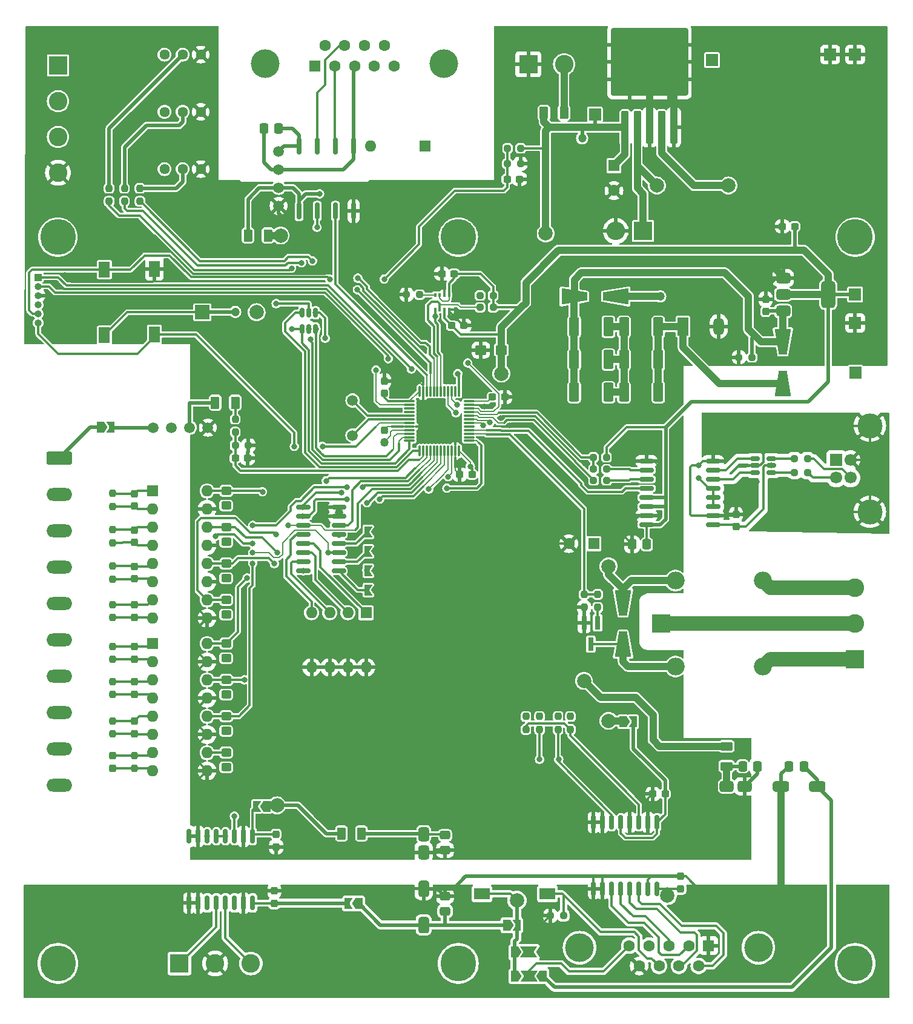
<source format=gbr>
%TF.GenerationSoftware,KiCad,Pcbnew,8.0.1*%
%TF.CreationDate,2024-04-11T20:56:08+03:00*%
%TF.ProjectId,stm32,73746d33-322e-46b6-9963-61645f706362,rev?*%
%TF.SameCoordinates,Original*%
%TF.FileFunction,Copper,L1,Top*%
%TF.FilePolarity,Positive*%
%FSLAX46Y46*%
G04 Gerber Fmt 4.6, Leading zero omitted, Abs format (unit mm)*
G04 Created by KiCad (PCBNEW 8.0.1) date 2024-04-11 20:56:08*
%MOMM*%
%LPD*%
G01*
G04 APERTURE LIST*
G04 Aperture macros list*
%AMRoundRect*
0 Rectangle with rounded corners*
0 $1 Rounding radius*
0 $2 $3 $4 $5 $6 $7 $8 $9 X,Y pos of 4 corners*
0 Add a 4 corners polygon primitive as box body*
4,1,4,$2,$3,$4,$5,$6,$7,$8,$9,$2,$3,0*
0 Add four circle primitives for the rounded corners*
1,1,$1+$1,$2,$3*
1,1,$1+$1,$4,$5*
1,1,$1+$1,$6,$7*
1,1,$1+$1,$8,$9*
0 Add four rect primitives between the rounded corners*
20,1,$1+$1,$2,$3,$4,$5,0*
20,1,$1+$1,$4,$5,$6,$7,0*
20,1,$1+$1,$6,$7,$8,$9,0*
20,1,$1+$1,$8,$9,$2,$3,0*%
%AMOutline4P*
0 Free polygon, 4 corners , with rotation*
0 The origin of the aperture is its center*
0 number of corners: always 4*
0 $1 to $8 corner X, Y*
0 $9 Rotation angle, in degrees counterclockwise*
0 create outline with 4 corners*
4,1,4,$1,$2,$3,$4,$5,$6,$7,$8,$1,$2,$9*%
%AMFreePoly0*
4,1,6,1.000000,0.000000,0.500000,-0.750000,-0.500000,-0.750000,-0.500000,0.750000,0.500000,0.750000,1.000000,0.000000,1.000000,0.000000,$1*%
%AMFreePoly1*
4,1,6,0.500000,-0.750000,-0.650000,-0.750000,-0.150000,0.000000,-0.650000,0.750000,0.500000,0.750000,0.500000,-0.750000,0.500000,-0.750000,$1*%
%AMFreePoly2*
4,1,7,0.700000,0.000000,1.200000,-0.750000,-1.200000,-0.750000,-0.700000,0.000000,-1.200000,0.750000,1.200000,0.750000,0.700000,0.000000,0.700000,0.000000,$1*%
G04 Aperture macros list end*
%TA.AperFunction,SMDPad,CuDef*%
%ADD10FreePoly0,180.000000*%
%TD*%
%TA.AperFunction,SMDPad,CuDef*%
%ADD11FreePoly1,180.000000*%
%TD*%
%TA.AperFunction,SMDPad,CuDef*%
%ADD12RoundRect,0.150000X-0.150000X0.875000X-0.150000X-0.875000X0.150000X-0.875000X0.150000X0.875000X0*%
%TD*%
%TA.AperFunction,SMDPad,CuDef*%
%ADD13R,0.800000X1.900000*%
%TD*%
%TA.AperFunction,SMDPad,CuDef*%
%ADD14RoundRect,0.237500X-0.300000X-0.237500X0.300000X-0.237500X0.300000X0.237500X-0.300000X0.237500X0*%
%TD*%
%TA.AperFunction,ComponentPad*%
%ADD15C,1.440000*%
%TD*%
%TA.AperFunction,SMDPad,CuDef*%
%ADD16Outline4P,-1.800000X-1.150000X1.800000X-0.550000X1.800000X0.550000X-1.800000X1.150000X270.000000*%
%TD*%
%TA.AperFunction,SMDPad,CuDef*%
%ADD17Outline4P,-1.800000X-1.150000X1.800000X-0.550000X1.800000X0.550000X-1.800000X1.150000X90.000000*%
%TD*%
%TA.AperFunction,SMDPad,CuDef*%
%ADD18RoundRect,0.237500X-0.237500X0.250000X-0.237500X-0.250000X0.237500X-0.250000X0.237500X0.250000X0*%
%TD*%
%TA.AperFunction,SMDPad,CuDef*%
%ADD19RoundRect,0.249999X-0.450001X-1.075001X0.450001X-1.075001X0.450001X1.075001X-0.450001X1.075001X0*%
%TD*%
%TA.AperFunction,SMDPad,CuDef*%
%ADD20R,1.600000X2.180000*%
%TD*%
%TA.AperFunction,SMDPad,CuDef*%
%ADD21R,0.350000X0.500000*%
%TD*%
%TA.AperFunction,SMDPad,CuDef*%
%ADD22RoundRect,0.237500X-0.237500X0.300000X-0.237500X-0.300000X0.237500X-0.300000X0.237500X0.300000X0*%
%TD*%
%TA.AperFunction,ComponentPad*%
%ADD23R,1.600000X1.600000*%
%TD*%
%TA.AperFunction,ComponentPad*%
%ADD24C,1.600000*%
%TD*%
%TA.AperFunction,SMDPad,CuDef*%
%ADD25RoundRect,0.250000X-0.450000X0.325000X-0.450000X-0.325000X0.450000X-0.325000X0.450000X0.325000X0*%
%TD*%
%TA.AperFunction,ComponentPad*%
%ADD26R,1.700000X1.700000*%
%TD*%
%TA.AperFunction,SMDPad,CuDef*%
%ADD27RoundRect,0.250000X0.300000X-2.050000X0.300000X2.050000X-0.300000X2.050000X-0.300000X-2.050000X0*%
%TD*%
%TA.AperFunction,SMDPad,CuDef*%
%ADD28RoundRect,0.250000X2.375000X-2.025000X2.375000X2.025000X-2.375000X2.025000X-2.375000X-2.025000X0*%
%TD*%
%TA.AperFunction,SMDPad,CuDef*%
%ADD29RoundRect,0.250002X5.149998X-4.449998X5.149998X4.449998X-5.149998X4.449998X-5.149998X-4.449998X0*%
%TD*%
%TA.AperFunction,SMDPad,CuDef*%
%ADD30RoundRect,0.237500X0.237500X-0.250000X0.237500X0.250000X-0.237500X0.250000X-0.237500X-0.250000X0*%
%TD*%
%TA.AperFunction,ComponentPad*%
%ADD31C,5.000000*%
%TD*%
%TA.AperFunction,SMDPad,CuDef*%
%ADD32RoundRect,0.250000X0.337500X0.475000X-0.337500X0.475000X-0.337500X-0.475000X0.337500X-0.475000X0*%
%TD*%
%TA.AperFunction,SMDPad,CuDef*%
%ADD33RoundRect,0.237500X0.237500X-0.300000X0.237500X0.300000X-0.237500X0.300000X-0.237500X-0.300000X0*%
%TD*%
%TA.AperFunction,ComponentPad*%
%ADD34O,1.600000X1.600000*%
%TD*%
%TA.AperFunction,ComponentPad*%
%ADD35R,1.500000X2.500000*%
%TD*%
%TA.AperFunction,ComponentPad*%
%ADD36O,1.500000X2.500000*%
%TD*%
%TA.AperFunction,SMDPad,CuDef*%
%ADD37FreePoly0,0.000000*%
%TD*%
%TA.AperFunction,SMDPad,CuDef*%
%ADD38FreePoly2,0.000000*%
%TD*%
%TA.AperFunction,SMDPad,CuDef*%
%ADD39RoundRect,0.237500X0.300000X0.237500X-0.300000X0.237500X-0.300000X-0.237500X0.300000X-0.237500X0*%
%TD*%
%TA.AperFunction,ComponentPad*%
%ADD40R,2.000000X2.000000*%
%TD*%
%TA.AperFunction,ComponentPad*%
%ADD41C,2.000000*%
%TD*%
%TA.AperFunction,ComponentPad*%
%ADD42RoundRect,0.250000X-1.550000X0.650000X-1.550000X-0.650000X1.550000X-0.650000X1.550000X0.650000X0*%
%TD*%
%TA.AperFunction,ComponentPad*%
%ADD43O,3.600000X1.800000*%
%TD*%
%TA.AperFunction,SMDPad,CuDef*%
%ADD44R,2.180000X1.600000*%
%TD*%
%TA.AperFunction,SMDPad,CuDef*%
%ADD45RoundRect,0.237500X0.250000X0.237500X-0.250000X0.237500X-0.250000X-0.237500X0.250000X-0.237500X0*%
%TD*%
%TA.AperFunction,ComponentPad*%
%ADD46C,1.500000*%
%TD*%
%TA.AperFunction,SMDPad,CuDef*%
%ADD47RoundRect,0.150000X-0.512500X-0.150000X0.512500X-0.150000X0.512500X0.150000X-0.512500X0.150000X0*%
%TD*%
%TA.AperFunction,ComponentPad*%
%ADD48R,2.600000X2.600000*%
%TD*%
%TA.AperFunction,ComponentPad*%
%ADD49C,2.600000*%
%TD*%
%TA.AperFunction,SMDPad,CuDef*%
%ADD50RoundRect,0.250000X0.475000X-0.337500X0.475000X0.337500X-0.475000X0.337500X-0.475000X-0.337500X0*%
%TD*%
%TA.AperFunction,SMDPad,CuDef*%
%ADD51FreePoly1,0.000000*%
%TD*%
%TA.AperFunction,SMDPad,CuDef*%
%ADD52RoundRect,0.237500X-0.250000X-0.237500X0.250000X-0.237500X0.250000X0.237500X-0.250000X0.237500X0*%
%TD*%
%TA.AperFunction,SMDPad,CuDef*%
%ADD53RoundRect,0.150000X0.875000X0.150000X-0.875000X0.150000X-0.875000X-0.150000X0.875000X-0.150000X0*%
%TD*%
%TA.AperFunction,SMDPad,CuDef*%
%ADD54RoundRect,0.375000X-0.625000X-0.375000X0.625000X-0.375000X0.625000X0.375000X-0.625000X0.375000X0*%
%TD*%
%TA.AperFunction,SMDPad,CuDef*%
%ADD55RoundRect,0.500000X-0.500000X-1.400000X0.500000X-1.400000X0.500000X1.400000X-0.500000X1.400000X0*%
%TD*%
%TA.AperFunction,SMDPad,CuDef*%
%ADD56RoundRect,0.250000X0.625000X-0.375000X0.625000X0.375000X-0.625000X0.375000X-0.625000X-0.375000X0*%
%TD*%
%TA.AperFunction,SMDPad,CuDef*%
%ADD57RoundRect,0.162500X0.162500X-1.012500X0.162500X1.012500X-0.162500X1.012500X-0.162500X-1.012500X0*%
%TD*%
%TA.AperFunction,ComponentPad*%
%ADD58R,2.500000X2.500000*%
%TD*%
%TA.AperFunction,ComponentPad*%
%ADD59O,2.500000X2.500000*%
%TD*%
%TA.AperFunction,ComponentPad*%
%ADD60R,1.000000X1.000000*%
%TD*%
%TA.AperFunction,ComponentPad*%
%ADD61O,1.000000X1.000000*%
%TD*%
%TA.AperFunction,ComponentPad*%
%ADD62C,1.700000*%
%TD*%
%TA.AperFunction,ComponentPad*%
%ADD63C,3.500000*%
%TD*%
%TA.AperFunction,ComponentPad*%
%ADD64O,2.600000X2.600000*%
%TD*%
%TA.AperFunction,SMDPad,CuDef*%
%ADD65RoundRect,0.150000X0.825000X0.150000X-0.825000X0.150000X-0.825000X-0.150000X0.825000X-0.150000X0*%
%TD*%
%TA.AperFunction,ComponentPad*%
%ADD66C,4.000000*%
%TD*%
%TA.AperFunction,SMDPad,CuDef*%
%ADD67RoundRect,0.250000X0.375000X0.625000X-0.375000X0.625000X-0.375000X-0.625000X0.375000X-0.625000X0*%
%TD*%
%TA.AperFunction,ComponentPad*%
%ADD68RoundRect,0.381000X-0.619000X-0.381000X0.619000X-0.381000X0.619000X0.381000X-0.619000X0.381000X0*%
%TD*%
%TA.AperFunction,ComponentPad*%
%ADD69RoundRect,0.381000X-0.762000X-0.381000X0.762000X-0.381000X0.762000X0.381000X-0.762000X0.381000X0*%
%TD*%
%TA.AperFunction,SMDPad,CuDef*%
%ADD70RoundRect,0.250000X0.537500X0.425000X-0.537500X0.425000X-0.537500X-0.425000X0.537500X-0.425000X0*%
%TD*%
%TA.AperFunction,SMDPad,CuDef*%
%ADD71RoundRect,0.075000X-0.662500X-0.075000X0.662500X-0.075000X0.662500X0.075000X-0.662500X0.075000X0*%
%TD*%
%TA.AperFunction,SMDPad,CuDef*%
%ADD72RoundRect,0.075000X-0.075000X-0.662500X0.075000X-0.662500X0.075000X0.662500X-0.075000X0.662500X0*%
%TD*%
%TA.AperFunction,SMDPad,CuDef*%
%ADD73RoundRect,0.250000X-0.375000X-0.625000X0.375000X-0.625000X0.375000X0.625000X-0.375000X0.625000X0*%
%TD*%
%TA.AperFunction,SMDPad,CuDef*%
%ADD74RoundRect,0.150000X0.150000X-0.512500X0.150000X0.512500X-0.150000X0.512500X-0.150000X-0.512500X0*%
%TD*%
%TA.AperFunction,ComponentPad*%
%ADD75RoundRect,0.381000X-0.381000X0.619000X-0.381000X-0.619000X0.381000X-0.619000X0.381000X0.619000X0*%
%TD*%
%TA.AperFunction,ComponentPad*%
%ADD76RoundRect,0.381000X-0.381000X0.762000X-0.381000X-0.762000X0.381000X-0.762000X0.381000X0.762000X0*%
%TD*%
%TA.AperFunction,SMDPad,CuDef*%
%ADD77Outline4P,-1.800000X-1.150000X1.800000X-0.550000X1.800000X0.550000X-1.800000X1.150000X0.000000*%
%TD*%
%TA.AperFunction,SMDPad,CuDef*%
%ADD78Outline4P,-1.800000X-1.150000X1.800000X-0.550000X1.800000X0.550000X-1.800000X1.150000X180.000000*%
%TD*%
%TA.AperFunction,ViaPad*%
%ADD79C,0.800000*%
%TD*%
%TA.AperFunction,ViaPad*%
%ADD80C,1.200000*%
%TD*%
%TA.AperFunction,ViaPad*%
%ADD81C,2.000000*%
%TD*%
%TA.AperFunction,Conductor*%
%ADD82C,0.300000*%
%TD*%
%TA.AperFunction,Conductor*%
%ADD83C,0.500000*%
%TD*%
%TA.AperFunction,Conductor*%
%ADD84C,0.200000*%
%TD*%
%TA.AperFunction,Conductor*%
%ADD85C,1.000000*%
%TD*%
%TA.AperFunction,Conductor*%
%ADD86C,2.000000*%
%TD*%
G04 APERTURE END LIST*
D10*
%TO.P,JP3,1,A*%
%TO.N,GND*%
X63299000Y-93387333D03*
D11*
%TO.P,JP3,2,B*%
%TO.N,Net-(JP3-B)*%
X61849000Y-93387333D03*
%TD*%
D12*
%TO.P,U14,1,Vcc1*%
%TO.N,Net-(JP10-B)*%
X45740000Y-133240000D03*
%TO.P,U14,2,GND1*%
%TO.N,GND*%
X44470000Y-133240000D03*
%TO.P,U14,3,R*%
%TO.N,/USART3Rx*%
X43200000Y-133240000D03*
%TO.P,U14,4,~{RE}*%
%TO.N,/Tx|Rx*%
X41930000Y-133240000D03*
%TO.P,U14,5,DE*%
X40660000Y-133240000D03*
%TO.P,U14,6,D*%
%TO.N,/USART3Tx*%
X39390000Y-133240000D03*
%TO.P,U14,7,GND1*%
%TO.N,GND*%
X38120000Y-133240000D03*
%TO.P,U14,8,GND1*%
X36850000Y-133240000D03*
%TO.P,U14,9,GND2*%
%TO.N,GND2*%
X36850000Y-142540000D03*
%TO.P,U14,10,GND2*%
X38120000Y-142540000D03*
%TO.P,U14,11,NC*%
%TO.N,unconnected-(U14-NC-Pad11)*%
X39390000Y-142540000D03*
%TO.P,U14,12,A*%
%TO.N,Net-(D17-A1)*%
X40660000Y-142540000D03*
%TO.P,U14,13,B*%
%TO.N,Net-(D17-A2)*%
X41930000Y-142540000D03*
%TO.P,U14,14,NC*%
%TO.N,unconnected-(U14-NC-Pad14)*%
X43200000Y-142540000D03*
%TO.P,U14,15,GND2*%
%TO.N,GND2*%
X44470000Y-142540000D03*
%TO.P,U14,16,Vcc2*%
%TO.N,Net-(JP11-B)*%
X45740000Y-142540000D03*
%TD*%
D13*
%TO.P,Q3,1,G*%
%TO.N,Net-(Q3-G)*%
X93980000Y-103378000D03*
%TO.P,Q3,2,S*%
%TO.N,GND*%
X92080000Y-103378000D03*
%TO.P,Q3,3,D*%
%TO.N,Net-(D16-A)*%
X93030000Y-106378000D03*
%TD*%
D14*
%TO.P,C32,1*%
%TO.N,/AIN1*%
X43307000Y-80391000D03*
%TO.P,C32,2*%
%TO.N,GND*%
X45032000Y-80391000D03*
%TD*%
D15*
%TO.P,RV3,1,1*%
%TO.N,GND*%
X38500000Y-24000000D03*
%TO.P,RV3,2,2*%
%TO.N,Net-(R48-Pad1)*%
X35960000Y-24000000D03*
%TO.P,RV3,3,3*%
%TO.N,Net-(J4-Pin_1)*%
X33420000Y-24000000D03*
%TD*%
D16*
%TO.P,D13,1,K*%
%TO.N,/4.6V*%
X119888000Y-64135000D03*
D17*
%TO.P,D13,2,A*%
%TO.N,Net-(D13-A)*%
X119888000Y-69935000D03*
%TD*%
D18*
%TO.P,R47,1*%
%TO.N,Net-(R47-Pad1)*%
X27813000Y-42672000D03*
%TO.P,R47,2*%
%TO.N,/AIN3*%
X27813000Y-44497000D03*
%TD*%
D19*
%TO.P,R35,1*%
%TO.N,/4.6V*%
X90700500Y-66620000D03*
%TO.P,R35,2*%
%TO.N,Net-(R34-Pad2)*%
X95500500Y-66620000D03*
%TD*%
D20*
%TO.P,SW3,1,1*%
%TO.N,/boot*%
X25004000Y-54029000D03*
%TO.P,SW3,2,2*%
%TO.N,+3.3V*%
X25004000Y-63209000D03*
%TD*%
D10*
%TO.P,JP1,1,A*%
%TO.N,GND*%
X63299000Y-98806000D03*
D11*
%TO.P,JP1,2,B*%
%TO.N,Net-(JP1-B)*%
X61849000Y-98806000D03*
%TD*%
D21*
%TO.P,U1,1,GND*%
%TO.N,GND*%
X73198000Y-59630000D03*
%TO.P,U1,2,CSB*%
%TO.N,+3.3V*%
X72548000Y-59630000D03*
%TO.P,U1,3,SDI*%
%TO.N,/I2C1_SDA*%
X71898000Y-59630000D03*
%TO.P,U1,4,SCK*%
%TO.N,/I2C1_SCL*%
X71248000Y-59630000D03*
%TO.P,U1,5,SDO*%
%TO.N,Net-(U1-SDO)*%
X71248000Y-57580000D03*
%TO.P,U1,6,VDDIO*%
%TO.N,+3.3V*%
X71898000Y-57580000D03*
%TO.P,U1,7,GND*%
%TO.N,GND*%
X72548000Y-57580000D03*
%TO.P,U1,8,VDD*%
%TO.N,+3.3V*%
X73198000Y-57580000D03*
%TD*%
D18*
%TO.P,R51,1*%
%TO.N,/USART1Tx*%
X88442800Y-116488200D03*
%TO.P,R51,2*%
%TO.N,/Tx422*%
X88442800Y-118313200D03*
%TD*%
D10*
%TO.P,JP11,1,A*%
%TO.N,+5Viso*%
X60579000Y-142621000D03*
D11*
%TO.P,JP11,2,B*%
%TO.N,Net-(JP11-B)*%
X59129000Y-142621000D03*
%TD*%
D22*
%TO.P,C16,1*%
%TO.N,/E6*%
X29210000Y-117144000D03*
%TO.P,C16,2*%
%TO.N,GNDe*%
X29210000Y-118869000D03*
%TD*%
D23*
%TO.P,C12,1*%
%TO.N,+24V*%
X96266000Y-39497000D03*
D24*
%TO.P,C12,2*%
%TO.N,GND*%
X96266000Y-42997000D03*
%TD*%
D23*
%TO.P,C24,1*%
%TO.N,+5V*%
X93472000Y-92329000D03*
D24*
%TO.P,C24,2*%
%TO.N,GND*%
X89972000Y-92329000D03*
%TD*%
D25*
%TO.P,D6,1,K*%
%TO.N,/L5*%
X42037000Y-111379000D03*
%TO.P,D6,2,A*%
%TO.N,Net-(D6-A)*%
X42037000Y-113429000D03*
%TD*%
D22*
%TO.P,C13,1*%
%TO.N,/E0*%
X29210000Y-85344000D03*
%TO.P,C13,2*%
%TO.N,GNDe*%
X29210000Y-87069000D03*
%TD*%
D10*
%TO.P,JP2,1,A*%
%TO.N,GND*%
X63299000Y-96096666D03*
D11*
%TO.P,JP2,2,B*%
%TO.N,Net-(JP2-B)*%
X61849000Y-96096666D03*
%TD*%
D26*
%TO.P,TP7,1,1*%
%TO.N,+3.3V*%
X130000000Y-57500000D03*
%TD*%
D27*
%TO.P,U8,1,VIN*%
%TO.N,+24V*%
X97825000Y-34175000D03*
%TO.P,U8,2,OUT*%
%TO.N,Net-(D11-K)*%
X99525000Y-34175000D03*
%TO.P,U8,3,GND*%
%TO.N,GND*%
X101225000Y-34175000D03*
D28*
X98450000Y-27450000D03*
X104000000Y-27450000D03*
D29*
X101225000Y-25025000D03*
D28*
X98450000Y-22600000D03*
X104000000Y-22600000D03*
D27*
%TO.P,U8,4,FB*%
%TO.N,+5V*%
X102925000Y-34175000D03*
%TO.P,U8,5,~{ON}/OFF*%
%TO.N,GND*%
X104625000Y-34175000D03*
%TD*%
D30*
%TO.P,R27,1*%
%TO.N,GNDe*%
X26162000Y-113434500D03*
%TO.P,R27,2*%
%TO.N,/E5*%
X26162000Y-111609500D03*
%TD*%
D31*
%TO.P,P5,1,P1*%
%TO.N,unconnected-(P5-P1-Pad1)*%
X18500000Y-151000000D03*
%TD*%
D32*
%TO.P,C41,1*%
%TO.N,GND*%
X116332000Y-123444000D03*
%TO.P,C41,2*%
%TO.N,Net-(Q4-Vin)*%
X114257000Y-123444000D03*
%TD*%
D25*
%TO.P,D8,1,K*%
%TO.N,/L7*%
X42037000Y-121539000D03*
%TO.P,D8,2,A*%
%TO.N,Net-(D8-A)*%
X42037000Y-123589000D03*
%TD*%
D33*
%TO.P,C31,1*%
%TO.N,/4.6V*%
X117475000Y-59891000D03*
%TO.P,C31,2*%
%TO.N,GND*%
X117475000Y-58166000D03*
%TD*%
D23*
%TO.P,SW1,1*%
%TO.N,Net-(R23-Pad2)*%
X69814600Y-36804600D03*
D34*
%TO.P,SW1,2*%
%TO.N,/CANL*%
X62194600Y-36804600D03*
%TD*%
D35*
%TO.P,C29,1*%
%TO.N,Net-(D13-A)*%
X105918000Y-61976000D03*
D36*
%TO.P,C29,2*%
%TO.N,GND*%
X110918000Y-61976000D03*
%TD*%
D37*
%TO.P,JP8,1,A*%
%TO.N,/5viso*%
X82360000Y-149402800D03*
D38*
%TO.P,JP8,2,C*%
%TO.N,/SSI_VR*%
X84360000Y-149402800D03*
D10*
%TO.P,JP8,3,B*%
%TO.N,GND2*%
X86360000Y-149402800D03*
%TD*%
D30*
%TO.P,R25,1*%
%TO.N,GNDe*%
X26162000Y-118919000D03*
%TO.P,R25,2*%
%TO.N,/E6*%
X26162000Y-117094000D03*
%TD*%
D39*
%TO.P,C1,1*%
%TO.N,GND*%
X75284500Y-61849000D03*
%TO.P,C1,2*%
%TO.N,+3.3V*%
X73559500Y-61849000D03*
%TD*%
D37*
%TO.P,JP9,1,A*%
%TO.N,/5viso*%
X82385000Y-152781000D03*
D38*
%TO.P,JP9,2,C*%
%TO.N,Net-(JP9-C)*%
X84385000Y-152781000D03*
D10*
%TO.P,JP9,3,B*%
%TO.N,+24Viso*%
X86385000Y-152781000D03*
%TD*%
D26*
%TO.P,TP1,1,1*%
%TO.N,GND*%
X130000000Y-61500000D03*
%TD*%
D32*
%TO.P,C42,1*%
%TO.N,+24Viso*%
X122826600Y-123444000D03*
%TO.P,C42,2*%
%TO.N,GND2*%
X120751600Y-123444000D03*
%TD*%
D40*
%TO.P,BZ1,1,-*%
%TO.N,+3.3V*%
X38700000Y-60000000D03*
D41*
%TO.P,BZ1,2,+*%
%TO.N,Net-(BZ1-+)*%
X46300000Y-60000000D03*
%TD*%
D31*
%TO.P,P4,1,P1*%
%TO.N,unconnected-(P4-P1-Pad1)*%
X130000000Y-49500000D03*
%TD*%
D15*
%TO.P,RV2,1,1*%
%TO.N,GND*%
X38500000Y-32000000D03*
%TO.P,RV2,2,2*%
%TO.N,Net-(R47-Pad1)*%
X35960000Y-32000000D03*
%TO.P,RV2,3,3*%
%TO.N,Net-(J4-Pin_2)*%
X33420000Y-32000000D03*
%TD*%
D25*
%TO.P,D1,1,K*%
%TO.N,/L0*%
X42037000Y-84963000D03*
%TO.P,D1,2,A*%
%TO.N,Net-(D1-A)*%
X42037000Y-87013000D03*
%TD*%
D14*
%TO.P,C2,1*%
%TO.N,GND*%
X72189000Y-54610000D03*
%TO.P,C2,2*%
%TO.N,+3.3V*%
X73914000Y-54610000D03*
%TD*%
D19*
%TO.P,R34,1*%
%TO.N,/4.6V*%
X90700500Y-62039000D03*
%TO.P,R34,2*%
%TO.N,Net-(R34-Pad2)*%
X95500500Y-62039000D03*
%TD*%
D18*
%TO.P,R24,1*%
%TO.N,/E1*%
X26162000Y-90374000D03*
%TO.P,R24,2*%
%TO.N,GNDe*%
X26162000Y-92199000D03*
%TD*%
%TO.P,R42,1*%
%TO.N,+5V*%
X43307000Y-74930000D03*
%TO.P,R42,2*%
%TO.N,/AIN1*%
X43307000Y-76755000D03*
%TD*%
D42*
%TO.P,J2,1,Pin_1*%
%TO.N,/ExtP*%
X18683400Y-80398958D03*
D43*
%TO.P,J2,2,Pin_2*%
%TO.N,Net-(J2-Pin_2)*%
X18683400Y-85478958D03*
%TO.P,J2,3,Pin_3*%
%TO.N,Net-(J2-Pin_3)*%
X18683400Y-90558958D03*
%TO.P,J2,4,Pin_4*%
%TO.N,Net-(J2-Pin_4)*%
X18683400Y-95638958D03*
%TO.P,J2,5,Pin_5*%
%TO.N,Net-(J2-Pin_5)*%
X18683400Y-100718958D03*
%TO.P,J2,6,Pin_6*%
%TO.N,Net-(J2-Pin_6)*%
X18683400Y-105798958D03*
%TO.P,J2,7,Pin_7*%
%TO.N,Net-(J2-Pin_7)*%
X18683400Y-110878958D03*
%TO.P,J2,8,Pin_8*%
%TO.N,Net-(J2-Pin_8)*%
X18683400Y-115958958D03*
%TO.P,J2,9,Pin_9*%
%TO.N,Net-(J2-Pin_9)*%
X18683400Y-121038958D03*
%TO.P,J2,10,Pin_10*%
%TO.N,GNDe*%
X18683400Y-126118958D03*
%TD*%
D30*
%TO.P,R56,1*%
%TO.N,Net-(Q3-G)*%
X93995200Y-101245300D03*
%TO.P,R56,2*%
%TO.N,/Relay*%
X93995200Y-99420300D03*
%TD*%
D44*
%TO.P,SW5,1,1*%
%TO.N,/5viso*%
X77789600Y-141274800D03*
%TO.P,SW5,2,2*%
%TO.N,/SSI_Z*%
X86969600Y-141274800D03*
%TD*%
D23*
%TO.P,U7,1*%
%TO.N,/E4*%
X31750000Y-106299000D03*
D34*
%TO.P,U7,2*%
%TO.N,GNDe*%
X31750000Y-108839000D03*
%TO.P,U7,3*%
%TO.N,/E5*%
X31750000Y-111379000D03*
%TO.P,U7,4*%
%TO.N,GNDe*%
X31750000Y-113919000D03*
%TO.P,U7,5*%
%TO.N,/E6*%
X31750000Y-116459000D03*
%TO.P,U7,6*%
%TO.N,GNDe*%
X31750000Y-118999000D03*
%TO.P,U7,7*%
%TO.N,/E7*%
X31750000Y-121539000D03*
%TO.P,U7,8*%
%TO.N,GNDe*%
X31750000Y-124079000D03*
%TO.P,U7,9*%
%TO.N,GND*%
X39370000Y-124079000D03*
%TO.P,U7,10*%
%TO.N,/L7*%
X39370000Y-121539000D03*
%TO.P,U7,11*%
%TO.N,GND*%
X39370000Y-118999000D03*
%TO.P,U7,12*%
%TO.N,/L6*%
X39370000Y-116459000D03*
%TO.P,U7,13*%
%TO.N,GND*%
X39370000Y-113919000D03*
%TO.P,U7,14*%
%TO.N,/L5*%
X39370000Y-111379000D03*
%TO.P,U7,15*%
%TO.N,GND*%
X39370000Y-108839000D03*
%TO.P,U7,16*%
%TO.N,/L4*%
X39370000Y-106299000D03*
%TD*%
D18*
%TO.P,R48,1*%
%TO.N,Net-(R48-Pad1)*%
X25654000Y-42672000D03*
%TO.P,R48,2*%
%TO.N,/AIN2*%
X25654000Y-44497000D03*
%TD*%
D45*
%TO.P,R31,1*%
%TO.N,Net-(U9-DD+)*%
X95250000Y-81940400D03*
%TO.P,R31,2*%
%TO.N,/usbDP*%
X93425000Y-81940400D03*
%TD*%
D46*
%TO.P,Y1,1,1*%
%TO.N,/OSCIN*%
X59710600Y-72329200D03*
%TO.P,Y1,2,2*%
%TO.N,/OSCOUT*%
X59710600Y-77209200D03*
%TD*%
D14*
%TO.P,C8,1*%
%TO.N,GND*%
X74702500Y-82677000D03*
%TO.P,C8,2*%
%TO.N,+3.3V*%
X76427500Y-82677000D03*
%TD*%
D46*
%TO.P,Q1,1,GND*%
%TO.N,GND*%
X49384800Y-45143469D03*
%TO.P,Q1,2,Vin*%
%TO.N,/5vcan*%
X49384800Y-42603469D03*
%TO.P,Q1,3,0V*%
%TO.N,GND1*%
X49384800Y-40063469D03*
%TO.P,Q1,4,+Vo*%
%TO.N,Net-(Q1-+Vo)*%
X49384800Y-37523469D03*
%TD*%
D47*
%TO.P,U10,1,I/O1*%
%TO.N,Net-(U9-UD+)*%
X116001800Y-80482400D03*
%TO.P,U10,2,GND*%
%TO.N,/Gusb*%
X116001800Y-81432400D03*
%TO.P,U10,3,I/O2*%
%TO.N,Net-(U9-UD-)*%
X116001800Y-82382400D03*
%TO.P,U10,4,I/O2*%
%TO.N,Net-(R46-Pad2)*%
X118276800Y-82382400D03*
%TO.P,U10,5,VBUS*%
%TO.N,Net-(J5-VBUS)*%
X118276800Y-81432400D03*
%TO.P,U10,6,I/O1*%
%TO.N,Net-(R45-Pad2)*%
X118276800Y-80482400D03*
%TD*%
D30*
%TO.P,R55,1*%
%TO.N,GND*%
X92090200Y-101247200D03*
%TO.P,R55,2*%
%TO.N,/Relay*%
X92090200Y-99422200D03*
%TD*%
D45*
%TO.P,R2,1*%
%TO.N,+3.3V*%
X79375000Y-59309000D03*
%TO.P,R2,2*%
%TO.N,/I2C1_SDA*%
X77550000Y-59309000D03*
%TD*%
D31*
%TO.P,P3,1,P1*%
%TO.N,unconnected-(P3-P1-Pad1)*%
X74500000Y-49500000D03*
%TD*%
D48*
%TO.P,J8,1,Pin_1*%
%TO.N,/NO*%
X130000000Y-108500000D03*
D49*
%TO.P,J8,2,Pin_2*%
%TO.N,/COM*%
X130000000Y-103500000D03*
%TO.P,J8,3,Pin_3*%
%TO.N,/NC*%
X130000000Y-98500000D03*
%TD*%
D26*
%TO.P,TP3,1,1*%
%TO.N,GND*%
X126500000Y-24000000D03*
%TD*%
D25*
%TO.P,D7,1,K*%
%TO.N,/L6*%
X42037000Y-116459000D03*
%TO.P,D7,2,A*%
%TO.N,Net-(D7-A)*%
X42037000Y-118509000D03*
%TD*%
D30*
%TO.P,R50,1*%
%TO.N,/Rx422*%
X83972400Y-118309400D03*
%TO.P,R50,2*%
%TO.N,/SPI1_MISO*%
X83972400Y-116484400D03*
%TD*%
D15*
%TO.P,RV1,1,1*%
%TO.N,GND*%
X38500000Y-40000000D03*
%TO.P,RV1,2,2*%
%TO.N,Net-(R44-Pad1)*%
X35960000Y-40000000D03*
%TO.P,RV1,3,3*%
%TO.N,Net-(J4-Pin_3)*%
X33420000Y-40000000D03*
%TD*%
D50*
%TO.P,C46,1*%
%TO.N,+5Viso*%
X72644000Y-143680000D03*
%TO.P,C46,2*%
%TO.N,GND2*%
X72644000Y-141605000D03*
%TD*%
D37*
%TO.P,JP6,1,A*%
%TO.N,+5V*%
X97536000Y-117221000D03*
D51*
%TO.P,JP6,2,B*%
%TO.N,Net-(JP6-B)*%
X98986000Y-117221000D03*
%TD*%
D19*
%TO.P,R36,1*%
%TO.N,/4.6V*%
X90700500Y-71192000D03*
%TO.P,R36,2*%
%TO.N,Net-(R34-Pad2)*%
X95500500Y-71192000D03*
%TD*%
D45*
%TO.P,R45,1*%
%TO.N,Net-(J5-D+)*%
X123317000Y-80492600D03*
%TO.P,R45,2*%
%TO.N,Net-(R45-Pad2)*%
X121492000Y-80492600D03*
%TD*%
D52*
%TO.P,R53,1*%
%TO.N,GND2*%
X87379800Y-144322800D03*
%TO.P,R53,2*%
%TO.N,/SSI_Z*%
X89204800Y-144322800D03*
%TD*%
D18*
%TO.P,R52,1*%
%TO.N,/USART1Rx*%
X90170000Y-116488200D03*
%TO.P,R52,2*%
%TO.N,/Rx422*%
X90170000Y-118313200D03*
%TD*%
D53*
%TO.P,U9,1,VBUS1*%
%TO.N,Net-(J5-VBUS)*%
X110110800Y-89687400D03*
%TO.P,U9,2,GND1*%
%TO.N,/Gusb*%
X110110800Y-88417400D03*
%TO.P,U9,3,VDD1*%
%TO.N,Net-(U9-PDEN)*%
X110110800Y-87147400D03*
%TO.P,U9,4,PDEN*%
X110110800Y-85877400D03*
%TO.P,U9,5,SPU*%
X110110800Y-84607400D03*
%TO.P,U9,6,UD-*%
%TO.N,Net-(U9-UD-)*%
X110110800Y-83337400D03*
%TO.P,U9,7,UD+*%
%TO.N,Net-(U9-UD+)*%
X110110800Y-82067400D03*
%TO.P,U9,8,GND1*%
%TO.N,/Gusb*%
X110110800Y-80797400D03*
%TO.P,U9,9,GND2*%
%TO.N,GND*%
X100810800Y-80797400D03*
%TO.P,U9,10,DD+*%
%TO.N,Net-(U9-DD+)*%
X100810800Y-82067400D03*
%TO.P,U9,11,DD-*%
%TO.N,Net-(U9-DD-)*%
X100810800Y-83337400D03*
%TO.P,U9,12,PIN*%
%TO.N,/USBpullup*%
X100810800Y-84607400D03*
%TO.P,U9,13,SPD*%
%TO.N,+3.3V*%
X100810800Y-85877400D03*
%TO.P,U9,14,VDD2*%
X100810800Y-87147400D03*
%TO.P,U9,15,GND2*%
%TO.N,GND*%
X100810800Y-88417400D03*
%TO.P,U9,16,VBUS2*%
%TO.N,+3.3V*%
X100810800Y-89687400D03*
%TD*%
D54*
%TO.P,U11,1,GND*%
%TO.N,GND*%
X119938000Y-55231000D03*
%TO.P,U11,2,VO*%
%TO.N,+3.3V*%
X119938000Y-57531000D03*
D55*
X126238000Y-57531000D03*
D54*
%TO.P,U11,3,VI*%
%TO.N,/4.6V*%
X119938000Y-59831000D03*
%TD*%
D56*
%TO.P,F4,1*%
%TO.N,Net-(Q4-Vin)*%
X112014000Y-123447000D03*
%TO.P,F4,2*%
%TO.N,+24V*%
X112014000Y-120647000D03*
%TD*%
D57*
%TO.P,U3,1,VCC1*%
%TO.N,/5vcan*%
X52229600Y-45858469D03*
%TO.P,U3,2,RXD*%
%TO.N,/CAN_Rx*%
X54769600Y-45858469D03*
%TO.P,U3,3,TXD*%
%TO.N,/CAN_Tx*%
X57309600Y-45858469D03*
%TO.P,U3,4,GND1*%
%TO.N,GND*%
X59849600Y-45858469D03*
%TO.P,U3,5,GND2*%
%TO.N,GND1*%
X59849600Y-36808469D03*
%TO.P,U3,6,CANL*%
%TO.N,/CANL*%
X57309600Y-36808469D03*
%TO.P,U3,7,CANH*%
%TO.N,/CANH*%
X54769600Y-36808469D03*
%TO.P,U3,8,VCC2*%
%TO.N,Net-(Q1-+Vo)*%
X52229600Y-36808469D03*
%TD*%
D58*
%TO.P,K1,1*%
%TO.N,/COM*%
X102872500Y-103500000D03*
D59*
%TO.P,K1,2*%
%TO.N,Net-(D16-A)*%
X104872500Y-109500000D03*
%TO.P,K1,3*%
%TO.N,/NO*%
X117072500Y-109500000D03*
%TO.P,K1,4*%
%TO.N,/NC*%
X117072500Y-97500000D03*
%TO.P,K1,5*%
%TO.N,+5V*%
X104872500Y-97500000D03*
%TD*%
D52*
%TO.P,R3,1*%
%TO.N,GND*%
X67263000Y-57531000D03*
%TO.P,R3,2*%
%TO.N,Net-(U1-SDO)*%
X69088000Y-57531000D03*
%TD*%
D23*
%TO.P,U6,1*%
%TO.N,/E0*%
X31750000Y-84963000D03*
D34*
%TO.P,U6,2*%
%TO.N,GNDe*%
X31750000Y-87503000D03*
%TO.P,U6,3*%
%TO.N,/E1*%
X31750000Y-90043000D03*
%TO.P,U6,4*%
%TO.N,GNDe*%
X31750000Y-92583000D03*
%TO.P,U6,5*%
%TO.N,/E2*%
X31750000Y-95123000D03*
%TO.P,U6,6*%
%TO.N,GNDe*%
X31750000Y-97663000D03*
%TO.P,U6,7*%
%TO.N,/E3*%
X31750000Y-100203000D03*
%TO.P,U6,8*%
%TO.N,GNDe*%
X31750000Y-102743000D03*
%TO.P,U6,9*%
%TO.N,GND*%
X39370000Y-102743000D03*
%TO.P,U6,10*%
%TO.N,/L3*%
X39370000Y-100203000D03*
%TO.P,U6,11*%
%TO.N,GND*%
X39370000Y-97663000D03*
%TO.P,U6,12*%
%TO.N,/L2*%
X39370000Y-95123000D03*
%TO.P,U6,13*%
%TO.N,GND*%
X39370000Y-92583000D03*
%TO.P,U6,14*%
%TO.N,/L1*%
X39370000Y-90043000D03*
%TO.P,U6,15*%
%TO.N,GND*%
X39370000Y-87503000D03*
%TO.P,U6,16*%
%TO.N,/L0*%
X39370000Y-84963000D03*
%TD*%
D32*
%TO.P,C10,1*%
%TO.N,Net-(Q1-+Vo)*%
X49377000Y-34323069D03*
%TO.P,C10,2*%
%TO.N,GND1*%
X47302000Y-34323069D03*
%TD*%
D45*
%TO.P,R12,1*%
%TO.N,+3.3V*%
X79375000Y-57658000D03*
%TO.P,R12,2*%
%TO.N,/I2C1_SCL*%
X77550000Y-57658000D03*
%TD*%
D25*
%TO.P,D4,1,K*%
%TO.N,/L3*%
X42037000Y-100203000D03*
%TO.P,D4,2,A*%
%TO.N,Net-(D4-A)*%
X42037000Y-102253000D03*
%TD*%
D45*
%TO.P,R32,1*%
%TO.N,Net-(U9-DD-)*%
X95250000Y-83489800D03*
%TO.P,R32,2*%
%TO.N,/usbDM*%
X93425000Y-83489800D03*
%TD*%
D33*
%TO.P,C27,1*%
%TO.N,Net-(J5-VBUS)*%
X113334800Y-89966800D03*
%TO.P,C27,2*%
%TO.N,/Gusb*%
X113334800Y-88241800D03*
%TD*%
D22*
%TO.P,C18,1*%
%TO.N,/E2*%
X29210000Y-95504000D03*
%TO.P,C18,2*%
%TO.N,GNDe*%
X29210000Y-97229000D03*
%TD*%
D60*
%TO.P,J6,1,Pin_1*%
%TO.N,/SWCLK*%
X15748000Y-55118000D03*
D61*
%TO.P,J6,2,Pin_2*%
%TO.N,/SWDIO*%
X15748000Y-56388000D03*
%TO.P,J6,3,Pin_3*%
%TO.N,GND*%
X15748000Y-57658000D03*
%TO.P,J6,4,Pin_4*%
%TO.N,Net-(J6-Pin_4)*%
X15748000Y-58928000D03*
%TO.P,J6,5,Pin_5*%
%TO.N,/boot*%
X15748000Y-60198000D03*
%TO.P,J6,6,Pin_6*%
%TO.N,/rst*%
X15748000Y-61468000D03*
%TD*%
D26*
%TO.P,J5,1,VBUS*%
%TO.N,Net-(J5-VBUS)*%
X127354800Y-80621800D03*
D62*
%TO.P,J5,2,D-*%
%TO.N,Net-(J5-D-)*%
X127354800Y-83121800D03*
%TO.P,J5,3,D+*%
%TO.N,Net-(J5-D+)*%
X129354800Y-83121800D03*
%TO.P,J5,4,GND*%
%TO.N,/Gusb*%
X129354800Y-80621800D03*
D63*
%TO.P,J5,5,Shield*%
X132064800Y-75851800D03*
X132064800Y-87891800D03*
%TD*%
D30*
%TO.P,R29,1*%
%TO.N,GNDe*%
X26162000Y-108508000D03*
%TO.P,R29,2*%
%TO.N,/E4*%
X26162000Y-106683000D03*
%TD*%
%TO.P,R22,1*%
%TO.N,GNDe*%
X29210000Y-123745000D03*
%TO.P,R22,2*%
%TO.N,/E7*%
X29210000Y-121920000D03*
%TD*%
D22*
%TO.P,C22,1*%
%TO.N,/E4*%
X29210000Y-106733000D03*
%TO.P,C22,2*%
%TO.N,GNDe*%
X29210000Y-108458000D03*
%TD*%
%TO.P,C14,1*%
%TO.N,/E7*%
X26162000Y-121970000D03*
%TO.P,C14,2*%
%TO.N,GNDe*%
X26162000Y-123695000D03*
%TD*%
D30*
%TO.P,R49,1*%
%TO.N,/Tx422*%
X85852000Y-118309400D03*
%TO.P,R49,2*%
%TO.N,/SPI1_SCK*%
X85852000Y-116484400D03*
%TD*%
D48*
%TO.P,D11,1,K*%
%TO.N,Net-(D11-K)*%
X100330000Y-48641000D03*
D64*
%TO.P,D11,2,A*%
%TO.N,GND*%
X96520000Y-48641000D03*
%TD*%
D22*
%TO.P,C15,1*%
%TO.N,/E1*%
X29210000Y-90424000D03*
%TO.P,C15,2*%
%TO.N,GNDe*%
X29210000Y-92149000D03*
%TD*%
D39*
%TO.P,C7,1*%
%TO.N,GND*%
X80999500Y-71855500D03*
%TO.P,C7,2*%
%TO.N,+3.3V*%
X79274500Y-71855500D03*
%TD*%
D20*
%TO.P,SW4,1,1*%
%TO.N,/rst*%
X32004000Y-63119000D03*
%TO.P,SW4,2,2*%
%TO.N,GND*%
X32004000Y-53939000D03*
%TD*%
D39*
%TO.P,C34,1*%
%TO.N,+3.3V*%
X121539000Y-48006000D03*
%TO.P,C34,2*%
%TO.N,GND*%
X119814000Y-48006000D03*
%TD*%
D65*
%TO.P,U4,1,A4*%
%TO.N,Net-(JP1-B)*%
X57782000Y-96139000D03*
%TO.P,U4,2,A6*%
%TO.N,Net-(JP3-B)*%
X57782000Y-94869000D03*
%TO.P,U4,3,A*%
%TO.N,/DIN*%
X57782000Y-93599000D03*
%TO.P,U4,4,A7*%
%TO.N,Net-(JP4-B)*%
X57782000Y-92329000D03*
%TO.P,U4,5,A5*%
%TO.N,Net-(JP2-B)*%
X57782000Y-91059000D03*
%TO.P,U4,6,~{E}*%
%TO.N,/DEN0*%
X57782000Y-89789000D03*
%TO.P,U4,7,VEE*%
%TO.N,GND*%
X57782000Y-88519000D03*
%TO.P,U4,8,GND*%
X57782000Y-87249000D03*
%TO.P,U4,9,S2*%
%TO.N,/Addr2*%
X52832000Y-87249000D03*
%TO.P,U4,10,S1*%
%TO.N,/Addr1*%
X52832000Y-88519000D03*
%TO.P,U4,11,S0*%
%TO.N,/Addr0*%
X52832000Y-89789000D03*
%TO.P,U4,12,A3*%
%TO.N,Net-(U4-A3)*%
X52832000Y-91059000D03*
%TO.P,U4,13,A0*%
%TO.N,Net-(U4-A0)*%
X52832000Y-92329000D03*
%TO.P,U4,14,A1*%
%TO.N,Net-(U4-A1)*%
X52832000Y-93599000D03*
%TO.P,U4,15,A2*%
%TO.N,Net-(U4-A2)*%
X52832000Y-94869000D03*
%TO.P,U4,16,VCC*%
%TO.N,+3.3V*%
X52832000Y-96139000D03*
%TD*%
D22*
%TO.P,C6,1*%
%TO.N,GND*%
X64135000Y-76454000D03*
%TO.P,C6,2*%
%TO.N,+3.3V*%
X64135000Y-78179000D03*
%TD*%
D66*
%TO.P,J7,0*%
%TO.N,N/C*%
X91460000Y-148800000D03*
X116460000Y-148800000D03*
D23*
%TO.P,J7,1,1*%
%TO.N,GND2*%
X109500000Y-148500000D03*
D24*
%TO.P,J7,2,2*%
%TO.N,/Y422*%
X106730000Y-148500000D03*
%TO.P,J7,3,3*%
%TO.N,/Z422*%
X103960000Y-148500000D03*
%TO.P,J7,4,4*%
%TO.N,/SSI_VR*%
X101190000Y-148500000D03*
%TO.P,J7,5,5*%
%TO.N,Net-(JP9-C)*%
X98420000Y-148500000D03*
%TO.P,J7,6,6*%
%TO.N,/A422*%
X108115000Y-151340000D03*
%TO.P,J7,7,7*%
%TO.N,/B422*%
X105345000Y-151340000D03*
%TO.P,J7,8,8*%
%TO.N,/SSI_Z*%
X102575000Y-151340000D03*
%TO.P,J7,9,9*%
%TO.N,GND2*%
X99805000Y-151340000D03*
%TD*%
D45*
%TO.P,R40,1*%
%TO.N,+24V*%
X83208500Y-37084000D03*
%TO.P,R40,2*%
%TO.N,/AIN0*%
X81383500Y-37084000D03*
%TD*%
D18*
%TO.P,R28,1*%
%TO.N,/E3*%
X26162000Y-100838000D03*
%TO.P,R28,2*%
%TO.N,GNDe*%
X26162000Y-102663000D03*
%TD*%
D32*
%TO.P,C25,1*%
%TO.N,+3.3V*%
X100859500Y-92434500D03*
%TO.P,C25,2*%
%TO.N,GND*%
X98784500Y-92434500D03*
%TD*%
D45*
%TO.P,R46,1*%
%TO.N,Net-(J5-D-)*%
X123342400Y-82372200D03*
%TO.P,R46,2*%
%TO.N,Net-(R46-Pad2)*%
X121517400Y-82372200D03*
%TD*%
D67*
%TO.P,F2,1*%
%TO.N,Net-(J1-Pin_2)*%
X89281000Y-32131000D03*
%TO.P,F2,2*%
%TO.N,+24V*%
X86481000Y-32131000D03*
%TD*%
D48*
%TO.P,J4,1,Pin_1*%
%TO.N,Net-(J4-Pin_1)*%
X18526000Y-25500000D03*
D49*
%TO.P,J4,2,Pin_2*%
%TO.N,Net-(J4-Pin_2)*%
X18526000Y-30500000D03*
%TO.P,J4,3,Pin_3*%
%TO.N,Net-(J4-Pin_3)*%
X18526000Y-35500000D03*
%TO.P,J4,4,Pin_4*%
%TO.N,GND*%
X18526000Y-40500000D03*
%TD*%
D14*
%TO.P,C37,1*%
%TO.N,GND*%
X101703800Y-127304800D03*
%TO.P,C37,2*%
%TO.N,Net-(JP6-B)*%
X103428800Y-127304800D03*
%TD*%
D46*
%TO.P,Q2,1,GND*%
%TO.N,GND*%
X39487400Y-76114886D03*
%TO.P,Q2,2,Vin*%
%TO.N,Net-(Q2-Vin)*%
X36947400Y-76114886D03*
%TO.P,Q2,3,0V*%
%TO.N,GNDe*%
X34407400Y-76114886D03*
%TO.P,Q2,4,+Vo*%
%TO.N,Net-(JP5-B)*%
X31867400Y-76114886D03*
%TD*%
D68*
%TO.P,Q4,1,Vin*%
%TO.N,Net-(Q4-Vin)*%
X112050000Y-126250000D03*
%TO.P,Q4,2,GND*%
%TO.N,GND*%
X114590000Y-126250000D03*
D69*
%TO.P,Q4,4,0V*%
%TO.N,GND2*%
X119670000Y-126250000D03*
%TO.P,Q4,6,+Vo*%
%TO.N,+24Viso*%
X124750000Y-126250000D03*
%TD*%
D10*
%TO.P,JP10,1,A*%
%TO.N,+5V*%
X47752000Y-129032000D03*
D11*
%TO.P,JP10,2,B*%
%TO.N,Net-(JP10-B)*%
X46302000Y-129032000D03*
%TD*%
D18*
%TO.P,R26,1*%
%TO.N,/E2*%
X26162000Y-95454000D03*
%TO.P,R26,2*%
%TO.N,GNDe*%
X26162000Y-97279000D03*
%TD*%
D22*
%TO.P,C19,1*%
%TO.N,/E5*%
X29210000Y-111659500D03*
%TO.P,C19,2*%
%TO.N,GNDe*%
X29210000Y-113384500D03*
%TD*%
D23*
%TO.P,SW2,1*%
%TO.N,Net-(U4-A0)*%
X61595000Y-101981000D03*
D34*
%TO.P,SW2,2*%
%TO.N,Net-(U4-A1)*%
X59055000Y-101981000D03*
%TO.P,SW2,3*%
%TO.N,Net-(U4-A2)*%
X56515000Y-101981000D03*
%TO.P,SW2,4*%
%TO.N,Net-(U4-A3)*%
X53975000Y-101981000D03*
%TO.P,SW2,5*%
%TO.N,GND*%
X53975000Y-109601000D03*
%TO.P,SW2,6*%
X56515000Y-109601000D03*
%TO.P,SW2,7*%
X59055000Y-109601000D03*
%TO.P,SW2,8*%
X61595000Y-109601000D03*
%TD*%
D22*
%TO.P,C4,1*%
%TO.N,GND*%
X64135000Y-69596000D03*
%TO.P,C4,2*%
%TO.N,+3.3V*%
X64135000Y-71321000D03*
%TD*%
D16*
%TO.P,D16,1,K*%
%TO.N,+5V*%
X97536000Y-100584000D03*
D17*
%TO.P,D16,2,A*%
%TO.N,Net-(D16-A)*%
X97536000Y-106384000D03*
%TD*%
D26*
%TO.P,TP6,1,1*%
%TO.N,Net-(D13-A)*%
X130048000Y-68453000D03*
%TD*%
D37*
%TO.P,JP7,1,A*%
%TO.N,+5Viso*%
X81252400Y-145643600D03*
D51*
%TO.P,JP7,2,B*%
%TO.N,/5viso*%
X82702400Y-145643600D03*
%TD*%
D31*
%TO.P,P1,1,P1*%
%TO.N,unconnected-(P1-P1-Pad1)*%
X74500000Y-151000000D03*
%TD*%
D52*
%TO.P,R41,1*%
%TO.N,/AIN0*%
X81360000Y-39243000D03*
%TO.P,R41,2*%
%TO.N,GND*%
X83185000Y-39243000D03*
%TD*%
D67*
%TO.P,F1,1*%
%TO.N,+5V*%
X47882000Y-49273000D03*
%TO.P,F1,2*%
%TO.N,/5vcan*%
X45082000Y-49273000D03*
%TD*%
D14*
%TO.P,C28,1*%
%TO.N,/AIN0*%
X81333000Y-41402000D03*
%TO.P,C28,2*%
%TO.N,GND*%
X83058000Y-41402000D03*
%TD*%
D31*
%TO.P,P6,1,P1*%
%TO.N,unconnected-(P6-P1-Pad1)*%
X18500000Y-49500000D03*
%TD*%
D25*
%TO.P,D2,1,K*%
%TO.N,/L1*%
X42037000Y-90025000D03*
%TO.P,D2,2,A*%
%TO.N,Net-(D2-A)*%
X42037000Y-92075000D03*
%TD*%
D26*
%TO.P,TP5,1,1*%
%TO.N,+5V*%
X109982000Y-24765000D03*
%TD*%
D25*
%TO.P,D5,1,K*%
%TO.N,/L4*%
X42037000Y-106299000D03*
%TO.P,D5,2,A*%
%TO.N,Net-(D5-A)*%
X42037000Y-108349000D03*
%TD*%
D41*
%TO.P,L1,1,1*%
%TO.N,+5V*%
X112268000Y-42291000D03*
%TO.P,L1,2,2*%
%TO.N,Net-(D11-K)*%
X102268000Y-42291000D03*
%TD*%
D33*
%TO.P,C38,1*%
%TO.N,/5viso*%
X105562400Y-140561400D03*
%TO.P,C38,2*%
%TO.N,GND2*%
X105562400Y-138836400D03*
%TD*%
D22*
%TO.P,C21,1*%
%TO.N,/E3*%
X29210000Y-100888000D03*
%TO.P,C21,2*%
%TO.N,GNDe*%
X29210000Y-102613000D03*
%TD*%
D19*
%TO.P,R39,1*%
%TO.N,Net-(R34-Pad2)*%
X97659500Y-71192000D03*
%TO.P,R39,2*%
%TO.N,Net-(D13-A)*%
X102459500Y-71192000D03*
%TD*%
D45*
%TO.P,R33,1*%
%TO.N,/4.6V*%
X115570000Y-66294000D03*
%TO.P,R33,2*%
%TO.N,GND*%
X113745000Y-66294000D03*
%TD*%
D70*
%TO.P,C36,1*%
%TO.N,+3.3V*%
X80518000Y-65278000D03*
%TO.P,C36,2*%
%TO.N,GND*%
X77643000Y-65278000D03*
%TD*%
D50*
%TO.P,C44,1*%
%TO.N,GND*%
X72644000Y-135149500D03*
%TO.P,C44,2*%
%TO.N,Net-(Q5-Vin)*%
X72644000Y-133074500D03*
%TD*%
D33*
%TO.P,C43,1*%
%TO.N,GND*%
X49022000Y-134694000D03*
%TO.P,C43,2*%
%TO.N,Net-(JP10-B)*%
X49022000Y-132969000D03*
%TD*%
%TO.P,C45,1*%
%TO.N,Net-(JP11-B)*%
X48768000Y-142568000D03*
%TO.P,C45,2*%
%TO.N,GND2*%
X48768000Y-140843000D03*
%TD*%
D18*
%TO.P,R44,1*%
%TO.N,Net-(R44-Pad1)*%
X29972000Y-42672000D03*
%TO.P,R44,2*%
%TO.N,/AIN4*%
X29972000Y-44497000D03*
%TD*%
D48*
%TO.P,J9,1,Pin_1*%
%TO.N,Net-(D17-A1)*%
X35500000Y-151000000D03*
D49*
%TO.P,J9,2,Pin_2*%
%TO.N,GND2*%
X40500000Y-151000000D03*
%TO.P,J9,3,Pin_3*%
%TO.N,Net-(D17-A2)*%
X45500000Y-151000000D03*
%TD*%
D52*
%TO.P,R30,1*%
%TO.N,/usbDP*%
X93399600Y-80264000D03*
%TO.P,R30,2*%
%TO.N,+3.3V*%
X95224600Y-80264000D03*
%TD*%
D71*
%TO.P,U2,1,VBAT*%
%TO.N,+3.3V*%
X67663900Y-72458800D03*
%TO.P,U2,2,PC13*%
%TO.N,/Buzzer*%
X67663900Y-72958800D03*
%TO.P,U2,3,PC14*%
%TO.N,unconnected-(U2-PC14-Pad3)*%
X67663900Y-73458800D03*
%TO.P,U2,4,PC15*%
%TO.N,unconnected-(U2-PC15-Pad4)*%
X67663900Y-73958800D03*
%TO.P,U2,5,PF0*%
%TO.N,/OSCIN*%
X67663900Y-74458800D03*
%TO.P,U2,6,PF1*%
%TO.N,/OSCOUT*%
X67663900Y-74958800D03*
%TO.P,U2,7,NRST*%
%TO.N,/rst*%
X67663900Y-75458800D03*
%TO.P,U2,8,VSSA*%
%TO.N,GND*%
X67663900Y-75958800D03*
%TO.P,U2,9,VDDA*%
%TO.N,+3.3V*%
X67663900Y-76458800D03*
%TO.P,U2,10,AIN0*%
%TO.N,/AIN0*%
X67663900Y-76958800D03*
%TO.P,U2,11,AIN1*%
%TO.N,/AIN4*%
X67663900Y-77458800D03*
%TO.P,U2,12,AIN2*%
%TO.N,/AIN2*%
X67663900Y-77958800D03*
D72*
%TO.P,U2,13,AIN3*%
%TO.N,/AIN3*%
X69076400Y-79371300D03*
%TO.P,U2,14,AIN4*%
%TO.N,/AIN1*%
X69576400Y-79371300D03*
%TO.P,U2,15,PA5*%
%TO.N,/DIN*%
X70076400Y-79371300D03*
%TO.P,U2,16,PA6*%
%TO.N,/DEN0*%
X70576400Y-79371300D03*
%TO.P,U2,17,PA7*%
%TO.N,/DEN1*%
X71076400Y-79371300D03*
%TO.P,U2,18,PB0*%
%TO.N,/Addr0*%
X71576400Y-79371300D03*
%TO.P,U2,19,PB1*%
%TO.N,/Addr1*%
X72076400Y-79371300D03*
%TO.P,U2,20,PB2*%
%TO.N,/Addr2*%
X72576400Y-79371300D03*
%TO.P,U2,21,PB10*%
%TO.N,/USART3Tx*%
X73076400Y-79371300D03*
%TO.P,U2,22,PB11*%
%TO.N,/USART3Rx*%
X73576400Y-79371300D03*
%TO.P,U2,23,VSS*%
%TO.N,GND*%
X74076400Y-79371300D03*
%TO.P,U2,24,VDD*%
%TO.N,+3.3V*%
X74576400Y-79371300D03*
D71*
%TO.P,U2,25,PB12*%
%TO.N,/Tx|Rx*%
X75988900Y-77958800D03*
%TO.P,U2,26,PB13*%
%TO.N,unconnected-(U2-PB13-Pad26)*%
X75988900Y-77458800D03*
%TO.P,U2,27,PB14*%
%TO.N,/Relay*%
X75988900Y-76958800D03*
%TO.P,U2,28,PB15*%
%TO.N,/USBpullup*%
X75988900Y-76458800D03*
%TO.P,U2,29,PA8*%
%TO.N,unconnected-(U2-PA8-Pad29)*%
X75988900Y-75958800D03*
%TO.P,U2,30,USART1_Rx*%
%TO.N,/USART1Tx*%
X75988900Y-75458800D03*
%TO.P,U2,31,USART1_Tx*%
%TO.N,/USART1Rx*%
X75988900Y-74958800D03*
%TO.P,U2,32,PA11*%
%TO.N,/usbDM*%
X75988900Y-74458800D03*
%TO.P,U2,33,PA12*%
%TO.N,/usbDP*%
X75988900Y-73958800D03*
%TO.P,U2,34,PA13*%
%TO.N,/SWDIO*%
X75988900Y-73458800D03*
%TO.P,U2,35,VSS*%
%TO.N,GND*%
X75988900Y-72958800D03*
%TO.P,U2,36,VDDIO2*%
%TO.N,+3.3V*%
X75988900Y-72458800D03*
D72*
%TO.P,U2,37,PA14*%
%TO.N,/SWCLK*%
X74576400Y-71046300D03*
%TO.P,U2,38,PA15*%
%TO.N,unconnected-(U2-PA15-Pad38)*%
X74076400Y-71046300D03*
%TO.P,U2,39,PB3*%
%TO.N,/SPI1_SCK*%
X73576400Y-71046300D03*
%TO.P,U2,40,PB4*%
%TO.N,/SPI1_MISO*%
X73076400Y-71046300D03*
%TO.P,U2,41,PB5*%
%TO.N,unconnected-(U2-PB5-Pad41)*%
X72576400Y-71046300D03*
%TO.P,U2,42,PB6*%
%TO.N,/I2C1_SCL*%
X72076400Y-71046300D03*
%TO.P,U2,43,PB7*%
%TO.N,/I2C1_SDA*%
X71576400Y-71046300D03*
%TO.P,U2,44,BOOT0*%
%TO.N,/boot*%
X71076400Y-71046300D03*
%TO.P,U2,45,PB8*%
%TO.N,/CAN_Rx*%
X70576400Y-71046300D03*
%TO.P,U2,46,PB9*%
%TO.N,/CAN_Tx*%
X70076400Y-71046300D03*
%TO.P,U2,47,VSS*%
%TO.N,GND*%
X69576400Y-71046300D03*
%TO.P,U2,48,VDD*%
%TO.N,+3.3V*%
X69076400Y-71046300D03*
%TD*%
D25*
%TO.P,D3,1,K*%
%TO.N,/L2*%
X42037000Y-95123000D03*
%TO.P,D3,2,A*%
%TO.N,Net-(D3-A)*%
X42037000Y-97173000D03*
%TD*%
D73*
%TO.P,F3,1*%
%TO.N,Net-(Q2-Vin)*%
X40507000Y-72644000D03*
%TO.P,F3,2*%
%TO.N,+5V*%
X43307000Y-72644000D03*
%TD*%
D19*
%TO.P,R38,1*%
%TO.N,Net-(R34-Pad2)*%
X97659500Y-66620000D03*
%TO.P,R38,2*%
%TO.N,Net-(D13-A)*%
X102459500Y-66620000D03*
%TD*%
D74*
%TO.P,U12,1,I/O1*%
%TO.N,/AIN2*%
X52644000Y-62346000D03*
%TO.P,U12,2,GND*%
%TO.N,GND*%
X53594000Y-62346000D03*
%TO.P,U12,3,I/O2*%
%TO.N,/AIN0*%
X54544000Y-62346000D03*
%TO.P,U12,4,I/O3*%
%TO.N,/AIN4*%
X54544000Y-60071000D03*
%TO.P,U12,5,VBUS*%
%TO.N,+3.3V*%
X53594000Y-60071000D03*
%TO.P,U12,6,I/O4*%
%TO.N,/AIN3*%
X52644000Y-60071000D03*
%TD*%
D73*
%TO.P,F5,1*%
%TO.N,+5V*%
X58166000Y-132842000D03*
%TO.P,F5,2*%
%TO.N,Net-(Q5-Vin)*%
X60966000Y-132842000D03*
%TD*%
D26*
%TO.P,TP4,1,1*%
%TO.N,+24V*%
X93599000Y-32385000D03*
%TD*%
D12*
%TO.P,U13,1,Vcc1*%
%TO.N,Net-(JP6-B)*%
X102311200Y-131267200D03*
%TO.P,U13,2,GND1*%
%TO.N,GND*%
X101041200Y-131267200D03*
%TO.P,U13,3,R*%
%TO.N,/Rx422*%
X99771200Y-131267200D03*
%TO.P,U13,4,~{RE}*%
%TO.N,GND*%
X98501200Y-131267200D03*
%TO.P,U13,5,DE*%
%TO.N,Net-(JP6-B)*%
X97231200Y-131267200D03*
%TO.P,U13,6,D*%
%TO.N,/Tx422*%
X95961200Y-131267200D03*
%TO.P,U13,7,GND1*%
%TO.N,GND*%
X94691200Y-131267200D03*
%TO.P,U13,8,GND1*%
X93421200Y-131267200D03*
%TO.P,U13,9,GND2*%
%TO.N,GND2*%
X93421200Y-140567200D03*
%TO.P,U13,10,GND2*%
X94691200Y-140567200D03*
%TO.P,U13,11,Y*%
%TO.N,/Y422*%
X95961200Y-140567200D03*
%TO.P,U13,12,Z*%
%TO.N,/Z422*%
X97231200Y-140567200D03*
%TO.P,U13,13,B*%
%TO.N,/B422*%
X98501200Y-140567200D03*
%TO.P,U13,14,A*%
%TO.N,/A422*%
X99771200Y-140567200D03*
%TO.P,U13,15,GND2*%
%TO.N,GND2*%
X101041200Y-140567200D03*
%TO.P,U13,16,Vcc2*%
%TO.N,/5viso*%
X102311200Y-140567200D03*
%TD*%
D31*
%TO.P,P2,1,P1*%
%TO.N,unconnected-(P2-P1-Pad1)*%
X130000000Y-151000000D03*
%TD*%
D48*
%TO.P,J1,1,Pin_1*%
%TO.N,GND*%
X84291000Y-25351500D03*
D49*
%TO.P,J1,2,Pin_2*%
%TO.N,Net-(J1-Pin_2)*%
X89291000Y-25351500D03*
%TD*%
D26*
%TO.P,TP2,1,1*%
%TO.N,GND*%
X130000000Y-24000000D03*
%TD*%
D19*
%TO.P,R37,1*%
%TO.N,Net-(R34-Pad2)*%
X97659500Y-62048000D03*
%TO.P,R37,2*%
%TO.N,Net-(D13-A)*%
X102459500Y-62048000D03*
%TD*%
D52*
%TO.P,R43,1*%
%TO.N,/AIN1*%
X43307000Y-78613000D03*
%TO.P,R43,2*%
%TO.N,GND*%
X45132000Y-78613000D03*
%TD*%
D18*
%TO.P,R21,1*%
%TO.N,/E0*%
X26162000Y-85294000D03*
%TO.P,R21,2*%
%TO.N,GNDe*%
X26162000Y-87119000D03*
%TD*%
D75*
%TO.P,Q5,1,Vin*%
%TO.N,Net-(Q5-Vin)*%
X69656000Y-132916000D03*
%TO.P,Q5,2,GND*%
%TO.N,GND*%
X69656000Y-135456000D03*
D76*
%TO.P,Q5,4,0V*%
%TO.N,GND2*%
X69656000Y-140536000D03*
%TO.P,Q5,6,+Vo*%
%TO.N,+5Viso*%
X69656000Y-145616000D03*
%TD*%
D66*
%TO.P,J3,0*%
%TO.N,N/C*%
X72490000Y-25280331D03*
X47490000Y-25280331D03*
D23*
%TO.P,J3,1,1*%
%TO.N,unconnected-(J3-Pad1)*%
X54450000Y-25580331D03*
D24*
%TO.P,J3,2,2*%
%TO.N,/CANL*%
X57220000Y-25580331D03*
%TO.P,J3,3,3*%
%TO.N,GND1*%
X59990000Y-25580331D03*
%TO.P,J3,4,4*%
%TO.N,unconnected-(J3-Pad4)*%
X62760000Y-25580331D03*
%TO.P,J3,5,5*%
%TO.N,unconnected-(J3-Pad5)*%
X65530000Y-25580331D03*
%TO.P,J3,6,6*%
%TO.N,unconnected-(J3-Pad6)*%
X55835000Y-22740331D03*
%TO.P,J3,7,7*%
%TO.N,/CANH*%
X58605000Y-22740331D03*
%TO.P,J3,8,8*%
%TO.N,unconnected-(J3-Pad8)*%
X61375000Y-22740331D03*
%TO.P,J3,9,9*%
%TO.N,unconnected-(J3-Pad9)*%
X64145000Y-22740331D03*
%TD*%
D10*
%TO.P,JP4,1,A*%
%TO.N,GND*%
X63299000Y-90678000D03*
D11*
%TO.P,JP4,2,B*%
%TO.N,Net-(JP4-B)*%
X61849000Y-90678000D03*
%TD*%
D37*
%TO.P,JP5,1,A*%
%TO.N,/ExtP*%
X24458000Y-76073000D03*
D51*
%TO.P,JP5,2,B*%
%TO.N,Net-(JP5-B)*%
X25908000Y-76073000D03*
%TD*%
D77*
%TO.P,D12,1,K*%
%TO.N,/4.6V*%
X90720000Y-57785000D03*
D78*
%TO.P,D12,2,A*%
%TO.N,+5V*%
X96520000Y-57785000D03*
%TD*%
D79*
%TO.N,GND*%
X77597000Y-46990000D03*
X53848000Y-49022000D03*
X88519000Y-46736000D03*
X88011000Y-35433000D03*
D80*
X96774000Y-21463000D03*
D79*
X81280000Y-77978000D03*
X18265669Y-55902331D03*
X69596000Y-67183000D03*
X100076000Y-71374000D03*
D80*
X81788000Y-118414800D03*
D79*
X101219000Y-37719000D03*
X75284500Y-61849000D03*
X92837000Y-62230000D03*
X88519000Y-43942000D03*
X50800000Y-83058000D03*
X105537000Y-37719000D03*
X88138000Y-88265000D03*
X77851000Y-86360000D03*
X35687000Y-58801000D03*
X40513000Y-86106000D03*
X48641000Y-112649000D03*
X92202000Y-79248000D03*
D80*
X72021800Y-75958800D03*
D79*
X108839000Y-55880000D03*
X81915000Y-57404000D03*
X85217000Y-43942000D03*
D80*
X57782000Y-88000000D03*
X104774000Y-23263000D03*
X104774000Y-25063000D03*
X100774000Y-25063000D03*
D79*
X100711000Y-121031000D03*
X88519000Y-61722000D03*
X39116000Y-51435000D03*
X103251000Y-74295000D03*
X91186000Y-87884000D03*
X69745331Y-65128669D03*
X105664000Y-66802000D03*
X77597000Y-44069000D03*
X32004000Y-53939000D03*
D80*
X58928000Y-74549000D03*
D79*
X114173000Y-54229000D03*
X28194000Y-33401000D03*
X96393000Y-35560000D03*
X90170000Y-121666000D03*
X97663000Y-121031000D03*
X84201000Y-88265000D03*
X67437000Y-111760000D03*
X67945000Y-50038000D03*
X97282000Y-87884000D03*
X103378000Y-118999000D03*
X35687000Y-61722000D03*
X97409000Y-80899000D03*
X45212000Y-73152000D03*
X18288000Y-63754000D03*
X69977000Y-50038000D03*
D80*
X59182000Y-67437000D03*
D79*
X42418000Y-69088000D03*
X26797000Y-63754000D03*
X67691000Y-71120000D03*
D80*
X102774000Y-23263000D03*
X98774000Y-25063000D03*
D79*
X16002000Y-21844000D03*
X42926000Y-51435000D03*
X14859000Y-63754000D03*
X114554000Y-42291000D03*
X78105000Y-101727000D03*
X67437000Y-121539000D03*
D80*
X104774000Y-28663000D03*
D79*
X76200000Y-68580000D03*
X80999500Y-71855500D03*
D80*
X69596000Y-74041000D03*
D79*
X49530000Y-73152000D03*
X127508000Y-65659000D03*
X97536000Y-111887000D03*
X103886000Y-52832000D03*
X84582000Y-61722000D03*
X25400000Y-32893000D03*
X110363000Y-66802000D03*
X51562000Y-127635000D03*
X85471000Y-35433000D03*
D80*
X100774000Y-23263000D03*
D79*
X99060000Y-103378000D03*
X69469000Y-101727000D03*
X30353000Y-36068000D03*
D80*
X98774000Y-28663000D03*
X49276000Y-79883000D03*
X107823000Y-47879000D03*
D79*
X70104000Y-63373000D03*
X105156000Y-94742000D03*
D80*
X102774000Y-28663000D03*
D79*
X40132000Y-69088000D03*
X69342000Y-86360000D03*
D80*
X96774000Y-23263000D03*
D79*
X81703894Y-75791000D03*
X43053000Y-126619000D03*
X40259000Y-135500000D03*
D80*
X102774000Y-25063000D03*
D79*
X85217000Y-46736000D03*
X124460000Y-55245000D03*
D80*
X100774000Y-21463000D03*
X83566000Y-70612000D03*
D79*
X92964000Y-87884000D03*
X50673000Y-115951000D03*
X92710000Y-71374000D03*
X80391000Y-74791000D03*
X124968000Y-65659000D03*
X87122000Y-118668800D03*
X29210000Y-41148000D03*
X114554000Y-135636000D03*
X127889000Y-55245000D03*
X19431000Y-54779000D03*
X102235000Y-77089000D03*
D80*
X102774000Y-26863000D03*
D79*
X66040000Y-68453000D03*
X100076000Y-62230000D03*
D80*
X90000000Y-102000000D03*
X104774000Y-21463000D03*
D79*
X91351288Y-115100288D03*
D80*
X89916000Y-73787000D03*
X98774000Y-21463000D03*
X98774000Y-23263000D03*
X98774000Y-26863000D03*
D79*
X60579000Y-70993000D03*
X58166000Y-54229000D03*
X73914000Y-104648000D03*
D80*
X96774000Y-28663000D03*
D79*
X56261000Y-54229000D03*
X92202000Y-81153000D03*
D80*
X102774000Y-21463000D03*
D79*
X57171500Y-43455500D03*
X45085000Y-85979000D03*
X56896000Y-60325000D03*
X36576000Y-43180000D03*
X71628000Y-43434000D03*
D80*
X96774000Y-25063000D03*
D79*
X50800000Y-85979000D03*
X74422000Y-111760000D03*
X104902000Y-76708000D03*
X78105000Y-73158800D03*
D80*
X96774000Y-26863000D03*
D79*
X67437000Y-119253000D03*
D80*
X104774000Y-26863000D03*
D79*
X44704000Y-68707000D03*
X35687000Y-64008000D03*
X24257000Y-41148000D03*
X77643000Y-65278000D03*
D80*
X100774000Y-28663000D03*
D79*
X53594000Y-62357000D03*
D80*
X84000000Y-78000000D03*
D79*
X83312000Y-121793000D03*
D80*
X100774000Y-26863000D03*
D79*
X48641000Y-125349000D03*
X77089000Y-71247000D03*
X67437000Y-116332000D03*
X31115000Y-48895000D03*
X49784000Y-63627000D03*
D80*
X65500000Y-89000000D03*
D79*
X103886000Y-49530000D03*
D80*
X118110000Y-48006000D03*
D79*
X65024000Y-57531000D03*
X57023000Y-63627000D03*
X93218000Y-121031000D03*
D80*
%TO.N,+5V*%
X102743000Y-57785000D03*
D81*
X95504000Y-117094000D03*
X49149000Y-128905000D03*
D80*
X43307000Y-72644000D03*
D81*
X49657000Y-49276000D03*
X95504000Y-95504000D03*
D79*
%TO.N,/I2C1_SCL*%
X77550000Y-57658000D03*
X71248000Y-60579000D03*
%TO.N,/CAN_Rx*%
X60388500Y-56832500D03*
X54737000Y-48133000D03*
%TO.N,/Buzzer*%
X62992000Y-68072000D03*
%TO.N,/Gusb*%
X116205000Y-83693000D03*
X118237000Y-83693000D03*
X109601000Y-75311000D03*
X116967000Y-89916000D03*
X108103500Y-81433500D03*
D80*
%TO.N,+3.3V*%
X64135000Y-78179000D03*
X43307000Y-59944000D03*
D79*
X64135000Y-71321000D03*
X79274500Y-71855500D03*
X25004000Y-63209000D03*
X52832000Y-96120000D03*
X49022000Y-58801000D03*
X76180000Y-81534000D03*
D81*
X80518000Y-68580000D03*
D79*
%TO.N,Net-(U9-PDEN)*%
X108103500Y-83158500D03*
%TO.N,/rst*%
X55499000Y-78740000D03*
X32004000Y-63119000D03*
X51562000Y-78740000D03*
%TO.N,Net-(J5-VBUS)*%
X118276800Y-81432400D03*
%TO.N,/AIN0*%
X54593936Y-62345422D03*
X64135000Y-55372000D03*
%TO.N,Net-(D5-A)*%
X42037000Y-108349000D03*
%TO.N,/AIN4*%
X29972000Y-44497000D03*
X54544000Y-60071000D03*
X54102000Y-52832000D03*
X55880000Y-63627000D03*
X53843936Y-63754000D03*
D80*
%TO.N,+24V*%
X91821000Y-35687000D03*
D81*
X86723000Y-49004000D03*
X92075000Y-111506000D03*
D79*
%TO.N,Net-(D8-A)*%
X42037000Y-123589000D03*
%TO.N,Net-(D1-A)*%
X42037000Y-87013000D03*
%TO.N,Net-(D2-A)*%
X42037000Y-92075000D03*
D80*
%TO.N,Net-(D13-A)*%
X119888000Y-69935000D03*
D79*
%TO.N,/L0*%
X47117000Y-85090000D03*
%TO.N,/boot*%
X60452000Y-55245000D03*
X56515000Y-55372000D03*
X25004000Y-54029000D03*
%TO.N,/SWCLK*%
X67945000Y-67945000D03*
X74422000Y-68580000D03*
%TO.N,/SWDIO*%
X75819000Y-67095778D03*
X64711616Y-66479384D03*
%TO.N,GND2*%
X86309200Y-145389600D03*
X14986000Y-141351000D03*
D81*
X119761000Y-142240000D03*
D79*
X133477000Y-141351000D03*
X14986000Y-154813000D03*
X66548000Y-143891000D03*
X66548000Y-147574000D03*
X133477000Y-154813000D03*
%TO.N,/SSI_VR*%
X84360000Y-149402800D03*
%TO.N,/SPI1_SCK*%
X85852000Y-116484400D03*
X74295000Y-72898000D03*
%TO.N,/Tx422*%
X88544400Y-122478800D03*
X85852000Y-122478800D03*
%TO.N,/USART1Tx*%
X77978000Y-75794999D03*
X88442800Y-116488200D03*
%TO.N,/SPI1_MISO*%
X83972400Y-116484400D03*
X74168000Y-74041000D03*
%TO.N,/USART1Rx*%
X90170000Y-116488200D03*
X78905975Y-75422349D03*
%TO.N,Net-(D4-A)*%
X42037000Y-102253000D03*
%TO.N,/L1*%
X49149000Y-93599000D03*
D81*
%TO.N,/5viso*%
X82702400Y-142189200D03*
X103733600Y-141478000D03*
D79*
%TO.N,/AIN2*%
X25654000Y-44497000D03*
X51181000Y-62357000D03*
X51181000Y-53848000D03*
%TO.N,/AIN3*%
X52578000Y-53086000D03*
X27813000Y-44497000D03*
X52543994Y-60071000D03*
%TO.N,Net-(JP2-B)*%
X61700433Y-96008716D03*
X57782000Y-91124000D03*
%TO.N,/DIN*%
X56261000Y-93599000D03*
X56007000Y-83566000D03*
X45750000Y-93580000D03*
%TO.N,/Addr2*%
X63500000Y-86106000D03*
X52705000Y-87249000D03*
X58159777Y-85205000D03*
%TO.N,/Addr1*%
X61722000Y-86614000D03*
X52705000Y-88519000D03*
X58940000Y-86106000D03*
%TO.N,/Addr0*%
X50700000Y-89770000D03*
%TO.N,/DEN1*%
X61109331Y-84477331D03*
X45750000Y-89770000D03*
X58928000Y-84455000D03*
%TO.N,Net-(D3-A)*%
X42037000Y-97173000D03*
%TO.N,/L2*%
X48768000Y-95123000D03*
%TO.N,Net-(D6-A)*%
X42037000Y-113429000D03*
%TO.N,/L3*%
X49022000Y-91059000D03*
%TO.N,Net-(D7-A)*%
X42037000Y-118509000D03*
%TO.N,/L4*%
X44958000Y-97155000D03*
%TO.N,/Tx|Rx*%
X41930000Y-133240000D03*
X72898000Y-84582000D03*
%TO.N,/USART3Tx*%
X39390000Y-133240000D03*
X70370000Y-84709000D03*
%TO.N,/USART3Rx*%
X73075475Y-82981475D03*
X43180000Y-130429000D03*
%TO.N,/L5*%
X44577000Y-111379000D03*
%TO.N,/L6*%
X45750000Y-95080000D03*
%TO.N,/L7*%
X45750000Y-92310000D03*
X40513000Y-91313000D03*
%TO.N,/5vcan*%
X55096500Y-43455500D03*
%TD*%
D82*
%TO.N,GND*%
X32004000Y-53939000D02*
X32004000Y-55499000D01*
D83*
X119938000Y-55231000D02*
X118872000Y-55231000D01*
D82*
X85263894Y-74541000D02*
X91494894Y-80772000D01*
X90752800Y-101247200D02*
X90000000Y-102000000D01*
X83693000Y-71855500D02*
X80999500Y-71855500D01*
X69596000Y-67183000D02*
X58166000Y-55753000D01*
X75184000Y-61849000D02*
X73198000Y-59863000D01*
X93421200Y-131267200D02*
X93421200Y-133451600D01*
X92456000Y-84201000D02*
X92710000Y-84455000D01*
X48006000Y-78613000D02*
X49276000Y-79883000D01*
X81788000Y-118414800D02*
X81788000Y-120269000D01*
X97078800Y-133451600D02*
X97637600Y-134010400D01*
X37846000Y-122555000D02*
X37846000Y-120523000D01*
X94691200Y-131267200D02*
X94691200Y-133451600D01*
X49276000Y-125349000D02*
X48641000Y-125349000D01*
D83*
X117983000Y-47879000D02*
X118110000Y-48006000D01*
D82*
X54229000Y-124968000D02*
X51562000Y-127635000D01*
X89972000Y-92329000D02*
X88265000Y-92329000D01*
D84*
X69576400Y-71046300D02*
X69576400Y-70276390D01*
D82*
X64262000Y-57531000D02*
X60960000Y-54229000D01*
X38500000Y-135500000D02*
X38120000Y-135120000D01*
X93421200Y-133451600D02*
X94691200Y-133451600D01*
X18437331Y-55902331D02*
X19304000Y-56769000D01*
D84*
X69576400Y-70276390D02*
X69246005Y-69945995D01*
D82*
X37846000Y-120523000D02*
X39370000Y-118999000D01*
D85*
X89916000Y-52832000D02*
X87630000Y-55118000D01*
D82*
X69596000Y-74041000D02*
X69596000Y-73152000D01*
D85*
X104625000Y-34175000D02*
X104625000Y-28075000D01*
D82*
X36850000Y-133240000D02*
X38120000Y-133240000D01*
X69656000Y-135456000D02*
X72337500Y-135456000D01*
X58461170Y-56048170D02*
X58166000Y-55753000D01*
D84*
X74076400Y-79371300D02*
X74076400Y-78013400D01*
X67437000Y-70866000D02*
X67691000Y-71120000D01*
D82*
X56769000Y-72009000D02*
X59182000Y-69596000D01*
X64135000Y-67310000D02*
X63836341Y-67011341D01*
X92090200Y-101247200D02*
X90752800Y-101247200D01*
X93218000Y-86487000D02*
X83947000Y-77216000D01*
X96266000Y-84455000D02*
X96731200Y-83989800D01*
X39370000Y-124079000D02*
X37846000Y-122555000D01*
X81953894Y-75541000D02*
X84836000Y-75541000D01*
X47379000Y-54602000D02*
X55888000Y-54602000D01*
X58166000Y-49276000D02*
X59849600Y-47592400D01*
D85*
X87630000Y-55118000D02*
X87630000Y-61341000D01*
D82*
X53594000Y-62346000D02*
X53594000Y-62357000D01*
X105537000Y-47879000D02*
X103886000Y-49530000D01*
X81788000Y-118414800D02*
X81788000Y-124968000D01*
X64135000Y-69596000D02*
X64135000Y-67310000D01*
X87122000Y-130911600D02*
X89662000Y-133451600D01*
X63299000Y-103701000D02*
X61595000Y-105405000D01*
D85*
X119938000Y-55041000D02*
X117729000Y-52832000D01*
D82*
X87630000Y-73660000D02*
X89789000Y-73660000D01*
D83*
X57182600Y-43466600D02*
X57171500Y-43455500D01*
D82*
X39751000Y-54602000D02*
X47379000Y-54602000D01*
X67019947Y-69559947D02*
X67056000Y-69596000D01*
X32058894Y-49276000D02*
X37384894Y-54602000D01*
D83*
X116332000Y-124508000D02*
X114590000Y-126250000D01*
D84*
X67437000Y-69596000D02*
X68896010Y-69596000D01*
D82*
X37719000Y-117348000D02*
X37719000Y-115570000D01*
X100992200Y-78331800D02*
X102235000Y-77089000D01*
X98784500Y-89429500D02*
X99796600Y-88417400D01*
X88138000Y-61341000D02*
X88519000Y-61722000D01*
X48641000Y-125349000D02*
X44323000Y-125349000D01*
X83693000Y-71855500D02*
X83693000Y-70739000D01*
D83*
X52197000Y-49022000D02*
X53848000Y-49022000D01*
D82*
X37719000Y-115570000D02*
X39370000Y-113919000D01*
D84*
X67056000Y-69596000D02*
X67437000Y-69596000D01*
D82*
X39370000Y-102743000D02*
X37465000Y-100838000D01*
X93218000Y-116967000D02*
X91351288Y-115100288D01*
D84*
X97790000Y-83989800D02*
X102277800Y-83989800D01*
D85*
X103886000Y-52832000D02*
X89916000Y-52832000D01*
D82*
X77597000Y-44069000D02*
X77597000Y-46990000D01*
X31750000Y-55753000D02*
X20405000Y-55753000D01*
X89789000Y-73660000D02*
X89916000Y-73787000D01*
D84*
X68896010Y-69596000D02*
X69246005Y-69945995D01*
D82*
X101041200Y-127967400D02*
X101703800Y-127304800D01*
X93218000Y-121031000D02*
X97663000Y-121031000D01*
X37719000Y-87630000D02*
X37846000Y-87503000D01*
X38120000Y-135120000D02*
X38120000Y-133240000D01*
X76200000Y-70358000D02*
X77089000Y-71247000D01*
X65024000Y-57531000D02*
X64262000Y-57531000D01*
X61595000Y-105405000D02*
X61595000Y-109601000D01*
X58166000Y-54229000D02*
X58166000Y-49276000D01*
D83*
X59849600Y-44134200D02*
X59182000Y-43466600D01*
D82*
X83947000Y-77947000D02*
X84000000Y-78000000D01*
X88265000Y-92329000D02*
X84201000Y-88265000D01*
D84*
X102277800Y-81239401D02*
X101835799Y-80797400D01*
D82*
X44470000Y-134970000D02*
X45000000Y-135500000D01*
X15859000Y-57769000D02*
X55647682Y-57769000D01*
X47806000Y-134694000D02*
X47000000Y-135500000D01*
X45132000Y-78613000D02*
X45132000Y-80291000D01*
X81788000Y-124968000D02*
X54229000Y-124968000D01*
X58928000Y-74549000D02*
X56769000Y-72390000D01*
X37719000Y-110363000D02*
X37719000Y-113538000D01*
X101041200Y-132588000D02*
X101041200Y-131267200D01*
X69391775Y-65128669D02*
X69745331Y-65128669D01*
X31115000Y-48895000D02*
X31496000Y-49276000D01*
X75284500Y-61849000D02*
X75184000Y-61849000D01*
X84836000Y-75541000D02*
X84836000Y-75565000D01*
X81788000Y-124968000D02*
X81788000Y-131673600D01*
X51562000Y-127635000D02*
X49276000Y-125349000D01*
X55888000Y-54602000D02*
X56261000Y-54229000D01*
X37719000Y-107188000D02*
X37719000Y-104394000D01*
D83*
X117475000Y-56628000D02*
X118872000Y-55231000D01*
D82*
X67263000Y-57531000D02*
X65024000Y-57531000D01*
X39370000Y-118999000D02*
X37719000Y-117348000D01*
X99796600Y-88417400D02*
X100810800Y-88417400D01*
D83*
X59849600Y-45858469D02*
X59849600Y-44134200D01*
D82*
X91821000Y-80772000D02*
X92202000Y-81153000D01*
D84*
X101835799Y-80797400D02*
X100810800Y-80797400D01*
X75988900Y-72958800D02*
X77905000Y-72958800D01*
D82*
X88519000Y-61722000D02*
X84582000Y-61722000D01*
X72337500Y-135456000D02*
X72644000Y-135149500D01*
X45000000Y-135500000D02*
X40259000Y-135500000D01*
X20405000Y-55753000D02*
X19431000Y-54779000D01*
D84*
X72021800Y-75958800D02*
X67663900Y-75958800D01*
D82*
X56769000Y-72390000D02*
X56769000Y-72009000D01*
X108915200Y-134010400D02*
X114590000Y-128335600D01*
X89662000Y-133451600D02*
X93421200Y-133451600D01*
X85825500Y-71855500D02*
X83693000Y-71855500D01*
X91494894Y-80772000D02*
X91821000Y-80772000D01*
X32004000Y-55499000D02*
X31750000Y-55753000D01*
X59182000Y-62484000D02*
X59772341Y-61893659D01*
X80391000Y-74791000D02*
X80641000Y-74541000D01*
X72189000Y-56060000D02*
X72548000Y-56419000D01*
X57782000Y-88519000D02*
X57782000Y-88000000D01*
D85*
X119938000Y-55231000D02*
X119938000Y-55041000D01*
D84*
X77905000Y-72958800D02*
X78105000Y-73158800D01*
D82*
X84836000Y-75565000D02*
X92456000Y-83185000D01*
X60960000Y-54229000D02*
X58166000Y-54229000D01*
D83*
X100810800Y-80797400D02*
X100810800Y-78331800D01*
D82*
X44323000Y-125349000D02*
X43053000Y-126619000D01*
X37465000Y-87630000D02*
X37719000Y-87630000D01*
X81788000Y-131673600D02*
X80619600Y-131673600D01*
X87122000Y-118668800D02*
X87122000Y-130911600D01*
X77143700Y-135149500D02*
X72644000Y-135149500D01*
X57549841Y-59671159D02*
X59772341Y-61893659D01*
X59772341Y-61893659D02*
X63836341Y-65957659D01*
X37846000Y-87503000D02*
X39370000Y-87503000D01*
X100810800Y-78331800D02*
X100992200Y-78331800D01*
X63836341Y-67011341D02*
X63836341Y-65957659D01*
D83*
X116332000Y-123444000D02*
X116332000Y-124508000D01*
D82*
X97637600Y-134010400D02*
X108915200Y-134010400D01*
X37719000Y-104394000D02*
X39370000Y-102743000D01*
X93218000Y-121031000D02*
X93218000Y-116967000D01*
X98501200Y-131267200D02*
X98501200Y-132892800D01*
X100736400Y-132892800D02*
X101041200Y-132588000D01*
X81703894Y-75791000D02*
X81953894Y-75541000D01*
X65500000Y-89000000D02*
X64977000Y-89000000D01*
X72548000Y-56419000D02*
X72548000Y-57580000D01*
X40259000Y-135500000D02*
X38500000Y-135500000D01*
X61595000Y-109601000D02*
X53975000Y-109601000D01*
X55647682Y-57769000D02*
X57549841Y-59671159D01*
X67019947Y-67727053D02*
X67019947Y-69559947D01*
X114590000Y-128335600D02*
X114590000Y-126250000D01*
X45132000Y-78613000D02*
X48006000Y-78613000D01*
X101041200Y-131267200D02*
X101041200Y-127967400D01*
D83*
X119814000Y-48006000D02*
X118110000Y-48006000D01*
D82*
X98784500Y-92434500D02*
X93218000Y-86868000D01*
D84*
X74076400Y-79371300D02*
X74076400Y-82050900D01*
D82*
X39243000Y-108966000D02*
X39116000Y-108966000D01*
X72189000Y-54610000D02*
X72189000Y-56060000D01*
X107823000Y-47879000D02*
X105537000Y-47879000D01*
X92090200Y-101247200D02*
X92090200Y-103367800D01*
X59849600Y-47592400D02*
X59849600Y-45858469D01*
D84*
X64630200Y-75958800D02*
X64135000Y-76454000D01*
D82*
X87630000Y-61341000D02*
X88138000Y-61341000D01*
X87630000Y-73660000D02*
X85825500Y-71855500D01*
X57782000Y-87249000D02*
X57782000Y-88000000D01*
X31496000Y-49276000D02*
X32058894Y-49276000D01*
X39370000Y-108839000D02*
X37719000Y-107188000D01*
X73198000Y-59863000D02*
X73198000Y-59630000D01*
X63299000Y-90678000D02*
X63299000Y-98806000D01*
X98501200Y-132892800D02*
X100736400Y-132892800D01*
X44470000Y-133240000D02*
X44470000Y-134970000D01*
X56061894Y-56769000D02*
X67019947Y-67727053D01*
X18265669Y-55902331D02*
X18437331Y-55902331D01*
X56896000Y-60325000D02*
X57549841Y-59671159D01*
X98784500Y-92434500D02*
X98784500Y-89429500D01*
X39370000Y-108839000D02*
X39243000Y-108966000D01*
D83*
X49384800Y-45143469D02*
X49384800Y-46209800D01*
D84*
X64135000Y-69596000D02*
X67056000Y-69596000D01*
D82*
X38100000Y-113919000D02*
X39370000Y-113919000D01*
X64977000Y-89000000D02*
X63299000Y-90678000D01*
X81788000Y-120269000D02*
X83312000Y-121793000D01*
X61250053Y-56633392D02*
X61250053Y-56986947D01*
D84*
X67663900Y-75958800D02*
X64630200Y-75958800D01*
D83*
X59182000Y-43466600D02*
X57182600Y-43466600D01*
D82*
X47000000Y-135500000D02*
X45000000Y-135500000D01*
X80641000Y-74541000D02*
X85263894Y-74541000D01*
X60664830Y-56048170D02*
X61250053Y-56633392D01*
X69596000Y-73152000D02*
X69576400Y-73132400D01*
D83*
X107823000Y-47879000D02*
X117983000Y-47879000D01*
D82*
X80619600Y-131673600D02*
X77143700Y-135149500D01*
X49022000Y-134694000D02*
X47806000Y-134694000D01*
X94691200Y-133451600D02*
X97078800Y-133451600D01*
D83*
X49384800Y-46209800D02*
X52197000Y-49022000D01*
D82*
X69576400Y-73132400D02*
X69576400Y-71046300D01*
X92090200Y-103367800D02*
X92080000Y-103378000D01*
X38120000Y-125329000D02*
X39370000Y-124079000D01*
X92456000Y-83185000D02*
X92456000Y-84201000D01*
X76200000Y-68580000D02*
X76200000Y-70358000D01*
X96731200Y-83989800D02*
X97790000Y-83989800D01*
X58166000Y-55753000D02*
X58166000Y-54229000D01*
D85*
X101225000Y-34175000D02*
X101225000Y-25025000D01*
D82*
X37384894Y-54602000D02*
X39751000Y-54602000D01*
X83693000Y-70739000D02*
X83566000Y-70612000D01*
X19304000Y-56769000D02*
X56061894Y-56769000D01*
X92710000Y-84455000D02*
X96266000Y-84455000D01*
D85*
X117729000Y-52832000D02*
X103886000Y-52832000D01*
D82*
X63299000Y-103701000D02*
X63299000Y-98806000D01*
X15748000Y-57658000D02*
X15859000Y-57769000D01*
X37465000Y-100838000D02*
X37465000Y-87630000D01*
X93218000Y-86868000D02*
X93218000Y-86487000D01*
D83*
X117475000Y-58166000D02*
X117475000Y-56628000D01*
D84*
X74076400Y-78013400D02*
X72021800Y-75958800D01*
D82*
X83947000Y-77216000D02*
X83947000Y-77947000D01*
X61250053Y-56986947D02*
X69391775Y-65128669D01*
X37719000Y-113538000D02*
X38100000Y-113919000D01*
X59182000Y-67437000D02*
X59182000Y-62484000D01*
X59182000Y-69596000D02*
X59182000Y-67437000D01*
X38120000Y-133240000D02*
X38120000Y-125329000D01*
X60664830Y-56048170D02*
X58461170Y-56048170D01*
D84*
X102277800Y-83989800D02*
X102277800Y-81239401D01*
X67437000Y-69596000D02*
X67437000Y-70866000D01*
X74076400Y-82050900D02*
X74702500Y-82677000D01*
D85*
X87630000Y-61341000D02*
X87630000Y-73660000D01*
X104625000Y-28075000D02*
X104000000Y-27450000D01*
D82*
X39116000Y-108966000D02*
X37719000Y-110363000D01*
D85*
%TO.N,+5V*%
X107442000Y-42291000D02*
X112268000Y-42291000D01*
X95504000Y-96647000D02*
X97536000Y-98679000D01*
X102199000Y-97500000D02*
X104872500Y-97500000D01*
X95504000Y-95504000D02*
X95504000Y-96012000D01*
X102925000Y-34175000D02*
X102925000Y-37774000D01*
X47879000Y-128905000D02*
X47752000Y-129032000D01*
D82*
X43307000Y-72644000D02*
X43307000Y-74930000D01*
D85*
X97536000Y-98679000D02*
X97536000Y-100584000D01*
X102199000Y-97500000D02*
X98715000Y-97500000D01*
X95504000Y-95504000D02*
X95504000Y-96647000D01*
X98715000Y-97500000D02*
X97536000Y-98679000D01*
X95504000Y-117094000D02*
X97536000Y-117094000D01*
X102925000Y-37774000D02*
X107442000Y-42291000D01*
D83*
X58166000Y-132842000D02*
X56007000Y-132842000D01*
D85*
X49657000Y-49276000D02*
X48133000Y-49276000D01*
D83*
X52070000Y-128905000D02*
X49149000Y-128905000D01*
X56007000Y-132842000D02*
X52070000Y-128905000D01*
D85*
X49149000Y-128905000D02*
X47879000Y-128905000D01*
X102743000Y-57785000D02*
X96520000Y-57785000D01*
D84*
%TO.N,/I2C1_SCL*%
X72076400Y-66035294D02*
X71918053Y-65876947D01*
D82*
X71248000Y-61342000D02*
X71628000Y-61722000D01*
D84*
X72076400Y-71046300D02*
X72076400Y-66035294D01*
D82*
X71628000Y-65586894D02*
X71918053Y-65876947D01*
X71248000Y-60833000D02*
X71248000Y-61342000D01*
X71248000Y-59630000D02*
X71248000Y-60579000D01*
D84*
X71248000Y-60833000D02*
X71248000Y-60579000D01*
D82*
X71628000Y-61722000D02*
X71628000Y-65586894D01*
%TO.N,/I2C1_SDA*%
X71628000Y-58547000D02*
X70739000Y-58547000D01*
X71898000Y-58817000D02*
X71628000Y-58547000D01*
D84*
X74803000Y-59309000D02*
X74422000Y-58928000D01*
D82*
X71120000Y-65786000D02*
X71501000Y-66167000D01*
X70231000Y-59055000D02*
X70231000Y-61087000D01*
X71120000Y-61976000D02*
X71120000Y-65786000D01*
D84*
X77550000Y-59309000D02*
X74803000Y-59309000D01*
X71576400Y-66242400D02*
X71501000Y-66167000D01*
X74422000Y-58928000D02*
X71898000Y-58928000D01*
D82*
X70231000Y-61087000D02*
X71120000Y-61976000D01*
X71898000Y-58928000D02*
X71898000Y-58817000D01*
D84*
X71576400Y-71046300D02*
X71576400Y-66242400D01*
D82*
X70739000Y-58547000D02*
X70231000Y-59055000D01*
X71898000Y-59630000D02*
X71898000Y-58928000D01*
%TO.N,/CANL*%
X57220000Y-25580331D02*
X57220000Y-36718869D01*
X57220000Y-36718869D02*
X57309600Y-36808469D01*
%TO.N,/CANH*%
X54769600Y-29304400D02*
X55880000Y-28194000D01*
X54769600Y-36808469D02*
X54769600Y-29304400D01*
X57904669Y-22740331D02*
X58605000Y-22740331D01*
X55880000Y-28194000D02*
X55880000Y-24765000D01*
X55880000Y-24765000D02*
X57904669Y-22740331D01*
D83*
%TO.N,Net-(Q1-+Vo)*%
X51323069Y-34323069D02*
X49377000Y-34323069D01*
X52229600Y-35229600D02*
X51323069Y-34323069D01*
X52229600Y-36808469D02*
X50099800Y-36808469D01*
X50099800Y-36808469D02*
X49384800Y-37523469D01*
X52229600Y-36808469D02*
X52229600Y-35229600D01*
D82*
%TO.N,/Relay*%
X93993300Y-99422200D02*
X93995200Y-99420300D01*
X92090200Y-99422200D02*
X93993300Y-99422200D01*
X92090200Y-87500000D02*
X92090200Y-99422200D01*
X78486000Y-77089000D02*
X81679200Y-77089000D01*
D84*
X78355800Y-76958800D02*
X78486000Y-77089000D01*
X75988900Y-76958800D02*
X78355800Y-76958800D01*
D82*
X81679200Y-77089000D02*
X92090200Y-87500000D01*
%TO.N,/E0*%
X26212000Y-85344000D02*
X26162000Y-85294000D01*
X29591000Y-84963000D02*
X29210000Y-85344000D01*
X29210000Y-85344000D02*
X26212000Y-85344000D01*
X31750000Y-84963000D02*
X29591000Y-84963000D01*
%TO.N,/CAN_Rx*%
X70612000Y-68508800D02*
X70612000Y-67056000D01*
X70576400Y-68544400D02*
X70612000Y-68508800D01*
X54737000Y-45891069D02*
X54769600Y-45858469D01*
X54737000Y-48133000D02*
X54737000Y-45891069D01*
X70612000Y-67056000D02*
X60388500Y-56832500D01*
D84*
X70576400Y-71046300D02*
X70576400Y-68544400D01*
D82*
%TO.N,/CAN_Tx*%
X70076400Y-68806400D02*
X57309600Y-56039600D01*
X57309600Y-56039600D02*
X57309600Y-45858469D01*
D84*
X70076400Y-71046300D02*
X70076400Y-68806400D01*
D82*
%TO.N,GNDe*%
X29340000Y-118999000D02*
X29210000Y-118869000D01*
X29210000Y-97229000D02*
X31316000Y-97229000D01*
X31750000Y-87503000D02*
X29644000Y-87503000D01*
X26162000Y-113434500D02*
X29160000Y-113434500D01*
X29210000Y-102613000D02*
X31620000Y-102613000D01*
X29210000Y-92149000D02*
X27601000Y-92149000D01*
X31215500Y-113384500D02*
X31750000Y-113919000D01*
X29644000Y-87503000D02*
X29210000Y-87069000D01*
X31750000Y-92583000D02*
X29644000Y-92583000D01*
X29160000Y-102663000D02*
X29210000Y-102613000D01*
X29160000Y-108508000D02*
X29210000Y-108458000D01*
X29210000Y-118869000D02*
X27435000Y-118869000D01*
X29210000Y-123745000D02*
X31416000Y-123745000D01*
X31750000Y-118999000D02*
X29340000Y-118999000D01*
X29160000Y-113434500D02*
X29210000Y-113384500D01*
X26162000Y-123695000D02*
X29160000Y-123695000D01*
X27551000Y-92199000D02*
X26162000Y-92199000D01*
X31316000Y-97229000D02*
X31750000Y-97663000D01*
X26162000Y-97279000D02*
X29160000Y-97279000D01*
X26162000Y-108508000D02*
X29160000Y-108508000D01*
X29160000Y-87119000D02*
X29210000Y-87069000D01*
X29160000Y-97279000D02*
X29210000Y-97229000D01*
X29644000Y-92583000D02*
X29210000Y-92149000D01*
X27385000Y-118919000D02*
X26162000Y-118919000D01*
X29210000Y-108458000D02*
X31369000Y-108458000D01*
X26162000Y-102663000D02*
X29160000Y-102663000D01*
X27601000Y-92149000D02*
X27551000Y-92199000D01*
X26162000Y-87119000D02*
X29160000Y-87119000D01*
X31620000Y-102613000D02*
X31750000Y-102743000D01*
X31369000Y-108458000D02*
X31750000Y-108839000D01*
X27435000Y-118869000D02*
X27385000Y-118919000D01*
X29210000Y-113384500D02*
X31215500Y-113384500D01*
X29160000Y-123695000D02*
X29210000Y-123745000D01*
X31416000Y-123745000D02*
X31750000Y-124079000D01*
%TO.N,/E4*%
X31316000Y-106733000D02*
X31750000Y-106299000D01*
X29210000Y-106733000D02*
X31316000Y-106733000D01*
X26162000Y-106683000D02*
X29160000Y-106683000D01*
X29160000Y-106683000D02*
X29210000Y-106733000D01*
%TO.N,/E1*%
X26162000Y-90374000D02*
X29160000Y-90374000D01*
X31750000Y-90043000D02*
X29591000Y-90043000D01*
X29591000Y-90043000D02*
X29210000Y-90424000D01*
X29160000Y-90374000D02*
X29210000Y-90424000D01*
%TO.N,/E2*%
X29160000Y-95454000D02*
X29210000Y-95504000D01*
X31369000Y-95504000D02*
X31750000Y-95123000D01*
X26162000Y-95454000D02*
X29160000Y-95454000D01*
X29210000Y-95504000D02*
X31369000Y-95504000D01*
%TO.N,/E6*%
X29895000Y-116459000D02*
X29210000Y-117144000D01*
X26162000Y-117094000D02*
X29160000Y-117094000D01*
X31750000Y-116459000D02*
X29895000Y-116459000D01*
X29160000Y-117094000D02*
X29210000Y-117144000D01*
D83*
%TO.N,Net-(JP6-B)*%
X103428800Y-125428800D02*
X98990903Y-120990903D01*
D82*
X103428800Y-127304800D02*
X103428800Y-130149600D01*
X97282000Y-132842000D02*
X97891600Y-133451600D01*
X103428800Y-130149600D02*
X102311200Y-131267200D01*
X97231200Y-131267200D02*
X97231200Y-132842000D01*
X102311200Y-132842000D02*
X102311200Y-131267200D01*
X97231200Y-132842000D02*
X97282000Y-132842000D01*
D83*
X103428800Y-127304800D02*
X103428800Y-125428800D01*
D82*
X97891600Y-133451600D02*
X101701600Y-133451600D01*
X101701600Y-133451600D02*
X102311200Y-132842000D01*
D83*
X98990903Y-120990903D02*
X98990903Y-117221000D01*
D82*
%TO.N,/E3*%
X26162000Y-100838000D02*
X29160000Y-100838000D01*
X29160000Y-100838000D02*
X29210000Y-100888000D01*
X31065000Y-100888000D02*
X31750000Y-100203000D01*
X29210000Y-100888000D02*
X31065000Y-100888000D01*
D84*
%TO.N,/Buzzer*%
X62992000Y-72390000D02*
X62992000Y-68072000D01*
X67663900Y-72958800D02*
X63560800Y-72958800D01*
X63560800Y-72958800D02*
X62992000Y-72390000D01*
D82*
%TO.N,/E7*%
X26162000Y-121970000D02*
X29160000Y-121970000D01*
X29210000Y-121920000D02*
X31369000Y-121920000D01*
X31369000Y-121920000D02*
X31750000Y-121539000D01*
X29160000Y-121970000D02*
X29210000Y-121920000D01*
%TO.N,/Gusb*%
X113159200Y-88417400D02*
X113334800Y-88241800D01*
X117144800Y-79222600D02*
X117259100Y-79108300D01*
X132041600Y-80621800D02*
X132064800Y-80645000D01*
X122435800Y-87891800D02*
X118237000Y-83693000D01*
X108739600Y-80797400D02*
X108103500Y-81433500D01*
X132064800Y-87891800D02*
X122435800Y-87891800D01*
X118846600Y-77520800D02*
X123901200Y-77520800D01*
X129354800Y-80621800D02*
X132041600Y-80621800D01*
X110110800Y-79297000D02*
X110110800Y-80797400D01*
X106934000Y-88265000D02*
X107086400Y-88417400D01*
X117144800Y-80953893D02*
X117144800Y-79222600D01*
X132064800Y-80645000D02*
X132064800Y-75851800D01*
X106934000Y-81661000D02*
X106934000Y-88265000D01*
X113334800Y-86563200D02*
X113334800Y-88241800D01*
X117259100Y-79108300D02*
X110299500Y-79108300D01*
X110110800Y-80797400D02*
X108739600Y-80797400D01*
X108103500Y-81433500D02*
X107161500Y-81433500D01*
X107086400Y-88417400D02*
X110110800Y-88417400D01*
X132064800Y-75851800D02*
X125570200Y-75851800D01*
X107161500Y-81433500D02*
X106934000Y-81661000D01*
X123901200Y-77520800D02*
X125570200Y-75851800D01*
X116666293Y-81432400D02*
X117144800Y-80953893D01*
X110110800Y-88417400D02*
X113159200Y-88417400D01*
X117259100Y-79108300D02*
X118846600Y-77520800D01*
X110299500Y-79108300D02*
X110110800Y-79297000D01*
X116001800Y-81432400D02*
X116666293Y-81432400D01*
X132064800Y-87891800D02*
X132064800Y-80645000D01*
X116205000Y-83693000D02*
X113334800Y-86563200D01*
D83*
%TO.N,+3.3V*%
X38756000Y-59944000D02*
X38700000Y-60000000D01*
D84*
X75988900Y-72458800D02*
X78671200Y-72458800D01*
D83*
X52832000Y-96139000D02*
X52832000Y-96120000D01*
D82*
X73914000Y-55245000D02*
X73198000Y-55961000D01*
X77597000Y-54610000D02*
X79375000Y-56388000D01*
X73198000Y-55961000D02*
X73198000Y-57580000D01*
X53594000Y-60071000D02*
X53594000Y-58801000D01*
X73559500Y-61849000D02*
X73559500Y-61875500D01*
D85*
X119938000Y-57531000D02*
X126238000Y-57531000D01*
D84*
X65028800Y-76708000D02*
X65028800Y-77285200D01*
X73198000Y-58247000D02*
X73198000Y-57580000D01*
D83*
X103505000Y-76073000D02*
X103505000Y-85852000D01*
D82*
X76427500Y-81781500D02*
X76180000Y-81534000D01*
X64711800Y-72458800D02*
X64135000Y-71882000D01*
D85*
X80518000Y-63119000D02*
X80518000Y-65278000D01*
D83*
X103505000Y-88900000D02*
X102717600Y-89687400D01*
D82*
X73914000Y-54610000D02*
X73914000Y-55245000D01*
D84*
X71898000Y-57580000D02*
X71898000Y-58055000D01*
D82*
X73914000Y-54610000D02*
X77597000Y-54610000D01*
X73559500Y-61875500D02*
X74803000Y-63119000D01*
D83*
X103505000Y-85852000D02*
X103505000Y-87122000D01*
X100810800Y-89687400D02*
X102717600Y-89687400D01*
X107061000Y-72517000D02*
X103505000Y-76073000D01*
X100810800Y-87147400D02*
X103479600Y-87147400D01*
D82*
X74803000Y-63119000D02*
X80518000Y-63119000D01*
D84*
X73025000Y-58420000D02*
X73198000Y-58247000D01*
D85*
X80518000Y-62103000D02*
X80518000Y-63119000D01*
D83*
X100810800Y-85877400D02*
X103479600Y-85877400D01*
D85*
X88392000Y-51435000D02*
X83947000Y-55880000D01*
D82*
X100859500Y-89736100D02*
X100810800Y-89687400D01*
X72548000Y-59630000D02*
X72548000Y-60837500D01*
X98044000Y-76073000D02*
X103505000Y-76073000D01*
D85*
X121539000Y-51308000D02*
X88519000Y-51308000D01*
D82*
X76427500Y-82677000D02*
X76427500Y-81781500D01*
D85*
X80518000Y-65278000D02*
X80518000Y-68580000D01*
X122809000Y-51308000D02*
X121539000Y-51308000D01*
D82*
X79375000Y-57658000D02*
X79375000Y-59309000D01*
D84*
X76180000Y-80974900D02*
X76180000Y-81534000D01*
D83*
X126238000Y-57531000D02*
X126238000Y-69723000D01*
D84*
X72263000Y-58420000D02*
X73025000Y-58420000D01*
D82*
X79375000Y-59309000D02*
X83312000Y-59309000D01*
D85*
X126238000Y-54737000D02*
X122809000Y-51308000D01*
D82*
X100859500Y-92434500D02*
X100859500Y-89736100D01*
D85*
X83947000Y-58674000D02*
X83312000Y-59309000D01*
D82*
X79375000Y-56388000D02*
X79375000Y-57658000D01*
D83*
X103505000Y-87122000D02*
X103505000Y-88900000D01*
D82*
X53594000Y-58801000D02*
X49022000Y-58801000D01*
X95224600Y-78892400D02*
X98044000Y-76073000D01*
D84*
X78671200Y-72458800D02*
X79274500Y-71855500D01*
D83*
X126238000Y-69723000D02*
X123444000Y-72517000D01*
D82*
X38700000Y-60000000D02*
X28213000Y-60000000D01*
D84*
X65278000Y-76458800D02*
X65028800Y-76708000D01*
X74576400Y-79371300D02*
X76180000Y-80974900D01*
D83*
X130000000Y-57500000D02*
X126269000Y-57500000D01*
D82*
X72548000Y-60837500D02*
X73559500Y-61849000D01*
D84*
X67663900Y-76458800D02*
X65278000Y-76458800D01*
X69076400Y-71046300D02*
X67663900Y-72458800D01*
D83*
X121539000Y-48006000D02*
X121539000Y-51308000D01*
D82*
X95224600Y-80264000D02*
X95224600Y-78892400D01*
D83*
X126269000Y-57500000D02*
X126238000Y-57531000D01*
D82*
X28213000Y-60000000D02*
X25004000Y-63209000D01*
D83*
X103479600Y-85877400D02*
X103505000Y-85852000D01*
D85*
X83947000Y-55880000D02*
X83947000Y-58674000D01*
D83*
X43307000Y-59944000D02*
X38756000Y-59944000D01*
D85*
X126238000Y-57531000D02*
X126238000Y-54737000D01*
D84*
X71898000Y-58055000D02*
X72263000Y-58420000D01*
D85*
X83312000Y-59309000D02*
X80518000Y-62103000D01*
D82*
X64135000Y-71882000D02*
X64135000Y-71321000D01*
D83*
X123444000Y-72517000D02*
X107061000Y-72517000D01*
D85*
X88519000Y-51308000D02*
X88392000Y-51435000D01*
D82*
X67663900Y-72458800D02*
X64711800Y-72458800D01*
D84*
X65028800Y-77285200D02*
X64135000Y-78179000D01*
D82*
%TO.N,Net-(U9-PDEN)*%
X109552400Y-84607400D02*
X108103500Y-83158500D01*
X110110800Y-85877400D02*
X110110800Y-87147400D01*
X110110800Y-84607400D02*
X109552400Y-84607400D01*
X110110800Y-84607400D02*
X110110800Y-85877400D01*
%TO.N,/rst*%
X51562000Y-76835000D02*
X37846000Y-63119000D01*
X55499000Y-78740000D02*
X60198000Y-78740000D01*
D84*
X63479200Y-75458800D02*
X62865000Y-76073000D01*
D82*
X51562000Y-78740000D02*
X51562000Y-76835000D01*
X60198000Y-78740000D02*
X62865000Y-76073000D01*
X18542000Y-65786000D02*
X29627000Y-65786000D01*
X15748000Y-61468000D02*
X15748000Y-62992000D01*
X15748000Y-62992000D02*
X18542000Y-65786000D01*
X29627000Y-65786000D02*
X32004000Y-63409000D01*
X32004000Y-63409000D02*
X32004000Y-63119000D01*
D84*
X67663900Y-75458800D02*
X63479200Y-75458800D01*
D82*
X37846000Y-63119000D02*
X32004000Y-63119000D01*
%TO.N,/E5*%
X29160000Y-111609500D02*
X29210000Y-111659500D01*
X31469500Y-111659500D02*
X31750000Y-111379000D01*
X26162000Y-111609500D02*
X29160000Y-111609500D01*
X29210000Y-111659500D02*
X31469500Y-111659500D01*
%TO.N,Net-(J5-VBUS)*%
X117144800Y-81661000D02*
X117373400Y-81432400D01*
X113334800Y-89966800D02*
X114706400Y-89966800D01*
X113055400Y-89687400D02*
X113334800Y-89966800D01*
X117373400Y-81432400D02*
X118276800Y-81432400D01*
X117144800Y-87528400D02*
X117144800Y-81661000D01*
X114706400Y-89966800D02*
X117144800Y-87528400D01*
X110110800Y-89687400D02*
X113055400Y-89687400D01*
%TO.N,/AIN0*%
X80833000Y-43000000D02*
X81333000Y-42500000D01*
X74000000Y-43000000D02*
X80833000Y-43000000D01*
X69000000Y-50507000D02*
X69000000Y-48000000D01*
D84*
X65916200Y-76958800D02*
X65428800Y-77446200D01*
D82*
X81333000Y-42500000D02*
X81333000Y-41402000D01*
X81383500Y-41351500D02*
X81333000Y-41402000D01*
X54593936Y-78977936D02*
X55372000Y-79756000D01*
X55753000Y-80137000D02*
X55372000Y-79756000D01*
X69000000Y-48000000D02*
X74000000Y-43000000D01*
D84*
X65428800Y-77446200D02*
X65428800Y-79097200D01*
D82*
X81383500Y-37084000D02*
X81383500Y-41351500D01*
X65278000Y-79248000D02*
X64389000Y-80137000D01*
X56470339Y-80137000D02*
X55753000Y-80137000D01*
D84*
X65428800Y-79097200D02*
X65278000Y-79248000D01*
D82*
X64135000Y-55372000D02*
X69000000Y-50507000D01*
X54593936Y-62345422D02*
X54593936Y-78977936D01*
D84*
X67663900Y-76958800D02*
X65916200Y-76958800D01*
D82*
X64389000Y-80137000D02*
X56470339Y-80137000D01*
%TO.N,/AIN4*%
X54093936Y-79185042D02*
X55545894Y-80637000D01*
X29972000Y-44497000D02*
X30019000Y-44497000D01*
X54544000Y-60071000D02*
X55118000Y-60071000D01*
X55118000Y-60071000D02*
X55880000Y-60833000D01*
X30019000Y-44497000D02*
X38354000Y-52832000D01*
X54093936Y-64253936D02*
X54093936Y-79185042D01*
D84*
X66686200Y-77458800D02*
X66167000Y-77978000D01*
D82*
X53843936Y-64003936D02*
X54093936Y-64253936D01*
X50736500Y-52260500D02*
X53530500Y-52260500D01*
X53843936Y-63754000D02*
X53843936Y-64003936D01*
X55880000Y-60833000D02*
X55880000Y-63627000D01*
X53530500Y-52260500D02*
X54102000Y-52832000D01*
X50165000Y-52832000D02*
X50736500Y-52260500D01*
D84*
X67663900Y-77458800D02*
X66686200Y-77458800D01*
X66167000Y-77978000D02*
X66167000Y-78359000D01*
D82*
X64905000Y-80637000D02*
X65532000Y-80010000D01*
X66167000Y-78359000D02*
X66167000Y-79375000D01*
X38354000Y-52832000D02*
X50165000Y-52832000D01*
X55545894Y-80637000D02*
X64905000Y-80637000D01*
X66167000Y-79375000D02*
X65532000Y-80010000D01*
D83*
%TO.N,+24V*%
X91821000Y-35687000D02*
X91821000Y-34175000D01*
D85*
X101750000Y-116250000D02*
X99292000Y-113792000D01*
D82*
X83208500Y-37084000D02*
X86723000Y-37084000D01*
D85*
X86723000Y-34689000D02*
X87237000Y-34175000D01*
X96266000Y-34175000D02*
X93599000Y-34175000D01*
X86723000Y-37084000D02*
X86723000Y-34689000D01*
X86481000Y-33419000D02*
X87237000Y-34175000D01*
X86481000Y-32131000D02*
X86481000Y-33419000D01*
X94361000Y-113792000D02*
X92075000Y-111506000D01*
X86723000Y-49004000D02*
X86723000Y-37084000D01*
X86741000Y-49022000D02*
X86723000Y-49004000D01*
X101750000Y-116250000D02*
X101750000Y-119750000D01*
X93599000Y-34175000D02*
X91821000Y-34175000D01*
D83*
X93599000Y-32385000D02*
X93599000Y-34175000D01*
D85*
X112014000Y-120647000D02*
X102647000Y-120647000D01*
X97825000Y-37938000D02*
X96266000Y-39497000D01*
X102647000Y-120647000D02*
X101750000Y-119750000D01*
X97825000Y-34175000D02*
X97825000Y-37938000D01*
X91821000Y-34175000D02*
X87237000Y-34175000D01*
X97825000Y-34175000D02*
X96266000Y-34175000D01*
X99292000Y-113792000D02*
X94361000Y-113792000D01*
%TO.N,/4.6V*%
X90720000Y-57785000D02*
X90720000Y-55457000D01*
X115951000Y-63246000D02*
X116840000Y-64135000D01*
X91694000Y-54483000D02*
X111760000Y-54483000D01*
X90700500Y-62039000D02*
X90700500Y-71192000D01*
X90700500Y-57804500D02*
X90720000Y-57785000D01*
X111760000Y-54483000D02*
X115062000Y-57785000D01*
D83*
X115570000Y-63627000D02*
X115951000Y-63246000D01*
X117535000Y-59831000D02*
X117475000Y-59891000D01*
D85*
X90720000Y-55457000D02*
X91694000Y-54483000D01*
X115062000Y-57785000D02*
X115062000Y-62357000D01*
X116840000Y-64135000D02*
X119888000Y-64135000D01*
X119888000Y-59881000D02*
X119938000Y-59831000D01*
D83*
X115570000Y-66294000D02*
X115570000Y-63627000D01*
D85*
X115062000Y-62357000D02*
X115951000Y-63246000D01*
D83*
X119938000Y-59831000D02*
X117535000Y-59831000D01*
D85*
X90700500Y-62039000D02*
X90700500Y-57804500D01*
X119888000Y-64135000D02*
X119888000Y-59881000D01*
D83*
%TO.N,Net-(Q5-Vin)*%
X60966000Y-132842000D02*
X69582000Y-132842000D01*
D82*
X72485500Y-132916000D02*
X72644000Y-133074500D01*
D83*
X69582000Y-132842000D02*
X69656000Y-132916000D01*
D82*
X69656000Y-132916000D02*
X72485500Y-132916000D01*
D83*
%TO.N,+24Viso*%
X124750000Y-126250000D02*
X126695200Y-128195200D01*
X87934400Y-154330400D02*
X86385000Y-152781000D01*
X126695200Y-148793200D02*
X121158000Y-154330400D01*
X124750000Y-125367400D02*
X122826600Y-123444000D01*
X126695200Y-128195200D02*
X126695200Y-148793200D01*
X124750000Y-126250000D02*
X124750000Y-125367400D01*
X121158000Y-154330400D02*
X87934400Y-154330400D01*
D82*
%TO.N,Net-(JP10-B)*%
X49022000Y-132969000D02*
X46011000Y-132969000D01*
X46011000Y-132969000D02*
X45740000Y-133240000D01*
X45740000Y-133240000D02*
X45740000Y-129594000D01*
X45740000Y-129594000D02*
X46302000Y-129032000D01*
%TO.N,Net-(JP11-B)*%
X48768000Y-142568000D02*
X45768000Y-142568000D01*
D83*
X59124097Y-142616097D02*
X59124097Y-142621000D01*
D82*
X45768000Y-142568000D02*
X45740000Y-142540000D01*
D83*
X59076000Y-142568000D02*
X59124097Y-142616097D01*
X48768000Y-142568000D02*
X59076000Y-142568000D01*
%TO.N,GND1*%
X47302000Y-39047000D02*
X48318469Y-40063469D01*
X58436531Y-40063469D02*
X49384800Y-40063469D01*
X59849600Y-38650400D02*
X58436531Y-40063469D01*
X59849600Y-25720731D02*
X59990000Y-25580331D01*
X59849600Y-36808469D02*
X59849600Y-25720731D01*
X48318469Y-40063469D02*
X49384800Y-40063469D01*
X59849600Y-36808469D02*
X59849600Y-38650400D01*
X47302000Y-34323069D02*
X47302000Y-39047000D01*
D82*
%TO.N,Net-(U9-UD-)*%
X112928400Y-83337400D02*
X113883400Y-82382400D01*
X110110800Y-83337400D02*
X112928400Y-83337400D01*
X113883400Y-82382400D02*
X116001800Y-82382400D01*
%TO.N,Net-(U9-UD+)*%
X110110800Y-82067400D02*
X111912400Y-82067400D01*
X113497400Y-80482400D02*
X116001800Y-80482400D01*
X111912400Y-82067400D02*
X113497400Y-80482400D01*
D85*
%TO.N,Net-(D13-A)*%
X102459500Y-62048000D02*
X105846000Y-62048000D01*
X105846000Y-62048000D02*
X105918000Y-61976000D01*
X119888000Y-69935000D02*
X110956000Y-69935000D01*
X105918000Y-64897000D02*
X105918000Y-61976000D01*
X110956000Y-69935000D02*
X105918000Y-64897000D01*
X102459500Y-62048000D02*
X102459500Y-71192000D01*
D82*
%TO.N,/L0*%
X39370000Y-84963000D02*
X42037000Y-84963000D01*
X46990000Y-84963000D02*
X42037000Y-84963000D01*
X47117000Y-85090000D02*
X46990000Y-84963000D01*
%TO.N,/A422*%
X99771200Y-142290800D02*
X100177600Y-142697200D01*
X110026000Y-151340000D02*
X108115000Y-151340000D01*
X99771200Y-140567200D02*
X99771200Y-142290800D01*
X102666800Y-142697200D02*
X105714800Y-145745200D01*
X111556800Y-146761200D02*
X111556800Y-149809200D01*
X105714800Y-145745200D02*
X110540800Y-145745200D01*
X100177600Y-142697200D02*
X102666800Y-142697200D01*
X110540800Y-145745200D02*
X111556800Y-146761200D01*
X111556800Y-149809200D02*
X110026000Y-151340000D01*
D84*
%TO.N,/boot*%
X71076400Y-71046300D02*
X71076400Y-66504400D01*
X71076400Y-66504400D02*
X70993000Y-66421000D01*
D82*
X70495331Y-64818008D02*
X70495331Y-65923331D01*
X69939323Y-64262000D02*
X70495331Y-64818008D01*
X60568767Y-55245000D02*
X61750053Y-56426285D01*
X25004000Y-54029000D02*
X28648000Y-54029000D01*
X32004000Y-52070000D02*
X34145788Y-52070000D01*
X36757894Y-54682106D02*
X37177788Y-55102000D01*
X69232212Y-64262000D02*
X69939323Y-64262000D01*
X47498000Y-55102000D02*
X56245000Y-55102000D01*
X30607000Y-52070000D02*
X32004000Y-52070000D01*
X60452000Y-55245000D02*
X60568767Y-55245000D01*
X25004000Y-54029000D02*
X14932000Y-54029000D01*
X14478000Y-59690000D02*
X14986000Y-60198000D01*
X32004000Y-52070000D02*
X32893000Y-52070000D01*
X14932000Y-54029000D02*
X14478000Y-54483000D01*
X56245000Y-55102000D02*
X56515000Y-55372000D01*
X14986000Y-60198000D02*
X15748000Y-60198000D01*
X14478000Y-54483000D02*
X14478000Y-59690000D01*
X34145788Y-52070000D02*
X36757894Y-54682106D01*
X37177788Y-55102000D02*
X47498000Y-55102000D01*
X61750054Y-56779842D02*
X69232212Y-64262000D01*
X28648000Y-54029000D02*
X30607000Y-52070000D01*
X61750053Y-56426285D02*
X61750054Y-56779842D01*
X70495331Y-65923331D02*
X70993000Y-66421000D01*
%TO.N,/SWCLK*%
X15748000Y-55118000D02*
X18542000Y-55118000D01*
X19685000Y-56261000D02*
X35052000Y-56261000D01*
X74422000Y-68580000D02*
X74576400Y-68734400D01*
X18542000Y-55118000D02*
X19685000Y-56261000D01*
X74576400Y-68734400D02*
X74576400Y-71046300D01*
X35052000Y-56261000D02*
X56261000Y-56261000D01*
X56261000Y-56261000D02*
X67945000Y-67945000D01*
D84*
%TO.N,/SWDIO*%
X80137000Y-73152000D02*
X80137000Y-71413778D01*
D82*
X55854788Y-57269000D02*
X64697894Y-66112106D01*
X17272000Y-56388000D02*
X18153000Y-57269000D01*
D84*
X80137000Y-71413778D02*
X75819000Y-67095778D01*
D82*
X64697894Y-66112106D02*
X64711616Y-66125828D01*
D84*
X75819000Y-67095778D02*
X75819000Y-67056000D01*
X77668800Y-73858800D02*
X79430200Y-73858800D01*
X79430200Y-73858800D02*
X80137000Y-73152000D01*
D82*
X64711616Y-66125828D02*
X64711616Y-66479384D01*
X15748000Y-56388000D02*
X17272000Y-56388000D01*
X18153000Y-57269000D02*
X55854788Y-57269000D01*
D84*
X77268800Y-73458800D02*
X77668800Y-73858800D01*
X75988900Y-73458800D02*
X77268800Y-73458800D01*
D82*
%TO.N,/B422*%
X107880000Y-149218800D02*
X105758800Y-151340000D01*
X99364800Y-143357600D02*
X102311200Y-143357600D01*
X105758800Y-151340000D02*
X105345000Y-151340000D01*
X98501200Y-140567200D02*
X98501200Y-142494000D01*
X107543600Y-146659600D02*
X107880000Y-146996000D01*
X105613200Y-146659600D02*
X107543600Y-146659600D01*
X107880000Y-146996000D02*
X107880000Y-149218800D01*
X102311200Y-143357600D02*
X105613200Y-146659600D01*
X98501200Y-142494000D02*
X99364800Y-143357600D01*
%TO.N,/Y422*%
X98298000Y-145288000D02*
X100482400Y-145288000D01*
X102565200Y-147370800D02*
X102565200Y-149453600D01*
X100482400Y-145288000D02*
X102565200Y-147370800D01*
X95961200Y-140567200D02*
X95961200Y-142951200D01*
X102565200Y-149453600D02*
X102920800Y-149809200D01*
X102920800Y-149809200D02*
X105420800Y-149809200D01*
X105420800Y-149809200D02*
X106730000Y-148500000D01*
X95961200Y-142951200D02*
X98298000Y-145288000D01*
%TO.N,GND2*%
X101600000Y-138836400D02*
X94742000Y-138836400D01*
X38588000Y-140736000D02*
X38120000Y-141204000D01*
X44470000Y-140736000D02*
X38588000Y-140736000D01*
X40500000Y-151000000D02*
X38338000Y-153162000D01*
D83*
X71575000Y-140536000D02*
X72644000Y-141605000D01*
D82*
X86360000Y-149402800D02*
X86360000Y-145440400D01*
X87376000Y-144322800D02*
X86309200Y-145389600D01*
D83*
X71575000Y-140536000D02*
X73789200Y-140536000D01*
D82*
X93624400Y-138836400D02*
X93421200Y-139039600D01*
D85*
X119670000Y-142149000D02*
X119761000Y-142240000D01*
D83*
X119670000Y-124525600D02*
X120751600Y-123444000D01*
D82*
X109728000Y-142240000D02*
X106324400Y-138836400D01*
X33528000Y-152654000D02*
X33528000Y-147828000D01*
D85*
X119670000Y-126250000D02*
X119670000Y-142149000D01*
D82*
X101041200Y-139293600D02*
X101041200Y-140567200D01*
X44470000Y-142540000D02*
X44470000Y-140736000D01*
X34036000Y-153162000D02*
X33528000Y-152654000D01*
X48661000Y-140736000D02*
X48768000Y-140843000D01*
X86360000Y-145440400D02*
X86309200Y-145389600D01*
D83*
X73789200Y-140536000D02*
X75488800Y-138836400D01*
D82*
X38338000Y-153162000D02*
X34036000Y-153162000D01*
X101498400Y-138836400D02*
X101041200Y-139293600D01*
X36850000Y-144506000D02*
X36850000Y-142540000D01*
X36850000Y-142540000D02*
X38120000Y-142540000D01*
X87379800Y-144322800D02*
X87376000Y-144322800D01*
X94691200Y-138887200D02*
X94742000Y-138836400D01*
X33528000Y-147828000D02*
X36850000Y-144506000D01*
D83*
X119670000Y-126250000D02*
X119670000Y-124525600D01*
D82*
X106324400Y-138836400D02*
X105562400Y-138836400D01*
D83*
X75488800Y-138836400D02*
X105562400Y-138836400D01*
X69656000Y-140536000D02*
X71575000Y-140536000D01*
D82*
X94691200Y-140567200D02*
X94691200Y-138887200D01*
X105562400Y-138836400D02*
X101600000Y-138836400D01*
X119761000Y-142240000D02*
X109728000Y-142240000D01*
X94742000Y-138836400D02*
X93624400Y-138836400D01*
X93421200Y-139039600D02*
X93421200Y-140567200D01*
X44470000Y-140736000D02*
X48661000Y-140736000D01*
X38120000Y-141204000D02*
X38120000Y-142540000D01*
X101600000Y-138836400D02*
X101498400Y-138836400D01*
%TO.N,/SSI_Z*%
X101552200Y-150317200D02*
X100939600Y-150317200D01*
X99771200Y-149148800D02*
X99771200Y-147269200D01*
X100939600Y-150317200D02*
X99771200Y-149148800D01*
X94386400Y-146608800D02*
X89052400Y-141274800D01*
X89204800Y-144322800D02*
X89204800Y-141427200D01*
X99110800Y-146608800D02*
X94386400Y-146608800D01*
X99771200Y-147269200D02*
X99110800Y-146608800D01*
X102575000Y-151340000D02*
X101552200Y-150317200D01*
X89052400Y-141274800D02*
X86969600Y-141274800D01*
X89204800Y-141427200D02*
X89052400Y-141274800D01*
%TO.N,/Z422*%
X97231200Y-142697200D02*
X97231200Y-140567200D01*
X103960000Y-148500000D02*
X103960000Y-147698800D01*
X100685600Y-144424400D02*
X98958400Y-144424400D01*
X98958400Y-144424400D02*
X97231200Y-142697200D01*
X103960000Y-147698800D02*
X100685600Y-144424400D01*
%TO.N,Net-(J5-D-)*%
X127354800Y-83121800D02*
X124092000Y-83121800D01*
X124092000Y-83121800D02*
X123342400Y-82372200D01*
%TO.N,Net-(J5-D+)*%
X123317000Y-80492600D02*
X124231400Y-80492600D01*
X124231400Y-80492600D02*
X125660600Y-81921800D01*
X125660600Y-81921800D02*
X128154800Y-81921800D01*
X128154800Y-81921800D02*
X129354800Y-83121800D01*
D85*
%TO.N,Net-(J1-Pin_2)*%
X89281000Y-32131000D02*
X89281000Y-25361500D01*
X89281000Y-25361500D02*
X89291000Y-25351500D01*
D83*
%TO.N,Net-(JP5-B)*%
X31867400Y-76114886D02*
X25954789Y-76114886D01*
X25954789Y-76114886D02*
X25912903Y-76073000D01*
%TO.N,+5Viso*%
X69656000Y-145616000D02*
X63574000Y-145616000D01*
X72644000Y-145643600D02*
X69683600Y-145643600D01*
X72644000Y-143680000D02*
X72644000Y-145643600D01*
X63574000Y-145616000D02*
X60579000Y-142621000D01*
X81252400Y-145643600D02*
X72644000Y-145643600D01*
X69683600Y-145643600D02*
X69656000Y-145616000D01*
D82*
%TO.N,Net-(JP9-C)*%
X89966800Y-152095200D02*
X94824800Y-152095200D01*
X88900000Y-151028400D02*
X89966800Y-152095200D01*
X85394800Y-151028400D02*
X88900000Y-151028400D01*
X94824800Y-152095200D02*
X98420000Y-148500000D01*
X84385000Y-152038200D02*
X85394800Y-151028400D01*
X84385000Y-152781000D02*
X84385000Y-152038200D01*
D84*
%TO.N,/SPI1_SCK*%
X73576400Y-71046300D02*
X73576400Y-72179400D01*
X73576400Y-72179400D02*
X74295000Y-72898000D01*
D82*
%TO.N,/Tx422*%
X95961200Y-131267200D02*
X95961200Y-130242201D01*
X85852000Y-118309400D02*
X85852000Y-122478800D01*
X88544400Y-122478800D02*
X88442800Y-122377200D01*
X88442800Y-122377200D02*
X88442800Y-118313200D01*
X95961200Y-130242201D02*
X88544400Y-122825401D01*
X88544400Y-122825401D02*
X88544400Y-122478800D01*
D84*
%TO.N,/USART1Tx*%
X76025100Y-75495000D02*
X77678001Y-75495000D01*
X75988900Y-75458800D02*
X76025100Y-75495000D01*
X77678001Y-75495000D02*
X77978000Y-75794999D01*
%TO.N,/SPI1_MISO*%
X73076400Y-71046300D02*
X73076400Y-72949400D01*
X73076400Y-72949400D02*
X74168000Y-74041000D01*
D82*
%TO.N,/Rx422*%
X84305700Y-117471900D02*
X89328700Y-117471900D01*
X90170000Y-118313200D02*
X90170000Y-119176800D01*
X99771200Y-128778000D02*
X99771200Y-131267200D01*
X89328700Y-117471900D02*
X90170000Y-118313200D01*
X90170000Y-119176800D02*
X99771200Y-128778000D01*
X83972400Y-117805200D02*
X84305700Y-117471900D01*
X83972400Y-118309400D02*
X83972400Y-117805200D01*
D84*
%TO.N,/USART1Rx*%
X77071744Y-74958800D02*
X77207944Y-75095000D01*
X75988900Y-74958800D02*
X77071744Y-74958800D01*
X78486000Y-75094999D02*
X78578625Y-75094999D01*
X77207944Y-75095000D02*
X78486000Y-75094999D01*
X78578625Y-75094999D02*
X78905975Y-75422349D01*
D82*
%TO.N,/AIN1*%
X66073212Y-82153000D02*
X44053000Y-82153000D01*
X43307000Y-78613000D02*
X43307000Y-80391000D01*
X43307000Y-81407000D02*
X43307000Y-80391000D01*
X68961000Y-80645000D02*
X67581213Y-80645000D01*
X67581213Y-80645000D02*
X66073212Y-82153000D01*
D84*
X69072610Y-80645000D02*
X68961000Y-80645000D01*
D82*
X44053000Y-82153000D02*
X43307000Y-81407000D01*
D84*
X69576400Y-79371300D02*
X69576400Y-80141210D01*
X69576400Y-80141210D02*
X69072610Y-80645000D01*
D82*
X43307000Y-76755000D02*
X43307000Y-78613000D01*
%TO.N,/L1*%
X47053500Y-91503500D02*
X49149000Y-93599000D01*
X44767500Y-91503500D02*
X47053500Y-91503500D01*
X39370000Y-90043000D02*
X42019000Y-90043000D01*
X43289000Y-90025000D02*
X44767500Y-91503500D01*
X42019000Y-90043000D02*
X42037000Y-90025000D01*
X42037000Y-90025000D02*
X43289000Y-90025000D01*
%TO.N,/usbDM*%
X80899000Y-75438000D02*
X81296000Y-75041000D01*
X85056788Y-75041000D02*
X90859894Y-80844106D01*
D84*
X80899000Y-75438000D02*
X80846000Y-75491000D01*
D82*
X90859894Y-80844106D02*
X90859894Y-80871555D01*
X93425000Y-83436661D02*
X93425000Y-83489800D01*
X81296000Y-75041000D02*
X85056788Y-75041000D01*
D84*
X77373629Y-74695000D02*
X79305050Y-74695000D01*
X77137428Y-74458800D02*
X77373629Y-74695000D01*
X75988900Y-74458800D02*
X77137428Y-74458800D01*
X80846000Y-75491000D02*
X80101050Y-75491000D01*
X79305050Y-74695000D02*
X80101050Y-75491000D01*
D82*
X90859894Y-80871555D02*
X93425000Y-83436661D01*
%TO.N,/5viso*%
X102317000Y-140561400D02*
X102311200Y-140567200D01*
D83*
X82385000Y-147891400D02*
X82707303Y-147569097D01*
X82707303Y-147569097D02*
X82707303Y-146913600D01*
X82707303Y-146913600D02*
X82707303Y-145643600D01*
X82702400Y-145643600D02*
X82702400Y-142189200D01*
X82385000Y-152781000D02*
X82385000Y-147891400D01*
D82*
X81788000Y-141274800D02*
X77789600Y-141274800D01*
X82702400Y-142189200D02*
X81788000Y-141274800D01*
X105562400Y-140561400D02*
X102317000Y-140561400D01*
D83*
X103733600Y-141478000D02*
X103733600Y-140612200D01*
D86*
%TO.N,/COM*%
X130000000Y-103500000D02*
X102872500Y-103500000D01*
%TO.N,/NO*%
X118072500Y-108500000D02*
X117072500Y-109500000D01*
X130000000Y-108500000D02*
X118072500Y-108500000D01*
%TO.N,/NC*%
X130000000Y-98500000D02*
X118072500Y-98500000D01*
X118072500Y-98500000D02*
X117072500Y-97500000D01*
D82*
%TO.N,Net-(JP1-B)*%
X57782000Y-96139000D02*
X60449000Y-98806000D01*
X60449000Y-98806000D02*
X61849000Y-98806000D01*
%TO.N,/AIN2*%
X53593936Y-79392148D02*
X55354788Y-81153000D01*
X25654000Y-44497000D02*
X25654000Y-45085000D01*
X55354788Y-81153000D02*
X65659000Y-81153000D01*
X52633000Y-62357000D02*
X52644000Y-62346000D01*
X48768000Y-54102000D02*
X50927000Y-54102000D01*
X37592000Y-54102000D02*
X48768000Y-54102000D01*
X51181000Y-62357000D02*
X52633000Y-62357000D01*
X53593936Y-65277936D02*
X53593936Y-79392148D01*
X52644000Y-64328000D02*
X53593936Y-65277936D01*
X27051000Y-46482000D02*
X29972000Y-46482000D01*
X67663900Y-79148100D02*
X67663900Y-77958800D01*
X25654000Y-45085000D02*
X27051000Y-46482000D01*
X65659000Y-81153000D02*
X67663900Y-79148100D01*
X37084000Y-53594000D02*
X37592000Y-54102000D01*
X50927000Y-54102000D02*
X51181000Y-53848000D01*
X52644000Y-62346000D02*
X52644000Y-64328000D01*
X29972000Y-46482000D02*
X37084000Y-53594000D01*
%TO.N,/AIN3*%
X30353000Y-45847000D02*
X37973000Y-53467000D01*
X27813000Y-45466000D02*
X28194000Y-45847000D01*
X55147682Y-81653000D02*
X53093936Y-79599254D01*
X53093936Y-65485042D02*
X50292000Y-62683106D01*
X50673000Y-53086000D02*
X52578000Y-53086000D01*
X51689000Y-60071000D02*
X52543994Y-60071000D01*
X69076400Y-79371300D02*
X68147807Y-79371300D01*
X37973000Y-53467000D02*
X50292000Y-53467000D01*
X28194000Y-45847000D02*
X30353000Y-45847000D01*
X50292000Y-62683106D02*
X50292000Y-61468000D01*
X65866106Y-81653000D02*
X55147682Y-81653000D01*
X27813000Y-44497000D02*
X27813000Y-45466000D01*
X50292000Y-61468000D02*
X51689000Y-60071000D01*
X53093936Y-79599254D02*
X53093936Y-65485042D01*
X50292000Y-53467000D02*
X50673000Y-53086000D01*
X68147807Y-79371300D02*
X65866106Y-81653000D01*
%TO.N,Net-(JP2-B)*%
X61849000Y-96096666D02*
X61788383Y-96096666D01*
X61788383Y-96096666D02*
X61700433Y-96008716D01*
%TO.N,/DIN*%
X67109265Y-83131735D02*
X58219265Y-83131735D01*
X56261000Y-93599000D02*
X57782000Y-93599000D01*
D84*
X49911000Y-93853000D02*
X49911000Y-92202000D01*
X45750000Y-93580000D02*
X47960950Y-93580000D01*
X51654000Y-90459000D02*
X54518000Y-90459000D01*
X54546500Y-90487500D02*
X54483000Y-90424000D01*
X49465000Y-94299000D02*
X49911000Y-93853000D01*
X54518000Y-90459000D02*
X54546500Y-90487500D01*
D82*
X56441265Y-83131735D02*
X56007000Y-83566000D01*
D84*
X56261000Y-93599000D02*
X56261000Y-92202000D01*
X56261000Y-92202000D02*
X54546500Y-90487500D01*
X68526735Y-81861735D02*
X68526735Y-81841265D01*
X70076400Y-79371300D02*
X70076400Y-80291600D01*
X48679950Y-94299000D02*
X49465000Y-94299000D01*
X68526735Y-81841265D02*
X70076400Y-80291600D01*
D82*
X58219265Y-83131735D02*
X56441265Y-83131735D01*
D84*
X49911000Y-92202000D02*
X51654000Y-90459000D01*
X47960950Y-93580000D02*
X48679950Y-94299000D01*
D82*
X68399735Y-81841265D02*
X67109265Y-83131735D01*
X68526735Y-81841265D02*
X68399735Y-81841265D01*
%TO.N,/DEN0*%
X59690000Y-84836000D02*
X59690000Y-89154000D01*
X59055000Y-89789000D02*
X57782000Y-89789000D01*
X68999685Y-82095891D02*
X67463841Y-83631735D01*
D84*
X70576400Y-79371300D02*
X70576400Y-80553600D01*
D82*
X60894265Y-83631735D02*
X59690000Y-84836000D01*
D84*
X70576400Y-80553600D02*
X69034109Y-82095891D01*
D82*
X59690000Y-89154000D02*
X59055000Y-89789000D01*
X67463841Y-83631735D02*
X60894265Y-83631735D01*
D84*
X69034109Y-82095891D02*
X68999685Y-82095891D01*
%TO.N,/Addr2*%
X72576400Y-79371300D02*
X72576400Y-81347600D01*
X72576400Y-81347600D02*
X69596000Y-84328000D01*
D82*
X54576001Y-85205000D02*
X52832000Y-86949001D01*
X58159777Y-85205000D02*
X54576001Y-85205000D01*
X63881000Y-85725000D02*
X63500000Y-86106000D01*
X69596000Y-84328000D02*
X68199000Y-85725000D01*
X52832000Y-86949001D02*
X52832000Y-87249000D01*
X68199000Y-85725000D02*
X63881000Y-85725000D01*
%TO.N,/Addr1*%
X69596000Y-83620894D02*
X67999894Y-85217000D01*
X54356000Y-87757000D02*
X54356000Y-86360000D01*
X52832000Y-88519000D02*
X53594000Y-88519000D01*
X53594000Y-88519000D02*
X54356000Y-87757000D01*
D84*
X72076400Y-79371300D02*
X72076400Y-81140494D01*
D82*
X61849000Y-86614000D02*
X61722000Y-86614000D01*
D84*
X72076400Y-81140494D02*
X69596000Y-83620894D01*
D82*
X54356000Y-86360000D02*
X54610000Y-86106000D01*
X67999894Y-85217000D02*
X63246000Y-85217000D01*
X54610000Y-86106000D02*
X58940000Y-86106000D01*
X63246000Y-85217000D02*
X61849000Y-86614000D01*
%TO.N,/Addr0*%
X60452000Y-90043000D02*
X60452000Y-86741000D01*
D84*
X50719000Y-89789000D02*
X50700000Y-89770000D01*
X55245000Y-89789000D02*
X52832000Y-89789000D01*
D82*
X67800788Y-84709000D02*
X69388894Y-83120894D01*
D84*
X71576400Y-79371300D02*
X71576400Y-80933388D01*
D82*
X62484000Y-84709000D02*
X67784788Y-84709000D01*
X67792788Y-84701000D02*
X67800788Y-84709000D01*
X60452000Y-86741000D02*
X62484000Y-84709000D01*
D84*
X55880000Y-90424000D02*
X55245000Y-89789000D01*
D82*
X67784788Y-84709000D02*
X67792788Y-84701000D01*
X60071000Y-90424000D02*
X60452000Y-90043000D01*
D84*
X71576400Y-80933388D02*
X69388894Y-83120894D01*
X52832000Y-89789000D02*
X50719000Y-89789000D01*
X60071000Y-90424000D02*
X55880000Y-90424000D01*
D82*
%TO.N,Net-(JP3-B)*%
X60367333Y-94869000D02*
X57782000Y-94869000D01*
X61849000Y-93387333D02*
X60367333Y-94869000D01*
%TO.N,Net-(JP4-B)*%
X60198000Y-92329000D02*
X57782000Y-92329000D01*
X61849000Y-90678000D02*
X60198000Y-92329000D01*
%TO.N,/DEN1*%
X67601682Y-84201000D02*
X61385662Y-84201000D01*
X51816000Y-86360000D02*
X51054000Y-87122000D01*
X54356000Y-84455000D02*
X52451000Y-86360000D01*
D84*
X71076400Y-79371300D02*
X71076400Y-80726282D01*
D82*
X49041000Y-89770000D02*
X45750000Y-89770000D01*
X51054000Y-87122000D02*
X51054000Y-87757000D01*
D84*
X71076400Y-80726282D02*
X69371682Y-82431000D01*
D82*
X61385662Y-84201000D02*
X61109331Y-84477331D01*
X51054000Y-87757000D02*
X49041000Y-89770000D01*
X58928000Y-84455000D02*
X54356000Y-84455000D01*
X52451000Y-86360000D02*
X51816000Y-86360000D01*
X67963841Y-83838841D02*
X67601682Y-84201000D01*
X69371682Y-82431000D02*
X67963841Y-83838841D01*
D84*
%TO.N,/USBpullup*%
X77637999Y-76494999D02*
X78445001Y-76494999D01*
D82*
X78445001Y-76494999D02*
X80431999Y-76494999D01*
X80431999Y-76494999D02*
X80518000Y-76581000D01*
X97409000Y-85090000D02*
X97891600Y-84607400D01*
D84*
X77597000Y-76454000D02*
X77637999Y-76494999D01*
D82*
X92583000Y-85090000D02*
X97409000Y-85090000D01*
X97891600Y-84607400D02*
X100810800Y-84607400D01*
D84*
X75988900Y-76458800D02*
X77592200Y-76458800D01*
D82*
X84328000Y-76581000D02*
X91694000Y-83947000D01*
X80518000Y-76581000D02*
X84328000Y-76581000D01*
X91694000Y-83947000D02*
X91694000Y-84201000D01*
D84*
X77592200Y-76458800D02*
X77597000Y-76454000D01*
D82*
X91694000Y-84201000D02*
X92583000Y-85090000D01*
D84*
%TO.N,Net-(U1-SDO)*%
X71248000Y-57580000D02*
X69137000Y-57580000D01*
X69137000Y-57580000D02*
X69088000Y-57531000D01*
%TO.N,/usbDP*%
X77539314Y-74295000D02*
X79883000Y-74295000D01*
X75988900Y-73958800D02*
X77203114Y-73958800D01*
D82*
X91694000Y-80264000D02*
X93399600Y-80264000D01*
D84*
X77203114Y-73958800D02*
X77539314Y-74295000D01*
D82*
X85471000Y-74041000D02*
X91694000Y-80264000D01*
X93399600Y-80264000D02*
X93399600Y-81915000D01*
X93399600Y-81915000D02*
X93425000Y-81940400D01*
D84*
X79883000Y-74295000D02*
X80137000Y-74041000D01*
D82*
X80137000Y-74041000D02*
X85471000Y-74041000D01*
%TO.N,Net-(U9-DD+)*%
X95250000Y-81940400D02*
X98450400Y-81940400D01*
X98577400Y-82067400D02*
X100810800Y-82067400D01*
X98450400Y-81940400D02*
X98577400Y-82067400D01*
%TO.N,Net-(U9-DD-)*%
X95250000Y-83489800D02*
X98374200Y-83489800D01*
X98526600Y-83337400D02*
X100810800Y-83337400D01*
X98374200Y-83489800D02*
X98526600Y-83337400D01*
%TO.N,/L2*%
X39370000Y-95123000D02*
X42037000Y-95123000D01*
X42926000Y-95123000D02*
X43719000Y-94330000D01*
X42037000Y-95123000D02*
X42926000Y-95123000D01*
X43719000Y-94330000D02*
X47975000Y-94330000D01*
X47975000Y-94330000D02*
X48768000Y-95123000D01*
%TO.N,/L3*%
X38481000Y-88773000D02*
X43307000Y-88773000D01*
X37973000Y-89281000D02*
X38481000Y-88773000D01*
X48768000Y-90805000D02*
X49022000Y-91059000D01*
X45339000Y-90805000D02*
X48768000Y-90805000D01*
X39370000Y-100203000D02*
X37973000Y-98806000D01*
X37973000Y-98806000D02*
X37973000Y-89281000D01*
X43307000Y-88773000D02*
X45339000Y-90805000D01*
X39370000Y-100203000D02*
X42037000Y-100203000D01*
%TO.N,/L4*%
X39370000Y-106299000D02*
X42037000Y-106299000D01*
X44958000Y-97155000D02*
X43688000Y-98425000D01*
X43688000Y-98425000D02*
X43688000Y-104648000D01*
X43688000Y-104648000D02*
X42037000Y-106299000D01*
D85*
%TO.N,Net-(D11-K)*%
X99525000Y-42629000D02*
X100330000Y-43434000D01*
X100330000Y-43434000D02*
X100330000Y-48641000D01*
X99525000Y-39548000D02*
X102268000Y-42291000D01*
X99525000Y-34175000D02*
X99525000Y-39548000D01*
X99525000Y-39548000D02*
X99525000Y-42629000D01*
D82*
%TO.N,/OSCIN*%
X67663900Y-74458800D02*
X61840200Y-74458800D01*
X61840200Y-74458800D02*
X59710600Y-72329200D01*
%TO.N,/OSCOUT*%
X61961000Y-74958800D02*
X59710600Y-77209200D01*
X67663900Y-74958800D02*
X61961000Y-74958800D01*
%TO.N,Net-(U4-A1)*%
X59055000Y-101981000D02*
X54483000Y-97409000D01*
X53975000Y-93599000D02*
X52832000Y-93599000D01*
X54483000Y-97409000D02*
X54483000Y-94107000D01*
X54483000Y-94107000D02*
X53975000Y-93599000D01*
%TO.N,Net-(U4-A2)*%
X52832000Y-94869000D02*
X51308000Y-94869000D01*
X51117500Y-96583500D02*
X51117500Y-95059500D01*
X51308000Y-94869000D02*
X51117500Y-95059500D01*
X56515000Y-101981000D02*
X51117500Y-96583500D01*
%TO.N,Net-(U4-A0)*%
X55235000Y-93335000D02*
X54229000Y-92329000D01*
X54229000Y-92329000D02*
X52832000Y-92329000D01*
X55235000Y-95621000D02*
X61595000Y-101981000D01*
X55235000Y-93335000D02*
X55235000Y-95621000D01*
%TO.N,Net-(U4-A3)*%
X51074501Y-91841501D02*
X51074501Y-93959499D01*
X53975000Y-100457000D02*
X50419000Y-96901000D01*
X50419000Y-96901000D02*
X50419000Y-94615000D01*
X51857001Y-91059000D02*
X51074501Y-91841501D01*
X53975000Y-101981000D02*
X53975000Y-100457000D01*
X50419000Y-94615000D02*
X51074501Y-93959499D01*
X52832000Y-91059000D02*
X51857001Y-91059000D01*
%TO.N,/Tx|Rx*%
X77343000Y-78232000D02*
X77470000Y-78359000D01*
X40660000Y-133240000D02*
X41930000Y-133240000D01*
X77089000Y-84582000D02*
X72898000Y-84582000D01*
X77724000Y-78613000D02*
X77724000Y-83947000D01*
X77724000Y-83947000D02*
X77089000Y-84582000D01*
D84*
X77069800Y-77958800D02*
X77343000Y-78232000D01*
D82*
X77470000Y-78359000D02*
X77724000Y-78613000D01*
D84*
X75988900Y-77958800D02*
X77069800Y-77958800D01*
%TO.N,/USART3Tx*%
X73076400Y-81990600D02*
X72009000Y-83058000D01*
X72009000Y-83058000D02*
X70370000Y-84697000D01*
X70370000Y-84697000D02*
X70370000Y-84709000D01*
X73076400Y-79371300D02*
X73076400Y-81990600D01*
D82*
%TO.N,/USART3Rx*%
X43180000Y-130429000D02*
X43180000Y-133220000D01*
D84*
X73075475Y-82981475D02*
X73576400Y-82480550D01*
X73576400Y-82480550D02*
X73576400Y-79371300D01*
D82*
X43180000Y-133220000D02*
X43200000Y-133240000D01*
%TO.N,/L5*%
X39370000Y-111379000D02*
X42037000Y-111379000D01*
X44577000Y-111379000D02*
X42037000Y-111379000D01*
%TO.N,/L6*%
X45750000Y-98141000D02*
X45327000Y-98564000D01*
X39370000Y-116459000D02*
X42037000Y-116459000D01*
X45327000Y-114947000D02*
X43815000Y-116459000D01*
X43815000Y-116459000D02*
X42037000Y-116459000D01*
X45750000Y-95080000D02*
X45750000Y-98141000D01*
X45327000Y-98564000D02*
X45327000Y-114947000D01*
%TO.N,/L7*%
X40513000Y-91313000D02*
X40767000Y-91059000D01*
X39370000Y-121539000D02*
X42037000Y-121539000D01*
X43180000Y-91059000D02*
X44431000Y-92310000D01*
X44431000Y-92310000D02*
X45750000Y-92310000D01*
X40767000Y-91059000D02*
X43180000Y-91059000D01*
D85*
%TO.N,Net-(D16-A)*%
X98250000Y-109500000D02*
X97536000Y-108786000D01*
X97536000Y-108786000D02*
X97536000Y-106384000D01*
D82*
X97530000Y-106378000D02*
X97536000Y-106384000D01*
X93030000Y-106378000D02*
X97530000Y-106378000D01*
D85*
X104872500Y-109500000D02*
X98250000Y-109500000D01*
D82*
%TO.N,Net-(D17-A1)*%
X40660000Y-142540000D02*
X40660000Y-145903000D01*
X40660000Y-145903000D02*
X35563000Y-151000000D01*
X35563000Y-151000000D02*
X35500000Y-151000000D01*
%TO.N,Net-(D17-A2)*%
X41930000Y-147430000D02*
X45500000Y-151000000D01*
X41930000Y-142540000D02*
X41930000Y-147430000D01*
D83*
%TO.N,/5vcan*%
X52229600Y-44417400D02*
X52229600Y-43466600D01*
X52229600Y-45858469D02*
X52229600Y-44417400D01*
X51366469Y-42603469D02*
X49384800Y-42603469D01*
X45082000Y-49273000D02*
X45082000Y-44199000D01*
X46677531Y-42603469D02*
X49384800Y-42603469D01*
X52229600Y-43466600D02*
X51366469Y-42603469D01*
X53191500Y-43455500D02*
X55096500Y-43455500D01*
X45082000Y-44199000D02*
X46677531Y-42603469D01*
X52229600Y-44417400D02*
X53191500Y-43455500D01*
%TO.N,/ExtP*%
X23009358Y-76073000D02*
X24458000Y-76073000D01*
X18683400Y-80398958D02*
X23009358Y-76073000D01*
D82*
%TO.N,Net-(R46-Pad2)*%
X121517400Y-82372200D02*
X118287000Y-82372200D01*
X118287000Y-82372200D02*
X118276800Y-82382400D01*
D83*
%TO.N,Net-(R48-Pad1)*%
X25654000Y-34306000D02*
X35960000Y-24000000D01*
X25654000Y-42672000D02*
X25654000Y-34306000D01*
%TO.N,Net-(Q2-Vin)*%
X36904000Y-72644000D02*
X40507000Y-72644000D01*
X36947400Y-76114886D02*
X36904000Y-76071486D01*
X36904000Y-76071486D02*
X36904000Y-72644000D01*
%TO.N,Net-(Q4-Vin)*%
X112017000Y-123444000D02*
X112014000Y-123447000D01*
X114257000Y-123444000D02*
X112017000Y-123444000D01*
D85*
X112050000Y-123483000D02*
X112014000Y-123447000D01*
X112050000Y-126250000D02*
X112050000Y-123483000D01*
D82*
%TO.N,Net-(Q3-G)*%
X93995200Y-101245300D02*
X93995200Y-103362800D01*
X93995200Y-103362800D02*
X93980000Y-103378000D01*
D85*
%TO.N,Net-(R34-Pad2)*%
X95500500Y-62039000D02*
X97650500Y-62039000D01*
X97659500Y-62048000D02*
X97659500Y-71192000D01*
X97659500Y-71192000D02*
X95500500Y-71192000D01*
X95500500Y-66620000D02*
X97659500Y-66620000D01*
X97650500Y-62039000D02*
X97659500Y-62048000D01*
D83*
%TO.N,Net-(R44-Pad1)*%
X35052000Y-42672000D02*
X29972000Y-42672000D01*
X35960000Y-41764000D02*
X35052000Y-42672000D01*
X35960000Y-40000000D02*
X35960000Y-41764000D01*
D82*
%TO.N,Net-(R45-Pad2)*%
X121481800Y-80482400D02*
X121492000Y-80492600D01*
X118276800Y-80482400D02*
X121481800Y-80482400D01*
D83*
%TO.N,Net-(R47-Pad1)*%
X35433000Y-33909000D02*
X30861000Y-33909000D01*
X35960000Y-33382000D02*
X35433000Y-33909000D01*
X35960000Y-32000000D02*
X35960000Y-33382000D01*
X27813000Y-36957000D02*
X27813000Y-42672000D01*
X30861000Y-33909000D02*
X27813000Y-36957000D01*
%TD*%
%TA.AperFunction,Conductor*%
%TO.N,GND2*%
G36*
X47879727Y-140018907D02*
G01*
X47915691Y-140068407D01*
X47915691Y-140129593D01*
X47905796Y-140150973D01*
X47857548Y-140229193D01*
X47803318Y-140392851D01*
X47793000Y-140493844D01*
X47793000Y-140592999D01*
X47793001Y-140593000D01*
X49742998Y-140593000D01*
X49742999Y-140592999D01*
X49742999Y-140493845D01*
X49732682Y-140392857D01*
X49732679Y-140392845D01*
X49678451Y-140229193D01*
X49630204Y-140150973D01*
X49615747Y-140091520D01*
X49638997Y-140034924D01*
X49691073Y-140002803D01*
X49714464Y-140000000D01*
X68295000Y-140000000D01*
X68353191Y-140018907D01*
X68389155Y-140068407D01*
X68394000Y-140099000D01*
X68394000Y-140285999D01*
X68394001Y-140286000D01*
X69489012Y-140286000D01*
X69471795Y-140295940D01*
X69415940Y-140351795D01*
X69376444Y-140420204D01*
X69356000Y-140496504D01*
X69356000Y-140575496D01*
X69376444Y-140651796D01*
X69415940Y-140720205D01*
X69471795Y-140776060D01*
X69540204Y-140815556D01*
X69616504Y-140836000D01*
X69695496Y-140836000D01*
X69771796Y-140815556D01*
X69840205Y-140776060D01*
X69896060Y-140720205D01*
X69935556Y-140651796D01*
X69956000Y-140575496D01*
X69956000Y-140496504D01*
X69935556Y-140420204D01*
X69896060Y-140351795D01*
X69840205Y-140295940D01*
X69822988Y-140286000D01*
X70917998Y-140286000D01*
X70917999Y-140285999D01*
X70917999Y-140099000D01*
X70936906Y-140040809D01*
X70986406Y-140004845D01*
X71016999Y-140000000D01*
X76444853Y-140000000D01*
X76503044Y-140018907D01*
X76539008Y-140068407D01*
X76539008Y-140129593D01*
X76503044Y-140179093D01*
X76497905Y-140182183D01*
X76493119Y-140185600D01*
X76410401Y-140268318D01*
X76359027Y-140373404D01*
X76359027Y-140373407D01*
X76349100Y-140441540D01*
X76349100Y-142108060D01*
X76355718Y-142153482D01*
X76359027Y-142176195D01*
X76382842Y-142224908D01*
X76410402Y-142281283D01*
X76493117Y-142363998D01*
X76539518Y-142386682D01*
X76598204Y-142415372D01*
X76598205Y-142415372D01*
X76598207Y-142415373D01*
X76666340Y-142425300D01*
X76666343Y-142425300D01*
X78912857Y-142425300D01*
X78912860Y-142425300D01*
X78980993Y-142415373D01*
X79086083Y-142363998D01*
X79168798Y-142281283D01*
X79220173Y-142176193D01*
X79230100Y-142108060D01*
X79230100Y-141874300D01*
X79249007Y-141816109D01*
X79298507Y-141780145D01*
X79329100Y-141775300D01*
X81286144Y-141775300D01*
X81344335Y-141794207D01*
X81380299Y-141843707D01*
X81381771Y-141899922D01*
X81367335Y-141953798D01*
X81346741Y-142189195D01*
X81346741Y-142189204D01*
X81367335Y-142424600D01*
X81367336Y-142424607D01*
X81367337Y-142424608D01*
X81428497Y-142652863D01*
X81528365Y-142867030D01*
X81561410Y-142914223D01*
X81649242Y-143039661D01*
X81663905Y-143060601D01*
X81830999Y-143227695D01*
X82024570Y-143363235D01*
X82044738Y-143372639D01*
X82089487Y-143414366D01*
X82101900Y-143462364D01*
X82101900Y-144443054D01*
X82082993Y-144501245D01*
X82033493Y-144537209D01*
X82011534Y-144541677D01*
X81990632Y-144543506D01*
X81990631Y-144543507D01*
X81942343Y-144560587D01*
X81881178Y-144562166D01*
X81875637Y-144559874D01*
X81875586Y-144560025D01*
X81867828Y-144557361D01*
X81752400Y-144538100D01*
X80752400Y-144538100D01*
X80752399Y-144538100D01*
X80665130Y-144548978D01*
X80557960Y-144595987D01*
X80557959Y-144595987D01*
X80557956Y-144595989D01*
X80557954Y-144595991D01*
X80471863Y-144675244D01*
X80471862Y-144675245D01*
X80471861Y-144675247D01*
X80416162Y-144778169D01*
X80416162Y-144778170D01*
X80416161Y-144778171D01*
X80396900Y-144893599D01*
X80396900Y-144944100D01*
X80377993Y-145002291D01*
X80328493Y-145038255D01*
X80297900Y-145043100D01*
X73343500Y-145043100D01*
X73285309Y-145024193D01*
X73249345Y-144974693D01*
X73244500Y-144944100D01*
X73244500Y-144681642D01*
X73263407Y-144623451D01*
X73305613Y-144590178D01*
X73421841Y-144542036D01*
X73547282Y-144445782D01*
X73643536Y-144320341D01*
X73704044Y-144174262D01*
X73719500Y-144056861D01*
X73719499Y-143303140D01*
X73704044Y-143185738D01*
X73695262Y-143164537D01*
X73643537Y-143039661D01*
X73643537Y-143039660D01*
X73547286Y-142914223D01*
X73547285Y-142914222D01*
X73547282Y-142914218D01*
X73547277Y-142914214D01*
X73547276Y-142914213D01*
X73442295Y-142833659D01*
X73421841Y-142817964D01*
X73421839Y-142817963D01*
X73418474Y-142816569D01*
X73416488Y-142814873D01*
X73416218Y-142814717D01*
X73416246Y-142814666D01*
X73371950Y-142776830D01*
X73357668Y-142717335D01*
X73381085Y-142660808D01*
X73425227Y-142631130D01*
X73438124Y-142626856D01*
X73587340Y-142534819D01*
X73711319Y-142410840D01*
X73803356Y-142261624D01*
X73858506Y-142095193D01*
X73869000Y-141992487D01*
X73869000Y-141855001D01*
X73868999Y-141855000D01*
X71419002Y-141855000D01*
X71419001Y-141855001D01*
X71419001Y-141992486D01*
X71429492Y-142095187D01*
X71429495Y-142095199D01*
X71484643Y-142261624D01*
X71576680Y-142410840D01*
X71700659Y-142534819D01*
X71849873Y-142626855D01*
X71862774Y-142631130D01*
X71912064Y-142667380D01*
X71930634Y-142725680D01*
X71911390Y-142783760D01*
X71869528Y-142816567D01*
X71866165Y-142817960D01*
X71866160Y-142817962D01*
X71740723Y-142914213D01*
X71740713Y-142914223D01*
X71644462Y-143039660D01*
X71644462Y-143039661D01*
X71583957Y-143185733D01*
X71583955Y-143185741D01*
X71568500Y-143303137D01*
X71568500Y-144056857D01*
X71568501Y-144056862D01*
X71583955Y-144174258D01*
X71583957Y-144174266D01*
X71644462Y-144320338D01*
X71644462Y-144320339D01*
X71740713Y-144445776D01*
X71740718Y-144445782D01*
X71866159Y-144542036D01*
X71866160Y-144542036D01*
X71866161Y-144542037D01*
X71869708Y-144543506D01*
X71982386Y-144590178D01*
X72028911Y-144629914D01*
X72043500Y-144681642D01*
X72043500Y-144944100D01*
X72024593Y-145002291D01*
X71975093Y-145038255D01*
X71944500Y-145043100D01*
X70867500Y-145043100D01*
X70809309Y-145024193D01*
X70773345Y-144974693D01*
X70768500Y-144944100D01*
X70768500Y-144805246D01*
X70759157Y-144713799D01*
X70758265Y-144705071D01*
X70704478Y-144542750D01*
X70698484Y-144533033D01*
X70644669Y-144445786D01*
X70614706Y-144397209D01*
X70493791Y-144276294D01*
X70348250Y-144186522D01*
X70185929Y-144132735D01*
X70185926Y-144132734D01*
X70085753Y-144122500D01*
X70085746Y-144122500D01*
X69226254Y-144122500D01*
X69226247Y-144122500D01*
X69126073Y-144132734D01*
X68963750Y-144186522D01*
X68963748Y-144186522D01*
X68818213Y-144276291D01*
X68818211Y-144276292D01*
X68697292Y-144397211D01*
X68697291Y-144397213D01*
X68607522Y-144542748D01*
X68607522Y-144542750D01*
X68553734Y-144705073D01*
X68543500Y-144805246D01*
X68543500Y-144916500D01*
X68524593Y-144974691D01*
X68475093Y-145010655D01*
X68444500Y-145015500D01*
X63863744Y-145015500D01*
X63805553Y-144996593D01*
X63793740Y-144986504D01*
X61463496Y-142656260D01*
X61435719Y-142601743D01*
X61434500Y-142586256D01*
X61434500Y-141870998D01*
X61431712Y-141848633D01*
X61423622Y-141783730D01*
X61376613Y-141676560D01*
X61376610Y-141676557D01*
X61376610Y-141676556D01*
X61376608Y-141676554D01*
X61297355Y-141590463D01*
X61297354Y-141590462D01*
X61297353Y-141590461D01*
X61194431Y-141534762D01*
X61194428Y-141534761D01*
X61079000Y-141515500D01*
X60079000Y-141515500D01*
X60078998Y-141515500D01*
X59966700Y-141533703D01*
X59960445Y-141535802D01*
X59899262Y-141536385D01*
X59896808Y-141535578D01*
X59894430Y-141534761D01*
X59779000Y-141515500D01*
X58629000Y-141515500D01*
X58628999Y-141515500D01*
X58541730Y-141526378D01*
X58434560Y-141573387D01*
X58434559Y-141573387D01*
X58434556Y-141573389D01*
X58434554Y-141573391D01*
X58348463Y-141652644D01*
X58348462Y-141652645D01*
X58348461Y-141652647D01*
X58292762Y-141755569D01*
X58292762Y-141755570D01*
X58292761Y-141755571D01*
X58273499Y-141871003D01*
X58273162Y-141875077D01*
X58271410Y-141874931D01*
X58254593Y-141926691D01*
X58205093Y-141962655D01*
X58174500Y-141967500D01*
X49564897Y-141967500D01*
X49506706Y-141948593D01*
X49486356Y-141928768D01*
X49440671Y-141869229D01*
X49420248Y-141811553D01*
X49437626Y-141752888D01*
X49462024Y-141729670D01*
X49461513Y-141729023D01*
X49466033Y-141725448D01*
X49587946Y-141603535D01*
X49678451Y-141456806D01*
X49705682Y-141374626D01*
X68394001Y-141374626D01*
X68396917Y-141417633D01*
X68396918Y-141417637D01*
X68443165Y-141603599D01*
X68443168Y-141603607D01*
X68528306Y-141775273D01*
X68528308Y-141775276D01*
X68648364Y-141924631D01*
X68648368Y-141924635D01*
X68797723Y-142044691D01*
X68797726Y-142044693D01*
X68969392Y-142129831D01*
X68969398Y-142129834D01*
X69155362Y-142176081D01*
X69155367Y-142176082D01*
X69198386Y-142178999D01*
X69405998Y-142178999D01*
X69406000Y-142178998D01*
X69906000Y-142178998D01*
X69906001Y-142178999D01*
X70113602Y-142178999D01*
X70113626Y-142178998D01*
X70156633Y-142176082D01*
X70156637Y-142176081D01*
X70342599Y-142129834D01*
X70342607Y-142129831D01*
X70514273Y-142044693D01*
X70514276Y-142044691D01*
X70663631Y-141924635D01*
X70663635Y-141924631D01*
X70783691Y-141775276D01*
X70783693Y-141775273D01*
X70868831Y-141603607D01*
X70868834Y-141603601D01*
X70915081Y-141417637D01*
X70915082Y-141417632D01*
X70917999Y-141374622D01*
X70918000Y-141374605D01*
X70918000Y-141354999D01*
X71419000Y-141354999D01*
X71419001Y-141355000D01*
X72393999Y-141355000D01*
X72394000Y-141354999D01*
X72894000Y-141354999D01*
X72894001Y-141355000D01*
X73868998Y-141355000D01*
X73868999Y-141354999D01*
X73868999Y-141217513D01*
X73858507Y-141114812D01*
X73858504Y-141114800D01*
X73803356Y-140948375D01*
X73711319Y-140799159D01*
X73587340Y-140675180D01*
X73438124Y-140583143D01*
X73271693Y-140527993D01*
X73168987Y-140517500D01*
X72894001Y-140517500D01*
X72894000Y-140517501D01*
X72894000Y-141354999D01*
X72394000Y-141354999D01*
X72394000Y-140517501D01*
X72393999Y-140517500D01*
X72119013Y-140517500D01*
X72016312Y-140527992D01*
X72016300Y-140527995D01*
X71849875Y-140583143D01*
X71700659Y-140675180D01*
X71576680Y-140799159D01*
X71484643Y-140948375D01*
X71429493Y-141114806D01*
X71419000Y-141217512D01*
X71419000Y-141354999D01*
X70918000Y-141354999D01*
X70918000Y-140786001D01*
X70917999Y-140786000D01*
X69906001Y-140786000D01*
X69906000Y-140786001D01*
X69906000Y-142178998D01*
X69406000Y-142178998D01*
X69406000Y-140786001D01*
X69405999Y-140786000D01*
X68394002Y-140786000D01*
X68394001Y-140786001D01*
X68394001Y-141374626D01*
X49705682Y-141374626D01*
X49732681Y-141293148D01*
X49743000Y-141192155D01*
X49743000Y-141093001D01*
X49742999Y-141093000D01*
X47793002Y-141093000D01*
X47793001Y-141093001D01*
X47793001Y-141192154D01*
X47803317Y-141293142D01*
X47803320Y-141293154D01*
X47857548Y-141456806D01*
X47948053Y-141603535D01*
X48069966Y-141725448D01*
X48074487Y-141729023D01*
X48073493Y-141730279D01*
X48108359Y-141771343D01*
X48112982Y-141832353D01*
X48095328Y-141869229D01*
X48016882Y-141971464D01*
X48002417Y-142006386D01*
X47962680Y-142052912D01*
X47910953Y-142067500D01*
X46489499Y-142067500D01*
X46431308Y-142048593D01*
X46395344Y-141999093D01*
X46390499Y-141968500D01*
X46390499Y-141617133D01*
X46390499Y-141617128D01*
X46384091Y-141557517D01*
X46381169Y-141549683D01*
X46333797Y-141422670D01*
X46247549Y-141307458D01*
X46247548Y-141307457D01*
X46247546Y-141307454D01*
X46228428Y-141293142D01*
X46132329Y-141221202D01*
X45997488Y-141170910D01*
X45997483Y-141170909D01*
X45997481Y-141170908D01*
X45997477Y-141170908D01*
X45966249Y-141167550D01*
X45937873Y-141164500D01*
X45937870Y-141164500D01*
X45542133Y-141164500D01*
X45542129Y-141164500D01*
X45542128Y-141164501D01*
X45534949Y-141165272D01*
X45482519Y-141170908D01*
X45482514Y-141170909D01*
X45347670Y-141221202D01*
X45272000Y-141277849D01*
X45214086Y-141297585D01*
X45155631Y-141279510D01*
X45142744Y-141267191D01*
X45142087Y-141267849D01*
X45021552Y-141147314D01*
X44880201Y-141063719D01*
X44880202Y-141063719D01*
X44722491Y-141017900D01*
X44720000Y-141017702D01*
X44720000Y-144062295D01*
X44722486Y-144062100D01*
X44722493Y-144062098D01*
X44880200Y-144016280D01*
X44880201Y-144016280D01*
X45021552Y-143932685D01*
X45142087Y-143812151D01*
X45144118Y-143814182D01*
X45184930Y-143786370D01*
X45246088Y-143788214D01*
X45272001Y-143802151D01*
X45347670Y-143858797D01*
X45482511Y-143909089D01*
X45482512Y-143909089D01*
X45482517Y-143909091D01*
X45542127Y-143915500D01*
X45937872Y-143915499D01*
X45997483Y-143909091D01*
X46105268Y-143868890D01*
X46132329Y-143858797D01*
X46132329Y-143858796D01*
X46132331Y-143858796D01*
X46247546Y-143772546D01*
X46333796Y-143657331D01*
X46335957Y-143651539D01*
X46384089Y-143522488D01*
X46384088Y-143522488D01*
X46384091Y-143522483D01*
X46390500Y-143462873D01*
X46390500Y-143167500D01*
X46409407Y-143109309D01*
X46458907Y-143073345D01*
X46489500Y-143068500D01*
X47910953Y-143068500D01*
X47969144Y-143087407D01*
X48002417Y-143129614D01*
X48016883Y-143164537D01*
X48111133Y-143287367D01*
X48233963Y-143381617D01*
X48377001Y-143440865D01*
X48377000Y-143440865D01*
X48392135Y-143442857D01*
X48491960Y-143456000D01*
X48491961Y-143456000D01*
X49044039Y-143456000D01*
X49044040Y-143456000D01*
X49158999Y-143440865D01*
X49302037Y-143381617D01*
X49424867Y-143287367D01*
X49486356Y-143207230D01*
X49536779Y-143172577D01*
X49564897Y-143168500D01*
X58174500Y-143168500D01*
X58232691Y-143187407D01*
X58268655Y-143236907D01*
X58273500Y-143267500D01*
X58273500Y-143371000D01*
X58284378Y-143458270D01*
X58331387Y-143565440D01*
X58331388Y-143565441D01*
X58331389Y-143565443D01*
X58331391Y-143565445D01*
X58410644Y-143651536D01*
X58410647Y-143651539D01*
X58513569Y-143707238D01*
X58629000Y-143726500D01*
X59778996Y-143726500D01*
X59779000Y-143726500D01*
X59840768Y-143721093D01*
X59889053Y-143704012D01*
X59950217Y-143702433D01*
X59955755Y-143704723D01*
X59955807Y-143704573D01*
X59963565Y-143707236D01*
X59963569Y-143707238D01*
X60079000Y-143726500D01*
X60794257Y-143726500D01*
X60852448Y-143745407D01*
X60864260Y-143755495D01*
X63205284Y-146096520D01*
X63342216Y-146175577D01*
X63342218Y-146175577D01*
X63342219Y-146175578D01*
X63418579Y-146196039D01*
X63494940Y-146216500D01*
X63494942Y-146216501D01*
X63494943Y-146216501D01*
X63659121Y-146216501D01*
X63659137Y-146216500D01*
X68444500Y-146216500D01*
X68502691Y-146235407D01*
X68538655Y-146284907D01*
X68543500Y-146315500D01*
X68543500Y-146426753D01*
X68553734Y-146526926D01*
X68553735Y-146526929D01*
X68585822Y-146623764D01*
X68607522Y-146689249D01*
X68607522Y-146689251D01*
X68672718Y-146794948D01*
X68697294Y-146834791D01*
X68818209Y-146955706D01*
X68963750Y-147045478D01*
X69126071Y-147099265D01*
X69148333Y-147101539D01*
X69226247Y-147109500D01*
X69226254Y-147109500D01*
X70085753Y-147109500D01*
X70155874Y-147102335D01*
X70185929Y-147099265D01*
X70348250Y-147045478D01*
X70493791Y-146955706D01*
X70614706Y-146834791D01*
X70704478Y-146689250D01*
X70758265Y-146526929D01*
X70765727Y-146453890D01*
X70768500Y-146426753D01*
X70768500Y-146343100D01*
X70787407Y-146284909D01*
X70836907Y-146248945D01*
X70867500Y-146244100D01*
X72564943Y-146244100D01*
X80297900Y-146244100D01*
X80356091Y-146263007D01*
X80392055Y-146312507D01*
X80396900Y-146343100D01*
X80396900Y-146393601D01*
X80401032Y-146426746D01*
X80407778Y-146480870D01*
X80454787Y-146588040D01*
X80454788Y-146588041D01*
X80454789Y-146588043D01*
X80454791Y-146588045D01*
X80487673Y-146623764D01*
X80534047Y-146674139D01*
X80636969Y-146729838D01*
X80752400Y-146749100D01*
X81752402Y-146749100D01*
X81789834Y-146743032D01*
X81864703Y-146730896D01*
X81864709Y-146730892D01*
X81870944Y-146728801D01*
X81932127Y-146728211D01*
X81934591Y-146729021D01*
X81936965Y-146729836D01*
X81936969Y-146729838D01*
X82024098Y-146744377D01*
X82078383Y-146772605D01*
X82105709Y-146827349D01*
X82106803Y-146842027D01*
X82106803Y-147279354D01*
X82087896Y-147337545D01*
X82077808Y-147349355D01*
X82016286Y-147410878D01*
X82016284Y-147410880D01*
X82016275Y-147410887D01*
X81904480Y-147522682D01*
X81873400Y-147576516D01*
X81873399Y-147576515D01*
X81825425Y-147659609D01*
X81825423Y-147659613D01*
X81825423Y-147659615D01*
X81784499Y-147812343D01*
X81784499Y-147812345D01*
X81784499Y-147978431D01*
X81784500Y-147978444D01*
X81784500Y-148238335D01*
X81765593Y-148296526D01*
X81725268Y-148328996D01*
X81665561Y-148355186D01*
X81665554Y-148355191D01*
X81579463Y-148434444D01*
X81579462Y-148434445D01*
X81579461Y-148434447D01*
X81523762Y-148537369D01*
X81523762Y-148537370D01*
X81523761Y-148537371D01*
X81519013Y-148565826D01*
X81504500Y-148652800D01*
X81504500Y-150152800D01*
X81515378Y-150240070D01*
X81562387Y-150347240D01*
X81562388Y-150347241D01*
X81562389Y-150347243D01*
X81562391Y-150347245D01*
X81641644Y-150433336D01*
X81641647Y-150433339D01*
X81732620Y-150482571D01*
X81774797Y-150526894D01*
X81784500Y-150569638D01*
X81784500Y-151627501D01*
X81765593Y-151685692D01*
X81725269Y-151718162D01*
X81690559Y-151733387D01*
X81690554Y-151733391D01*
X81604463Y-151812644D01*
X81604462Y-151812645D01*
X81604461Y-151812647D01*
X81548762Y-151915569D01*
X81548762Y-151915570D01*
X81548761Y-151915571D01*
X81531866Y-152016820D01*
X81529500Y-152031000D01*
X81529500Y-153531000D01*
X81540378Y-153618270D01*
X81587387Y-153725440D01*
X81587388Y-153725441D01*
X81587389Y-153725443D01*
X81587391Y-153725445D01*
X81666644Y-153811536D01*
X81666647Y-153811539D01*
X81769569Y-153867238D01*
X81885000Y-153886500D01*
X82885002Y-153886500D01*
X82922434Y-153880432D01*
X82997303Y-153868296D01*
X82997309Y-153868292D01*
X83003544Y-153866201D01*
X83064727Y-153865611D01*
X83067191Y-153866421D01*
X83069565Y-153867236D01*
X83069569Y-153867238D01*
X83185000Y-153886500D01*
X85584996Y-153886500D01*
X85585000Y-153886500D01*
X85646768Y-153881093D01*
X85695053Y-153864012D01*
X85756217Y-153862433D01*
X85761755Y-153864723D01*
X85761807Y-153864573D01*
X85769565Y-153867236D01*
X85769569Y-153867238D01*
X85885000Y-153886500D01*
X86600257Y-153886500D01*
X86658448Y-153905407D01*
X86670261Y-153915496D01*
X87453878Y-154699113D01*
X87453880Y-154699116D01*
X87565684Y-154810920D01*
X87702616Y-154889977D01*
X87814419Y-154919934D01*
X87855342Y-154930900D01*
X87855343Y-154930900D01*
X121072864Y-154930900D01*
X121072880Y-154930901D01*
X121078943Y-154930901D01*
X121237056Y-154930901D01*
X121237057Y-154930901D01*
X121389785Y-154889977D01*
X121439904Y-154861039D01*
X121526716Y-154810920D01*
X121638520Y-154699116D01*
X121638521Y-154699113D01*
X125337634Y-151000000D01*
X127144669Y-151000000D01*
X127163976Y-151331486D01*
X127215734Y-151625021D01*
X127221635Y-151658485D01*
X127249520Y-151751628D01*
X127316866Y-151976580D01*
X127316867Y-151976582D01*
X127400597Y-152170689D01*
X127448383Y-152281470D01*
X127448386Y-152281476D01*
X127448390Y-152281483D01*
X127614397Y-152569016D01*
X127614403Y-152569026D01*
X127614406Y-152569030D01*
X127812690Y-152835371D01*
X128040553Y-153076893D01*
X128294915Y-153290327D01*
X128572334Y-153472789D01*
X128869061Y-153621811D01*
X129181082Y-153735377D01*
X129181085Y-153735377D01*
X129181086Y-153735378D01*
X129504166Y-153811950D01*
X129504171Y-153811950D01*
X129504177Y-153811952D01*
X129833977Y-153850500D01*
X129833980Y-153850500D01*
X130166020Y-153850500D01*
X130166023Y-153850500D01*
X130495823Y-153811952D01*
X130495829Y-153811950D01*
X130495833Y-153811950D01*
X130711219Y-153760902D01*
X130818918Y-153735377D01*
X131130939Y-153621811D01*
X131427666Y-153472789D01*
X131705085Y-153290327D01*
X131959447Y-153076893D01*
X132187310Y-152835371D01*
X132385594Y-152569030D01*
X132551617Y-152281470D01*
X132683133Y-151976581D01*
X132778365Y-151658485D01*
X132836024Y-151331484D01*
X132855331Y-151000000D01*
X132836024Y-150668516D01*
X132778365Y-150341515D01*
X132683133Y-150023419D01*
X132551617Y-149718530D01*
X132519965Y-149663707D01*
X132385602Y-149430983D01*
X132385598Y-149430977D01*
X132385594Y-149430970D01*
X132187310Y-149164629D01*
X131959447Y-148923107D01*
X131705085Y-148709673D01*
X131615163Y-148650530D01*
X131427667Y-148527211D01*
X131130941Y-148378190D01*
X131130940Y-148378189D01*
X131130939Y-148378189D01*
X130818918Y-148264623D01*
X130818919Y-148264623D01*
X130818913Y-148264621D01*
X130495833Y-148188049D01*
X130388644Y-148175520D01*
X130166023Y-148149500D01*
X129833977Y-148149500D01*
X129652245Y-148170741D01*
X129504166Y-148188049D01*
X129181086Y-148264621D01*
X129061415Y-148308178D01*
X128869061Y-148378189D01*
X128869060Y-148378189D01*
X128869058Y-148378190D01*
X128572332Y-148527211D01*
X128294916Y-148709672D01*
X128040554Y-148923105D01*
X127812693Y-149164625D01*
X127614407Y-149430968D01*
X127614397Y-149430983D01*
X127448390Y-149718516D01*
X127448380Y-149718536D01*
X127316867Y-150023417D01*
X127316866Y-150023419D01*
X127245748Y-150260973D01*
X127225500Y-150328607D01*
X127221634Y-150341519D01*
X127163976Y-150668513D01*
X127144669Y-151000000D01*
X125337634Y-151000000D01*
X127063913Y-149273721D01*
X127063916Y-149273720D01*
X127175720Y-149161916D01*
X127254777Y-149024984D01*
X127295700Y-148872257D01*
X127295700Y-140099000D01*
X127314607Y-140040809D01*
X127364107Y-140004845D01*
X127394700Y-140000000D01*
X134700500Y-140000000D01*
X134758691Y-140018907D01*
X134794655Y-140068407D01*
X134799500Y-140099000D01*
X134799500Y-155700500D01*
X134780593Y-155758691D01*
X134731093Y-155794655D01*
X134700500Y-155799500D01*
X13799500Y-155799500D01*
X13741309Y-155780593D01*
X13705345Y-155731093D01*
X13700500Y-155700500D01*
X13700500Y-151000000D01*
X15644669Y-151000000D01*
X15663976Y-151331486D01*
X15715734Y-151625021D01*
X15721635Y-151658485D01*
X15749520Y-151751628D01*
X15816866Y-151976580D01*
X15816867Y-151976582D01*
X15900597Y-152170689D01*
X15948383Y-152281470D01*
X15948386Y-152281476D01*
X15948390Y-152281483D01*
X16114397Y-152569016D01*
X16114403Y-152569026D01*
X16114406Y-152569030D01*
X16312690Y-152835371D01*
X16540553Y-153076893D01*
X16794915Y-153290327D01*
X17072334Y-153472789D01*
X17369061Y-153621811D01*
X17681082Y-153735377D01*
X17681085Y-153735377D01*
X17681086Y-153735378D01*
X18004166Y-153811950D01*
X18004171Y-153811950D01*
X18004177Y-153811952D01*
X18333977Y-153850500D01*
X18333980Y-153850500D01*
X18666020Y-153850500D01*
X18666023Y-153850500D01*
X18995823Y-153811952D01*
X18995829Y-153811950D01*
X18995833Y-153811950D01*
X19211219Y-153760902D01*
X19318918Y-153735377D01*
X19630939Y-153621811D01*
X19927666Y-153472789D01*
X20205085Y-153290327D01*
X20459447Y-153076893D01*
X20687310Y-152835371D01*
X20885594Y-152569030D01*
X21021716Y-152333260D01*
X33849500Y-152333260D01*
X33855479Y-152374294D01*
X33859427Y-152401395D01*
X33905532Y-152495703D01*
X33910802Y-152506483D01*
X33993517Y-152589198D01*
X34047285Y-152615483D01*
X34098604Y-152640572D01*
X34098605Y-152640572D01*
X34098607Y-152640573D01*
X34166740Y-152650500D01*
X34166743Y-152650500D01*
X36833257Y-152650500D01*
X36833260Y-152650500D01*
X36901393Y-152640573D01*
X37006483Y-152589198D01*
X37089198Y-152506483D01*
X37140573Y-152401393D01*
X37150500Y-152333260D01*
X37150500Y-151000002D01*
X38694953Y-151000002D01*
X38715113Y-151269022D01*
X38715115Y-151269032D01*
X38775146Y-151532049D01*
X38873706Y-151783174D01*
X38873715Y-151783193D01*
X39008596Y-152016812D01*
X39008606Y-152016827D01*
X39062294Y-152084150D01*
X39898957Y-151247486D01*
X39923978Y-151307890D01*
X39995112Y-151414351D01*
X40085649Y-151504888D01*
X40192110Y-151576022D01*
X40252511Y-151601041D01*
X39414850Y-152438702D01*
X39597484Y-152563220D01*
X39840541Y-152680270D01*
X40098334Y-152759789D01*
X40098344Y-152759791D01*
X40365105Y-152799999D01*
X40365114Y-152800000D01*
X40634886Y-152800000D01*
X40634894Y-152799999D01*
X40901655Y-152759791D01*
X40901665Y-152759789D01*
X41159458Y-152680270D01*
X41402521Y-152563218D01*
X41585149Y-152438703D01*
X41585149Y-152438702D01*
X40747488Y-151601041D01*
X40807890Y-151576022D01*
X40914351Y-151504888D01*
X41004888Y-151414351D01*
X41076022Y-151307890D01*
X41101041Y-151247487D01*
X41937704Y-152084150D01*
X41991399Y-152016820D01*
X42126284Y-151783193D01*
X42126293Y-151783174D01*
X42224853Y-151532049D01*
X42284884Y-151269032D01*
X42284886Y-151269022D01*
X42305047Y-151000002D01*
X42305047Y-150999997D01*
X42284886Y-150730977D01*
X42284884Y-150730967D01*
X42224853Y-150467950D01*
X42126293Y-150216825D01*
X42126284Y-150216806D01*
X41991403Y-149983187D01*
X41991393Y-149983172D01*
X41937704Y-149915848D01*
X41101041Y-150752510D01*
X41076022Y-150692110D01*
X41004888Y-150585649D01*
X40914351Y-150495112D01*
X40807890Y-150423978D01*
X40747486Y-150398957D01*
X41585149Y-149561295D01*
X41402521Y-149436781D01*
X41159458Y-149319729D01*
X40901665Y-149240210D01*
X40901655Y-149240208D01*
X40634894Y-149200000D01*
X40365105Y-149200000D01*
X40098344Y-149240208D01*
X40098334Y-149240210D01*
X39840541Y-149319729D01*
X39597480Y-149436780D01*
X39414849Y-149561295D01*
X40252512Y-150398958D01*
X40192110Y-150423978D01*
X40085649Y-150495112D01*
X39995112Y-150585649D01*
X39923978Y-150692110D01*
X39898958Y-150752512D01*
X39062294Y-149915848D01*
X39008605Y-149983173D01*
X39008596Y-149983187D01*
X38873715Y-150216806D01*
X38873706Y-150216825D01*
X38775146Y-150467950D01*
X38715115Y-150730967D01*
X38715113Y-150730977D01*
X38694953Y-150999997D01*
X38694953Y-151000002D01*
X37150500Y-151000002D01*
X37150500Y-150161321D01*
X37169407Y-150103130D01*
X37179490Y-150091323D01*
X41060500Y-146210314D01*
X41097805Y-146145700D01*
X41126392Y-146096186D01*
X41160500Y-145968892D01*
X41160500Y-143814908D01*
X41179407Y-143756717D01*
X41180211Y-143755627D01*
X41215748Y-143708156D01*
X41265755Y-143672904D01*
X41326934Y-143673778D01*
X41374251Y-143708155D01*
X41409753Y-143755580D01*
X41429490Y-143813494D01*
X41429500Y-143814908D01*
X41429500Y-147364108D01*
X41429500Y-147495892D01*
X41451487Y-147577948D01*
X41463609Y-147623190D01*
X41529496Y-147737309D01*
X41529497Y-147737310D01*
X41529498Y-147737311D01*
X41529500Y-147737314D01*
X42758111Y-148965925D01*
X43982672Y-150190486D01*
X44010449Y-150245003D01*
X44004132Y-150298375D01*
X43925428Y-150488383D01*
X43925427Y-150488387D01*
X43864778Y-150741007D01*
X43844396Y-151000000D01*
X43864778Y-151258992D01*
X43925427Y-151511611D01*
X44024844Y-151751625D01*
X44024850Y-151751637D01*
X44160582Y-151973132D01*
X44160592Y-151973145D01*
X44284657Y-152118407D01*
X44329311Y-152170689D01*
X44329317Y-152170694D01*
X44329320Y-152170697D01*
X44459034Y-152281483D01*
X44526860Y-152339412D01*
X44526862Y-152339413D01*
X44526867Y-152339417D01*
X44748362Y-152475149D01*
X44748374Y-152475155D01*
X44824002Y-152506481D01*
X44975010Y-152569031D01*
X44988388Y-152574572D01*
X44988390Y-152574573D01*
X45241006Y-152635221D01*
X45500000Y-152655604D01*
X45758994Y-152635221D01*
X46011610Y-152574573D01*
X46251628Y-152475154D01*
X46251632Y-152475151D01*
X46251637Y-152475149D01*
X46473132Y-152339417D01*
X46473132Y-152339416D01*
X46473140Y-152339412D01*
X46670689Y-152170689D01*
X46839412Y-151973140D01*
X46854661Y-151948256D01*
X46975149Y-151751637D01*
X46975151Y-151751632D01*
X46975154Y-151751628D01*
X47074573Y-151511610D01*
X47135221Y-151258994D01*
X47155604Y-151000000D01*
X71644669Y-151000000D01*
X71663976Y-151331486D01*
X71715734Y-151625021D01*
X71721635Y-151658485D01*
X71749520Y-151751628D01*
X71816866Y-151976580D01*
X71816867Y-151976582D01*
X71900597Y-152170689D01*
X71948383Y-152281470D01*
X71948386Y-152281476D01*
X71948390Y-152281483D01*
X72114397Y-152569016D01*
X72114403Y-152569026D01*
X72114406Y-152569030D01*
X72312690Y-152835371D01*
X72540553Y-153076893D01*
X72794915Y-153290327D01*
X73072334Y-153472789D01*
X73369061Y-153621811D01*
X73681082Y-153735377D01*
X73681085Y-153735377D01*
X73681086Y-153735378D01*
X74004166Y-153811950D01*
X74004171Y-153811950D01*
X74004177Y-153811952D01*
X74333977Y-153850500D01*
X74333980Y-153850500D01*
X74666020Y-153850500D01*
X74666023Y-153850500D01*
X74995823Y-153811952D01*
X74995829Y-153811950D01*
X74995833Y-153811950D01*
X75211219Y-153760902D01*
X75318918Y-153735377D01*
X75630939Y-153621811D01*
X75927666Y-153472789D01*
X76205085Y-153290327D01*
X76459447Y-153076893D01*
X76687310Y-152835371D01*
X76885594Y-152569030D01*
X77051617Y-152281470D01*
X77183133Y-151976581D01*
X77278365Y-151658485D01*
X77336024Y-151331484D01*
X77355331Y-151000000D01*
X77336024Y-150668516D01*
X77278365Y-150341515D01*
X77183133Y-150023419D01*
X77051617Y-149718530D01*
X77019965Y-149663707D01*
X76885602Y-149430983D01*
X76885598Y-149430977D01*
X76885594Y-149430970D01*
X76687310Y-149164629D01*
X76459447Y-148923107D01*
X76205085Y-148709673D01*
X76115163Y-148650530D01*
X75927667Y-148527211D01*
X75630941Y-148378190D01*
X75630940Y-148378189D01*
X75630939Y-148378189D01*
X75318918Y-148264623D01*
X75318919Y-148264623D01*
X75318913Y-148264621D01*
X74995833Y-148188049D01*
X74888644Y-148175520D01*
X74666023Y-148149500D01*
X74333977Y-148149500D01*
X74152245Y-148170741D01*
X74004166Y-148188049D01*
X73681086Y-148264621D01*
X73561415Y-148308178D01*
X73369061Y-148378189D01*
X73369060Y-148378189D01*
X73369058Y-148378190D01*
X73072332Y-148527211D01*
X72794916Y-148709672D01*
X72540554Y-148923105D01*
X72312693Y-149164625D01*
X72114407Y-149430968D01*
X72114397Y-149430983D01*
X71948390Y-149718516D01*
X71948380Y-149718536D01*
X71816867Y-150023417D01*
X71816866Y-150023419D01*
X71745748Y-150260973D01*
X71725500Y-150328607D01*
X71721634Y-150341519D01*
X71663976Y-150668513D01*
X71644669Y-151000000D01*
X47155604Y-151000000D01*
X47135221Y-150741006D01*
X47074573Y-150488390D01*
X46980374Y-150260973D01*
X46975155Y-150248374D01*
X46975149Y-150248362D01*
X46839417Y-150026867D01*
X46839407Y-150026854D01*
X46670697Y-149829320D01*
X46670694Y-149829317D01*
X46670689Y-149829311D01*
X46670682Y-149829305D01*
X46670679Y-149829302D01*
X46473145Y-149660592D01*
X46473132Y-149660582D01*
X46251637Y-149524850D01*
X46251625Y-149524844D01*
X46011611Y-149425427D01*
X46011612Y-149425427D01*
X45758992Y-149364778D01*
X45500000Y-149344396D01*
X45241007Y-149364778D01*
X44988387Y-149425427D01*
X44988383Y-149425428D01*
X44798375Y-149504132D01*
X44737378Y-149508933D01*
X44690486Y-149482672D01*
X42459496Y-147251682D01*
X42431719Y-147197165D01*
X42430500Y-147181678D01*
X42430500Y-143814908D01*
X42449407Y-143756717D01*
X42450193Y-143755650D01*
X42485748Y-143708155D01*
X42535753Y-143672904D01*
X42596932Y-143673778D01*
X42644252Y-143708157D01*
X42692450Y-143772541D01*
X42692454Y-143772546D01*
X42692457Y-143772548D01*
X42692458Y-143772549D01*
X42807670Y-143858797D01*
X42942511Y-143909089D01*
X42942512Y-143909089D01*
X42942517Y-143909091D01*
X43002127Y-143915500D01*
X43397872Y-143915499D01*
X43457483Y-143909091D01*
X43592331Y-143858796D01*
X43668000Y-143802149D01*
X43725912Y-143782414D01*
X43784367Y-143800488D01*
X43797256Y-143812807D01*
X43797913Y-143812151D01*
X43918447Y-143932685D01*
X44059799Y-144016280D01*
X44217506Y-144062098D01*
X44217513Y-144062100D01*
X44220000Y-144062295D01*
X44220000Y-141017703D01*
X44219999Y-141017702D01*
X44217508Y-141017900D01*
X44059798Y-141063719D01*
X43918447Y-141147314D01*
X43797913Y-141267849D01*
X43795900Y-141265836D01*
X43754928Y-141293670D01*
X43693773Y-141291735D01*
X43667998Y-141277848D01*
X43592329Y-141221202D01*
X43457488Y-141170910D01*
X43457483Y-141170909D01*
X43457481Y-141170908D01*
X43457477Y-141170908D01*
X43426249Y-141167550D01*
X43397873Y-141164500D01*
X43397870Y-141164500D01*
X43002133Y-141164500D01*
X43002129Y-141164500D01*
X43002128Y-141164501D01*
X42994949Y-141165272D01*
X42942519Y-141170908D01*
X42942514Y-141170909D01*
X42807670Y-141221202D01*
X42692458Y-141307450D01*
X42692453Y-141307455D01*
X42644253Y-141371842D01*
X42594244Y-141407094D01*
X42533065Y-141406220D01*
X42485747Y-141371842D01*
X42445290Y-141317799D01*
X42437546Y-141307454D01*
X42418428Y-141293142D01*
X42322329Y-141221202D01*
X42187488Y-141170910D01*
X42187483Y-141170909D01*
X42187481Y-141170908D01*
X42187477Y-141170908D01*
X42156249Y-141167550D01*
X42127873Y-141164500D01*
X42127870Y-141164500D01*
X41732133Y-141164500D01*
X41732129Y-141164500D01*
X41732128Y-141164501D01*
X41724949Y-141165272D01*
X41672519Y-141170908D01*
X41672514Y-141170909D01*
X41537670Y-141221202D01*
X41422458Y-141307450D01*
X41422453Y-141307455D01*
X41374253Y-141371842D01*
X41324244Y-141407094D01*
X41263065Y-141406220D01*
X41215747Y-141371842D01*
X41175290Y-141317799D01*
X41167546Y-141307454D01*
X41148428Y-141293142D01*
X41052329Y-141221202D01*
X40917488Y-141170910D01*
X40917483Y-141170909D01*
X40917481Y-141170908D01*
X40917477Y-141170908D01*
X40886249Y-141167550D01*
X40857873Y-141164500D01*
X40857870Y-141164500D01*
X40462133Y-141164500D01*
X40462129Y-141164500D01*
X40462128Y-141164501D01*
X40454949Y-141165272D01*
X40402519Y-141170908D01*
X40402514Y-141170909D01*
X40267670Y-141221202D01*
X40152458Y-141307450D01*
X40152453Y-141307455D01*
X40104253Y-141371842D01*
X40054244Y-141407094D01*
X39993065Y-141406220D01*
X39945747Y-141371842D01*
X39905290Y-141317799D01*
X39897546Y-141307454D01*
X39878428Y-141293142D01*
X39782329Y-141221202D01*
X39647488Y-141170910D01*
X39647483Y-141170909D01*
X39647481Y-141170908D01*
X39647477Y-141170908D01*
X39616249Y-141167550D01*
X39587873Y-141164500D01*
X39587870Y-141164500D01*
X39192133Y-141164500D01*
X39192129Y-141164500D01*
X39192128Y-141164501D01*
X39184949Y-141165272D01*
X39132519Y-141170908D01*
X39132514Y-141170909D01*
X38997670Y-141221202D01*
X38922000Y-141277849D01*
X38864086Y-141297585D01*
X38805631Y-141279510D01*
X38792744Y-141267191D01*
X38792087Y-141267849D01*
X38671552Y-141147314D01*
X38530201Y-141063719D01*
X38530202Y-141063719D01*
X38372491Y-141017900D01*
X38370000Y-141017702D01*
X38370000Y-144062295D01*
X38372486Y-144062100D01*
X38372493Y-144062098D01*
X38530200Y-144016280D01*
X38530201Y-144016280D01*
X38671552Y-143932685D01*
X38792087Y-143812151D01*
X38794118Y-143814182D01*
X38834930Y-143786370D01*
X38896088Y-143788214D01*
X38922001Y-143802151D01*
X38997670Y-143858797D01*
X39132511Y-143909089D01*
X39132512Y-143909089D01*
X39132517Y-143909091D01*
X39192127Y-143915500D01*
X39587872Y-143915499D01*
X39647483Y-143909091D01*
X39755268Y-143868890D01*
X39782329Y-143858797D01*
X39782329Y-143858796D01*
X39782331Y-143858796D01*
X39897546Y-143772546D01*
X39945747Y-143708156D01*
X39995755Y-143672904D01*
X40056934Y-143673778D01*
X40104251Y-143708155D01*
X40139753Y-143755580D01*
X40159490Y-143813494D01*
X40159500Y-143814908D01*
X40159500Y-145654678D01*
X40140593Y-145712869D01*
X40130504Y-145724682D01*
X36534682Y-149320504D01*
X36480165Y-149348281D01*
X36464678Y-149349500D01*
X34166740Y-149349500D01*
X34132673Y-149354463D01*
X34098604Y-149359427D01*
X33993518Y-149410801D01*
X33910801Y-149493518D01*
X33859427Y-149598604D01*
X33854481Y-149632555D01*
X33849500Y-149666740D01*
X33849500Y-152333260D01*
X21021716Y-152333260D01*
X21051617Y-152281470D01*
X21183133Y-151976581D01*
X21278365Y-151658485D01*
X21336024Y-151331484D01*
X21355331Y-151000000D01*
X21336024Y-150668516D01*
X21278365Y-150341515D01*
X21183133Y-150023419D01*
X21051617Y-149718530D01*
X21019965Y-149663707D01*
X20885602Y-149430983D01*
X20885598Y-149430977D01*
X20885594Y-149430970D01*
X20687310Y-149164629D01*
X20459447Y-148923107D01*
X20205085Y-148709673D01*
X20115163Y-148650530D01*
X19927667Y-148527211D01*
X19630941Y-148378190D01*
X19630940Y-148378189D01*
X19630939Y-148378189D01*
X19318918Y-148264623D01*
X19318919Y-148264623D01*
X19318913Y-148264621D01*
X18995833Y-148188049D01*
X18888644Y-148175520D01*
X18666023Y-148149500D01*
X18333977Y-148149500D01*
X18152245Y-148170741D01*
X18004166Y-148188049D01*
X17681086Y-148264621D01*
X17561415Y-148308178D01*
X17369061Y-148378189D01*
X17369060Y-148378189D01*
X17369058Y-148378190D01*
X17072332Y-148527211D01*
X16794916Y-148709672D01*
X16540554Y-148923105D01*
X16312693Y-149164625D01*
X16114407Y-149430968D01*
X16114397Y-149430983D01*
X15948390Y-149718516D01*
X15948380Y-149718536D01*
X15816867Y-150023417D01*
X15816866Y-150023419D01*
X15745748Y-150260973D01*
X15725500Y-150328607D01*
X15721634Y-150341519D01*
X15663976Y-150668513D01*
X15644669Y-151000000D01*
X13700500Y-151000000D01*
X13700500Y-143480636D01*
X36050000Y-143480636D01*
X36052899Y-143517489D01*
X36098719Y-143675200D01*
X36098719Y-143675201D01*
X36182314Y-143816552D01*
X36298447Y-143932685D01*
X36439799Y-144016280D01*
X36597506Y-144062098D01*
X36597513Y-144062100D01*
X36600000Y-144062295D01*
X37100000Y-144062295D01*
X37102486Y-144062100D01*
X37102493Y-144062098D01*
X37260200Y-144016280D01*
X37260201Y-144016280D01*
X37401552Y-143932685D01*
X37414996Y-143919242D01*
X37469513Y-143891465D01*
X37529945Y-143901036D01*
X37555004Y-143919242D01*
X37568447Y-143932685D01*
X37709799Y-144016280D01*
X37867506Y-144062098D01*
X37867513Y-144062100D01*
X37870000Y-144062295D01*
X37870000Y-142790001D01*
X37869999Y-142790000D01*
X37100001Y-142790000D01*
X37100000Y-142790001D01*
X37100000Y-144062295D01*
X36600000Y-144062295D01*
X36600000Y-142790001D01*
X36599999Y-142790000D01*
X36050001Y-142790000D01*
X36050000Y-142790001D01*
X36050000Y-143480636D01*
X13700500Y-143480636D01*
X13700500Y-142289999D01*
X36050000Y-142289999D01*
X36050001Y-142290000D01*
X36599999Y-142290000D01*
X36600000Y-142289999D01*
X37100000Y-142289999D01*
X37100001Y-142290000D01*
X37869999Y-142290000D01*
X37870000Y-142289999D01*
X37870000Y-141017703D01*
X37869999Y-141017702D01*
X37867508Y-141017900D01*
X37709798Y-141063719D01*
X37568447Y-141147314D01*
X37555002Y-141160759D01*
X37500484Y-141188535D01*
X37440052Y-141178961D01*
X37414998Y-141160759D01*
X37401552Y-141147314D01*
X37260201Y-141063719D01*
X37260202Y-141063719D01*
X37102491Y-141017900D01*
X37100000Y-141017702D01*
X37100000Y-142289999D01*
X36600000Y-142289999D01*
X36600000Y-141017703D01*
X36599999Y-141017702D01*
X36597508Y-141017900D01*
X36439798Y-141063719D01*
X36298447Y-141147314D01*
X36182314Y-141263447D01*
X36098719Y-141404798D01*
X36098719Y-141404799D01*
X36052899Y-141562510D01*
X36050000Y-141599363D01*
X36050000Y-142289999D01*
X13700500Y-142289999D01*
X13700500Y-140099000D01*
X13719407Y-140040809D01*
X13768907Y-140004845D01*
X13799500Y-140000000D01*
X47821536Y-140000000D01*
X47879727Y-140018907D01*
G37*
%TD.AperFunction*%
%TA.AperFunction,Conductor*%
G36*
X126053891Y-140018907D02*
G01*
X126089855Y-140068407D01*
X126094700Y-140099000D01*
X126094700Y-148503457D01*
X126075793Y-148561648D01*
X126065704Y-148573461D01*
X120938261Y-153700904D01*
X120883744Y-153728681D01*
X120868257Y-153729900D01*
X88224143Y-153729900D01*
X88165952Y-153710993D01*
X88154139Y-153700904D01*
X87269496Y-152816261D01*
X87241719Y-152761744D01*
X87240500Y-152746257D01*
X87240500Y-152030998D01*
X87235699Y-151992483D01*
X87229622Y-151943730D01*
X87182613Y-151836560D01*
X87182610Y-151836557D01*
X87182610Y-151836556D01*
X87182608Y-151836554D01*
X87103355Y-151750463D01*
X87103354Y-151750462D01*
X87103353Y-151750461D01*
X87037765Y-151714966D01*
X86995589Y-151670644D01*
X86987519Y-151609993D01*
X87016640Y-151556182D01*
X87071829Y-151529765D01*
X87084886Y-151528900D01*
X88651678Y-151528900D01*
X88709869Y-151547807D01*
X88721682Y-151557896D01*
X89659486Y-152495700D01*
X89659488Y-152495701D01*
X89659489Y-152495702D01*
X89659490Y-152495703D01*
X89773610Y-152561590D01*
X89773608Y-152561590D01*
X89773612Y-152561591D01*
X89773614Y-152561592D01*
X89900908Y-152595700D01*
X89900910Y-152595700D01*
X94890690Y-152595700D01*
X94890692Y-152595700D01*
X95017986Y-152561592D01*
X95017988Y-152561590D01*
X95017990Y-152561590D01*
X95132109Y-152495703D01*
X95132109Y-152495702D01*
X95132114Y-152495700D01*
X97995259Y-149632553D01*
X98049774Y-149604778D01*
X98099394Y-149610073D01*
X98099396Y-149610068D01*
X98099426Y-149610076D01*
X98101032Y-149610248D01*
X98103800Y-149611321D01*
X98313390Y-149650500D01*
X98526610Y-149650500D01*
X98736198Y-149611321D01*
X98935019Y-149534298D01*
X99116302Y-149422052D01*
X99179173Y-149364737D01*
X99234912Y-149339507D01*
X99294838Y-149351859D01*
X99331604Y-149388398D01*
X99359538Y-149436781D01*
X99370700Y-149456114D01*
X99787861Y-149873276D01*
X99815638Y-149927792D01*
X99806067Y-149988224D01*
X99762802Y-150031489D01*
X99726485Y-150041902D01*
X99578402Y-150054857D01*
X99358676Y-150113733D01*
X99152518Y-150209865D01*
X99079527Y-150260973D01*
X99675590Y-150857037D01*
X99612007Y-150874075D01*
X99497993Y-150939901D01*
X99404901Y-151032993D01*
X99339075Y-151147007D01*
X99322037Y-151210591D01*
X98725973Y-150614527D01*
X98674865Y-150687518D01*
X98578733Y-150893676D01*
X98519857Y-151113402D01*
X98500034Y-151339996D01*
X98500034Y-151340003D01*
X98519857Y-151566597D01*
X98578733Y-151786323D01*
X98674866Y-151992483D01*
X98674866Y-151992484D01*
X98725973Y-152065471D01*
X99322036Y-151469407D01*
X99339075Y-151532993D01*
X99404901Y-151647007D01*
X99497993Y-151740099D01*
X99612007Y-151805925D01*
X99675589Y-151822962D01*
X99079526Y-152419024D01*
X99152518Y-152470134D01*
X99358676Y-152566266D01*
X99578402Y-152625142D01*
X99804997Y-152644966D01*
X99805003Y-152644966D01*
X100031597Y-152625142D01*
X100251323Y-152566266D01*
X100457483Y-152470133D01*
X100457486Y-152470132D01*
X100530471Y-152419025D01*
X99934408Y-151822962D01*
X99997993Y-151805925D01*
X100112007Y-151740099D01*
X100205099Y-151647007D01*
X100270925Y-151532993D01*
X100287962Y-151469409D01*
X100884025Y-152065471D01*
X100935132Y-151992486D01*
X100935133Y-151992483D01*
X101031266Y-151786323D01*
X101090142Y-151566597D01*
X101109966Y-151340003D01*
X101109966Y-151339996D01*
X101090142Y-151113402D01*
X101044302Y-150942323D01*
X101047505Y-150881221D01*
X101086010Y-150833672D01*
X101139929Y-150817700D01*
X101303878Y-150817700D01*
X101362069Y-150836607D01*
X101373882Y-150846696D01*
X101445868Y-150918682D01*
X101473645Y-150973199D01*
X101471085Y-151015778D01*
X101439244Y-151127688D01*
X101419571Y-151340000D01*
X101439244Y-151552311D01*
X101459932Y-151625021D01*
X101497595Y-151757389D01*
X101592634Y-151948255D01*
X101721128Y-152118407D01*
X101721135Y-152118413D01*
X101878692Y-152262047D01*
X101878699Y-152262053D01*
X101910059Y-152281470D01*
X102059981Y-152374298D01*
X102258802Y-152451321D01*
X102468390Y-152490500D01*
X102681610Y-152490500D01*
X102891198Y-152451321D01*
X103090019Y-152374298D01*
X103271302Y-152262052D01*
X103428872Y-152118407D01*
X103557366Y-151948255D01*
X103652405Y-151757389D01*
X103710756Y-151552310D01*
X103730429Y-151340000D01*
X103710756Y-151127690D01*
X103652405Y-150922611D01*
X103557366Y-150731745D01*
X103428872Y-150561593D01*
X103341410Y-150481860D01*
X103311145Y-150428686D01*
X103317916Y-150367876D01*
X103359136Y-150322660D01*
X103408107Y-150309700D01*
X104511893Y-150309700D01*
X104570084Y-150328607D01*
X104606048Y-150378107D01*
X104606048Y-150439293D01*
X104578590Y-150481860D01*
X104517141Y-150537879D01*
X104491129Y-150561592D01*
X104491125Y-150561597D01*
X104362635Y-150731743D01*
X104362630Y-150731752D01*
X104269551Y-150918682D01*
X104267595Y-150922611D01*
X104261986Y-150942323D01*
X104209244Y-151127688D01*
X104189571Y-151340000D01*
X104209244Y-151552311D01*
X104229932Y-151625021D01*
X104267595Y-151757389D01*
X104362634Y-151948255D01*
X104491128Y-152118407D01*
X104491135Y-152118413D01*
X104648692Y-152262047D01*
X104648699Y-152262053D01*
X104680059Y-152281470D01*
X104829981Y-152374298D01*
X105028802Y-152451321D01*
X105238390Y-152490500D01*
X105451610Y-152490500D01*
X105661198Y-152451321D01*
X105860019Y-152374298D01*
X106041302Y-152262052D01*
X106198872Y-152118407D01*
X106327366Y-151948255D01*
X106422405Y-151757389D01*
X106480756Y-151552310D01*
X106500429Y-151340000D01*
X106500428Y-151339993D01*
X106500583Y-151338325D01*
X106524779Y-151282127D01*
X106529141Y-151277471D01*
X106829133Y-150977479D01*
X106883648Y-150949704D01*
X106944080Y-150959275D01*
X106987345Y-151002540D01*
X106996916Y-151062972D01*
X106994356Y-151074577D01*
X106979245Y-151127686D01*
X106979244Y-151127687D01*
X106959571Y-151340000D01*
X106979244Y-151552311D01*
X106999932Y-151625021D01*
X107037595Y-151757389D01*
X107132634Y-151948255D01*
X107261128Y-152118407D01*
X107261135Y-152118413D01*
X107418692Y-152262047D01*
X107418699Y-152262053D01*
X107450059Y-152281470D01*
X107599981Y-152374298D01*
X107798802Y-152451321D01*
X108008390Y-152490500D01*
X108221610Y-152490500D01*
X108431198Y-152451321D01*
X108630019Y-152374298D01*
X108811302Y-152262052D01*
X108968872Y-152118407D01*
X109097366Y-151948255D01*
X109123698Y-151895371D01*
X109166560Y-151851710D01*
X109212319Y-151840500D01*
X110091890Y-151840500D01*
X110091892Y-151840500D01*
X110219186Y-151806392D01*
X110219188Y-151806390D01*
X110219190Y-151806390D01*
X110333309Y-151740503D01*
X110333309Y-151740502D01*
X110333314Y-151740500D01*
X111957300Y-150116514D01*
X111971848Y-150091317D01*
X112023190Y-150002390D01*
X112023190Y-150002388D01*
X112023192Y-150002386D01*
X112057300Y-149875093D01*
X112057300Y-149743308D01*
X112057300Y-149743307D01*
X112057300Y-148800000D01*
X114104457Y-148800000D01*
X114124608Y-149107457D01*
X114184721Y-149409665D01*
X114283764Y-149701433D01*
X114420040Y-149977773D01*
X114420044Y-149977779D01*
X114591214Y-150233953D01*
X114591217Y-150233957D01*
X114591222Y-150233964D01*
X114794380Y-150465620D01*
X115026036Y-150668778D01*
X115026043Y-150668783D01*
X115026046Y-150668785D01*
X115282220Y-150839955D01*
X115282226Y-150839959D01*
X115558566Y-150976235D01*
X115558568Y-150976235D01*
X115558573Y-150976238D01*
X115725768Y-151032993D01*
X115850334Y-151075278D01*
X115850336Y-151075278D01*
X115850341Y-151075280D01*
X116152540Y-151135391D01*
X116460000Y-151155543D01*
X116767460Y-151135391D01*
X117069659Y-151075280D01*
X117361427Y-150976238D01*
X117637772Y-150839960D01*
X117893964Y-150668778D01*
X118125620Y-150465620D01*
X118328778Y-150233964D01*
X118499960Y-149977772D01*
X118636238Y-149701427D01*
X118735280Y-149409659D01*
X118795391Y-149107460D01*
X118815543Y-148800000D01*
X118815254Y-148795598D01*
X118800175Y-148565527D01*
X118795391Y-148492540D01*
X118735280Y-148190341D01*
X118721416Y-148149500D01*
X118687511Y-148049618D01*
X118636238Y-147898573D01*
X118632874Y-147891752D01*
X118499960Y-147622229D01*
X118328778Y-147366036D01*
X118125620Y-147134380D01*
X117893964Y-146931222D01*
X117893957Y-146931217D01*
X117893953Y-146931214D01*
X117637779Y-146760044D01*
X117637773Y-146760040D01*
X117361433Y-146623764D01*
X117069665Y-146524721D01*
X116767457Y-146464608D01*
X116460000Y-146444457D01*
X116152542Y-146464608D01*
X115850334Y-146524721D01*
X115558566Y-146623764D01*
X115282229Y-146760039D01*
X115026036Y-146931221D01*
X115026035Y-146931223D01*
X114794382Y-147134378D01*
X114794378Y-147134382D01*
X114591223Y-147366035D01*
X114591221Y-147366036D01*
X114420039Y-147622229D01*
X114283764Y-147898566D01*
X114184721Y-148190334D01*
X114124608Y-148492542D01*
X114104457Y-148799999D01*
X114104457Y-148800000D01*
X112057300Y-148800000D01*
X112057300Y-146695308D01*
X112023192Y-146568014D01*
X112023190Y-146568011D01*
X112023190Y-146568009D01*
X111957303Y-146453890D01*
X111957299Y-146453885D01*
X111864114Y-146360699D01*
X111864114Y-146360700D01*
X110848114Y-145344700D01*
X110848111Y-145344698D01*
X110848110Y-145344697D01*
X110848109Y-145344696D01*
X110733989Y-145278809D01*
X110733991Y-145278809D01*
X110684599Y-145265575D01*
X110606692Y-145244700D01*
X110606690Y-145244700D01*
X105963122Y-145244700D01*
X105904931Y-145225793D01*
X105893118Y-145215704D01*
X103679098Y-143001684D01*
X103651321Y-142947167D01*
X103660892Y-142886735D01*
X103704157Y-142843470D01*
X103740471Y-142833057D01*
X103891890Y-142819810D01*
X103969000Y-142813064D01*
X103969001Y-142813063D01*
X103969008Y-142813063D01*
X104197263Y-142751903D01*
X104411430Y-142652035D01*
X104605001Y-142516495D01*
X104772095Y-142349401D01*
X104907635Y-142155830D01*
X105007503Y-141941663D01*
X105068663Y-141713408D01*
X105071190Y-141684531D01*
X105077086Y-141617133D01*
X105084963Y-141527093D01*
X105108869Y-141470774D01*
X105161315Y-141439260D01*
X105196505Y-141437570D01*
X105286360Y-141449400D01*
X105286361Y-141449400D01*
X105838439Y-141449400D01*
X105838440Y-141449400D01*
X105953399Y-141434265D01*
X106096437Y-141375017D01*
X106219267Y-141280767D01*
X106313517Y-141157937D01*
X106372765Y-141014899D01*
X106387900Y-140899940D01*
X106387900Y-140222860D01*
X106373294Y-140111921D01*
X106384444Y-140051762D01*
X106428826Y-140009644D01*
X106471447Y-140000000D01*
X125995700Y-140000000D01*
X126053891Y-140018907D01*
G37*
%TD.AperFunction*%
%TA.AperFunction,Conductor*%
G36*
X85683044Y-140018907D02*
G01*
X85719008Y-140068407D01*
X85719008Y-140129593D01*
X85683044Y-140179093D01*
X85677905Y-140182183D01*
X85673119Y-140185600D01*
X85590401Y-140268318D01*
X85539027Y-140373404D01*
X85539027Y-140373407D01*
X85529100Y-140441540D01*
X85529100Y-142108060D01*
X85535718Y-142153482D01*
X85539027Y-142176195D01*
X85562842Y-142224908D01*
X85590402Y-142281283D01*
X85673117Y-142363998D01*
X85719518Y-142386682D01*
X85778204Y-142415372D01*
X85778205Y-142415372D01*
X85778207Y-142415373D01*
X85846340Y-142425300D01*
X85846343Y-142425300D01*
X88092857Y-142425300D01*
X88092860Y-142425300D01*
X88160993Y-142415373D01*
X88266083Y-142363998D01*
X88348798Y-142281283D01*
X88400173Y-142176193D01*
X88410100Y-142108060D01*
X88410100Y-141874300D01*
X88429007Y-141816109D01*
X88478507Y-141780145D01*
X88509100Y-141775300D01*
X88605300Y-141775300D01*
X88663491Y-141794207D01*
X88699455Y-141843707D01*
X88704300Y-141874300D01*
X88704300Y-143487945D01*
X88685393Y-143546136D01*
X88662593Y-143566669D01*
X88663410Y-143567733D01*
X88535438Y-143665928D01*
X88535428Y-143665938D01*
X88457762Y-143767156D01*
X88407338Y-143801812D01*
X88346173Y-143800211D01*
X88297632Y-143762963D01*
X88294960Y-143758862D01*
X88212245Y-143624764D01*
X88212245Y-143624763D01*
X88090335Y-143502853D01*
X87943606Y-143412348D01*
X87779948Y-143358118D01*
X87678955Y-143347800D01*
X87629801Y-143347800D01*
X87629800Y-143347801D01*
X87629800Y-145297798D01*
X87629801Y-145297799D01*
X87678954Y-145297799D01*
X87779942Y-145287482D01*
X87779954Y-145287479D01*
X87943606Y-145233251D01*
X88090335Y-145142746D01*
X88212245Y-145020836D01*
X88294960Y-144886737D01*
X88341601Y-144847136D01*
X88402611Y-144842513D01*
X88454687Y-144874634D01*
X88457756Y-144878436D01*
X88535433Y-144979667D01*
X88658263Y-145073917D01*
X88801301Y-145133165D01*
X88801300Y-145133165D01*
X88816435Y-145135157D01*
X88916260Y-145148300D01*
X88916261Y-145148300D01*
X89493339Y-145148300D01*
X89493340Y-145148300D01*
X89608299Y-145133165D01*
X89751337Y-145073917D01*
X89874167Y-144979667D01*
X89968417Y-144856837D01*
X90027665Y-144713799D01*
X90042800Y-144598840D01*
X90042800Y-144046760D01*
X90027665Y-143931801D01*
X89968417Y-143788763D01*
X89874167Y-143665933D01*
X89874162Y-143665929D01*
X89874161Y-143665928D01*
X89746190Y-143567733D01*
X89747684Y-143565785D01*
X89713850Y-143528191D01*
X89705300Y-143487945D01*
X89705300Y-142874521D01*
X89724207Y-142816330D01*
X89773707Y-142780366D01*
X89834893Y-142780366D01*
X89874301Y-142804515D01*
X94079086Y-147009300D01*
X94079088Y-147009301D01*
X94079090Y-147009303D01*
X94193210Y-147075190D01*
X94193208Y-147075190D01*
X94193212Y-147075191D01*
X94193214Y-147075192D01*
X94320507Y-147109300D01*
X94320508Y-147109300D01*
X98862478Y-147109300D01*
X98920669Y-147128207D01*
X98932482Y-147138296D01*
X99184686Y-147390500D01*
X99212463Y-147445017D01*
X99202892Y-147505449D01*
X99159627Y-147548714D01*
X99099195Y-147558285D01*
X99062565Y-147544675D01*
X98935024Y-147465705D01*
X98935019Y-147465702D01*
X98914903Y-147457909D01*
X98736198Y-147388679D01*
X98736197Y-147388678D01*
X98736195Y-147388678D01*
X98526610Y-147349500D01*
X98313390Y-147349500D01*
X98103804Y-147388678D01*
X97904980Y-147465702D01*
X97904975Y-147465705D01*
X97723699Y-147577946D01*
X97723692Y-147577952D01*
X97566135Y-147721586D01*
X97566131Y-147721589D01*
X97566128Y-147721593D01*
X97566125Y-147721597D01*
X97437635Y-147891743D01*
X97437630Y-147891752D01*
X97342596Y-148082608D01*
X97342595Y-148082611D01*
X97334478Y-148111138D01*
X97284244Y-148287688D01*
X97264571Y-148500000D01*
X97284244Y-148712311D01*
X97316085Y-148824220D01*
X97313824Y-148885363D01*
X97290868Y-148921316D01*
X94646482Y-151565704D01*
X94591965Y-151593481D01*
X94576478Y-151594700D01*
X90215122Y-151594700D01*
X90156931Y-151575793D01*
X90145118Y-151565704D01*
X89692816Y-151113402D01*
X89207314Y-150627900D01*
X89207311Y-150627898D01*
X89207310Y-150627897D01*
X89207309Y-150627896D01*
X89093189Y-150562009D01*
X89093191Y-150562009D01*
X89043799Y-150548775D01*
X88965892Y-150527900D01*
X85917147Y-150527900D01*
X85858956Y-150508993D01*
X85822992Y-150459493D01*
X85822992Y-150398307D01*
X85833768Y-150375524D01*
X85878463Y-150305705D01*
X85886870Y-150292573D01*
X85914543Y-150178865D01*
X85903796Y-150062333D01*
X85855794Y-149955604D01*
X85523868Y-149457715D01*
X85507321Y-149398810D01*
X85523868Y-149347885D01*
X85807053Y-148923107D01*
X85855794Y-148849996D01*
X85883151Y-148800000D01*
X89104457Y-148800000D01*
X89124608Y-149107457D01*
X89184721Y-149409665D01*
X89283764Y-149701433D01*
X89420040Y-149977773D01*
X89420044Y-149977779D01*
X89591214Y-150233953D01*
X89591217Y-150233957D01*
X89591222Y-150233964D01*
X89794380Y-150465620D01*
X90026036Y-150668778D01*
X90026043Y-150668783D01*
X90026046Y-150668785D01*
X90282220Y-150839955D01*
X90282226Y-150839959D01*
X90558566Y-150976235D01*
X90558568Y-150976235D01*
X90558573Y-150976238D01*
X90725768Y-151032993D01*
X90850334Y-151075278D01*
X90850336Y-151075278D01*
X90850341Y-151075280D01*
X91152540Y-151135391D01*
X91460000Y-151155543D01*
X91767460Y-151135391D01*
X92069659Y-151075280D01*
X92361427Y-150976238D01*
X92637772Y-150839960D01*
X92893964Y-150668778D01*
X93125620Y-150465620D01*
X93328778Y-150233964D01*
X93499960Y-149977772D01*
X93636238Y-149701427D01*
X93735280Y-149409659D01*
X93795391Y-149107460D01*
X93815543Y-148800000D01*
X93815254Y-148795598D01*
X93800175Y-148565527D01*
X93795391Y-148492540D01*
X93735280Y-148190341D01*
X93721416Y-148149500D01*
X93687511Y-148049618D01*
X93636238Y-147898573D01*
X93632874Y-147891752D01*
X93499960Y-147622229D01*
X93328778Y-147366036D01*
X93125620Y-147134380D01*
X92893964Y-146931222D01*
X92893957Y-146931217D01*
X92893953Y-146931214D01*
X92637779Y-146760044D01*
X92637773Y-146760040D01*
X92361433Y-146623764D01*
X92069665Y-146524721D01*
X91767457Y-146464608D01*
X91460000Y-146444457D01*
X91152542Y-146464608D01*
X90850334Y-146524721D01*
X90558566Y-146623764D01*
X90282229Y-146760039D01*
X90026036Y-146931221D01*
X90026035Y-146931223D01*
X89794382Y-147134378D01*
X89794378Y-147134382D01*
X89591223Y-147366035D01*
X89591221Y-147366036D01*
X89420039Y-147622229D01*
X89283764Y-147898566D01*
X89184721Y-148190334D01*
X89124608Y-148492542D01*
X89104457Y-148799999D01*
X89104457Y-148800000D01*
X85883151Y-148800000D01*
X85885557Y-148795603D01*
X85914286Y-148682157D01*
X85904622Y-148565530D01*
X85892269Y-148537369D01*
X85875878Y-148500000D01*
X85857613Y-148458360D01*
X85857609Y-148458356D01*
X85857608Y-148458354D01*
X85778355Y-148372263D01*
X85778354Y-148372262D01*
X85778353Y-148372261D01*
X85675431Y-148316562D01*
X85675428Y-148316561D01*
X85560000Y-148297300D01*
X83160000Y-148297300D01*
X83130366Y-148299894D01*
X83093132Y-148303153D01*
X83033514Y-148289391D01*
X82993371Y-148243216D01*
X82985500Y-148204530D01*
X82985500Y-148181141D01*
X83004407Y-148122950D01*
X83014492Y-148111142D01*
X83076016Y-148049618D01*
X83076019Y-148049617D01*
X83187823Y-147937813D01*
X83249780Y-147830500D01*
X83266880Y-147800882D01*
X83307803Y-147648155D01*
X83307803Y-147490040D01*
X83307803Y-146834543D01*
X83307803Y-146794948D01*
X83326710Y-146736757D01*
X83367035Y-146704287D01*
X83376340Y-146700204D01*
X83396840Y-146691213D01*
X83482939Y-146611953D01*
X83538638Y-146509031D01*
X83557900Y-146393600D01*
X83557900Y-144893600D01*
X83547022Y-144806330D01*
X83500013Y-144699160D01*
X83500010Y-144699157D01*
X83500010Y-144699156D01*
X83500008Y-144699154D01*
X83420755Y-144613063D01*
X83420754Y-144613062D01*
X83420753Y-144613061D01*
X83414088Y-144609454D01*
X86392301Y-144609454D01*
X86402617Y-144710442D01*
X86402620Y-144710454D01*
X86456848Y-144874106D01*
X86547353Y-145020835D01*
X86669264Y-145142746D01*
X86815993Y-145233251D01*
X86979651Y-145287481D01*
X87080645Y-145297799D01*
X87129800Y-145297798D01*
X87129800Y-144572801D01*
X87129799Y-144572800D01*
X86392302Y-144572800D01*
X86392301Y-144572801D01*
X86392301Y-144609454D01*
X83414088Y-144609454D01*
X83408923Y-144606659D01*
X83354780Y-144577357D01*
X83312602Y-144533033D01*
X83302900Y-144490290D01*
X83302900Y-144072799D01*
X86392300Y-144072799D01*
X86392301Y-144072800D01*
X87129799Y-144072800D01*
X87129800Y-144072799D01*
X87129800Y-143347799D01*
X87080647Y-143347800D01*
X87080644Y-143347801D01*
X86979657Y-143358117D01*
X86979645Y-143358120D01*
X86815993Y-143412348D01*
X86669264Y-143502853D01*
X86547353Y-143624764D01*
X86456848Y-143771493D01*
X86402618Y-143935151D01*
X86392300Y-144036144D01*
X86392300Y-144072799D01*
X83302900Y-144072799D01*
X83302900Y-143462364D01*
X83321807Y-143404173D01*
X83360061Y-143372639D01*
X83380230Y-143363235D01*
X83573801Y-143227695D01*
X83740895Y-143060601D01*
X83876435Y-142867030D01*
X83976303Y-142652863D01*
X84037463Y-142424608D01*
X84044043Y-142349401D01*
X84058059Y-142189204D01*
X84058059Y-142189195D01*
X84037464Y-141953799D01*
X84037463Y-141953796D01*
X84037463Y-141953792D01*
X83976303Y-141725537D01*
X83976301Y-141725532D01*
X83876440Y-141511381D01*
X83876436Y-141511373D01*
X83873959Y-141507836D01*
X83740895Y-141317799D01*
X83573801Y-141150705D01*
X83573797Y-141150702D01*
X83573796Y-141150701D01*
X83449572Y-141063719D01*
X83380230Y-141015165D01*
X83379657Y-141014898D01*
X83353188Y-141002555D01*
X83166063Y-140915297D01*
X82937808Y-140854137D01*
X82937807Y-140854136D01*
X82937800Y-140854135D01*
X82702404Y-140833541D01*
X82702396Y-140833541D01*
X82466999Y-140854135D01*
X82238734Y-140915297D01*
X82231704Y-140918576D01*
X82170975Y-140926029D01*
X82119868Y-140898854D01*
X82095314Y-140874300D01*
X82095311Y-140874298D01*
X82095309Y-140874296D01*
X81981189Y-140808409D01*
X81981191Y-140808409D01*
X81931799Y-140795175D01*
X81853892Y-140774300D01*
X81853890Y-140774300D01*
X79329100Y-140774300D01*
X79270909Y-140755393D01*
X79234945Y-140705893D01*
X79230100Y-140675300D01*
X79230100Y-140441543D01*
X79226991Y-140420204D01*
X79220173Y-140373407D01*
X79168798Y-140268317D01*
X79086083Y-140185602D01*
X79086081Y-140185601D01*
X79086080Y-140185600D01*
X79079406Y-140180835D01*
X79081088Y-140178478D01*
X79046896Y-140145403D01*
X79036322Y-140085138D01*
X79063191Y-140030168D01*
X79117239Y-140001489D01*
X79134347Y-140000000D01*
X85624853Y-140000000D01*
X85683044Y-140018907D01*
G37*
%TD.AperFunction*%
%TA.AperFunction,Conductor*%
G36*
X110350669Y-146264607D02*
G01*
X110362482Y-146274696D01*
X111027304Y-146939518D01*
X111055081Y-146994035D01*
X111056300Y-147009522D01*
X111056300Y-149560878D01*
X111037393Y-149619069D01*
X111027304Y-149630882D01*
X109847682Y-150810504D01*
X109793165Y-150838281D01*
X109777678Y-150839500D01*
X109212319Y-150839500D01*
X109154128Y-150820593D01*
X109123698Y-150784629D01*
X109097366Y-150731745D01*
X108968872Y-150561593D01*
X108899575Y-150498420D01*
X108811307Y-150417952D01*
X108811300Y-150417946D01*
X108630024Y-150305705D01*
X108630019Y-150305702D01*
X108473335Y-150245003D01*
X108431198Y-150228679D01*
X108431197Y-150228678D01*
X108431195Y-150228678D01*
X108221610Y-150189500D01*
X108008390Y-150189500D01*
X107841412Y-150220713D01*
X107780738Y-150212820D01*
X107736291Y-150170771D01*
X107725048Y-150110628D01*
X107751304Y-150055362D01*
X107753156Y-150053457D01*
X108179234Y-149627378D01*
X108233748Y-149599604D01*
X108294180Y-149609175D01*
X108328488Y-149638056D01*
X108342807Y-149657184D01*
X108342815Y-149657192D01*
X108457909Y-149743352D01*
X108457911Y-149743353D01*
X108592618Y-149793596D01*
X108592629Y-149793598D01*
X108652176Y-149800000D01*
X109249999Y-149800000D01*
X109250000Y-149799999D01*
X109250000Y-148933012D01*
X109307007Y-148965925D01*
X109434174Y-149000000D01*
X109565826Y-149000000D01*
X109692993Y-148965925D01*
X109750000Y-148933012D01*
X109750000Y-149799999D01*
X109750001Y-149800000D01*
X110347824Y-149800000D01*
X110407370Y-149793598D01*
X110407381Y-149793596D01*
X110542088Y-149743353D01*
X110542090Y-149743352D01*
X110657184Y-149657192D01*
X110657192Y-149657184D01*
X110743352Y-149542090D01*
X110743353Y-149542088D01*
X110793596Y-149407381D01*
X110793598Y-149407370D01*
X110800000Y-149347824D01*
X110800000Y-148750001D01*
X110799999Y-148750000D01*
X109933012Y-148750000D01*
X109965925Y-148692993D01*
X110000000Y-148565826D01*
X110000000Y-148434174D01*
X109965925Y-148307007D01*
X109933012Y-148250000D01*
X110799999Y-148250000D01*
X110800000Y-148249999D01*
X110800000Y-147652175D01*
X110793598Y-147592629D01*
X110793596Y-147592618D01*
X110743353Y-147457911D01*
X110743352Y-147457909D01*
X110657192Y-147342815D01*
X110657184Y-147342807D01*
X110542090Y-147256647D01*
X110542088Y-147256646D01*
X110407381Y-147206403D01*
X110407370Y-147206401D01*
X110347824Y-147200000D01*
X109750001Y-147200000D01*
X109750000Y-147200001D01*
X109750000Y-148066988D01*
X109692993Y-148034075D01*
X109565826Y-148000000D01*
X109434174Y-148000000D01*
X109307007Y-148034075D01*
X109250000Y-148066988D01*
X109250000Y-147200001D01*
X109249999Y-147200000D01*
X108652176Y-147200000D01*
X108592629Y-147206401D01*
X108592625Y-147206402D01*
X108514096Y-147235691D01*
X108452966Y-147238310D01*
X108401972Y-147204498D01*
X108380591Y-147147170D01*
X108380500Y-147142932D01*
X108380500Y-146930109D01*
X108380500Y-146930108D01*
X108376750Y-146916114D01*
X108346392Y-146802814D01*
X108315380Y-146749100D01*
X108280500Y-146688686D01*
X108265950Y-146674136D01*
X108187315Y-146595500D01*
X108006518Y-146414704D01*
X107978740Y-146360187D01*
X107988311Y-146299755D01*
X108031576Y-146256490D01*
X108076521Y-146245700D01*
X110292478Y-146245700D01*
X110350669Y-146264607D01*
G37*
%TD.AperFunction*%
%TA.AperFunction,Conductor*%
G36*
X92580391Y-140018907D02*
G01*
X92616355Y-140068407D01*
X92621200Y-140099000D01*
X92621200Y-140317199D01*
X92621201Y-140317200D01*
X94842200Y-140317200D01*
X94900391Y-140336107D01*
X94936355Y-140385607D01*
X94941200Y-140416200D01*
X94941200Y-142089495D01*
X94943686Y-142089300D01*
X94943693Y-142089298D01*
X95101400Y-142043480D01*
X95101401Y-142043480D01*
X95242752Y-141959885D01*
X95291696Y-141910942D01*
X95346213Y-141883165D01*
X95406645Y-141892736D01*
X95449910Y-141936001D01*
X95460700Y-141980946D01*
X95460700Y-142885308D01*
X95460700Y-143017092D01*
X95472357Y-143060596D01*
X95494809Y-143144390D01*
X95560696Y-143258509D01*
X95560698Y-143258511D01*
X95560700Y-143258514D01*
X97897498Y-145595311D01*
X97897500Y-145595314D01*
X97990686Y-145688500D01*
X98049848Y-145722657D01*
X98104814Y-145754392D01*
X98232107Y-145788500D01*
X98232108Y-145788500D01*
X100234078Y-145788500D01*
X100292269Y-145807407D01*
X100304082Y-145817496D01*
X101776805Y-147290219D01*
X101804582Y-147344736D01*
X101795011Y-147405168D01*
X101751746Y-147448433D01*
X101691314Y-147458004D01*
X101671039Y-147452538D01*
X101506198Y-147388679D01*
X101506197Y-147388678D01*
X101506195Y-147388678D01*
X101296610Y-147349500D01*
X101083390Y-147349500D01*
X100873804Y-147388678D01*
X100674980Y-147465702D01*
X100674975Y-147465705D01*
X100493699Y-147577946D01*
X100493698Y-147577947D01*
X100437396Y-147629274D01*
X100381654Y-147654504D01*
X100321729Y-147642152D01*
X100280509Y-147596935D01*
X100271700Y-147556112D01*
X100271700Y-147203309D01*
X100270814Y-147200001D01*
X100237592Y-147076014D01*
X100237590Y-147076011D01*
X100237590Y-147076009D01*
X100171703Y-146961890D01*
X100171699Y-146961885D01*
X100078514Y-146868699D01*
X100078514Y-146868700D01*
X99418114Y-146208300D01*
X99418111Y-146208298D01*
X99418110Y-146208297D01*
X99418109Y-146208296D01*
X99303989Y-146142409D01*
X99303991Y-146142409D01*
X99254599Y-146129175D01*
X99176692Y-146108300D01*
X99176690Y-146108300D01*
X94634722Y-146108300D01*
X94576531Y-146089393D01*
X94564718Y-146079304D01*
X91966050Y-143480636D01*
X89993250Y-141507836D01*
X92621200Y-141507836D01*
X92624099Y-141544689D01*
X92669919Y-141702400D01*
X92669919Y-141702401D01*
X92753514Y-141843752D01*
X92869647Y-141959885D01*
X93010999Y-142043480D01*
X93168706Y-142089298D01*
X93168713Y-142089300D01*
X93171200Y-142089495D01*
X93671200Y-142089495D01*
X93673686Y-142089300D01*
X93673693Y-142089298D01*
X93831400Y-142043480D01*
X93831401Y-142043480D01*
X93972752Y-141959885D01*
X93986196Y-141946442D01*
X94040713Y-141918665D01*
X94101145Y-141928236D01*
X94126204Y-141946442D01*
X94139647Y-141959885D01*
X94280999Y-142043480D01*
X94438706Y-142089298D01*
X94438713Y-142089300D01*
X94441200Y-142089495D01*
X94441200Y-140817201D01*
X94441199Y-140817200D01*
X93671201Y-140817200D01*
X93671200Y-140817201D01*
X93671200Y-142089495D01*
X93171200Y-142089495D01*
X93171200Y-140817201D01*
X93171199Y-140817200D01*
X92621201Y-140817200D01*
X92621200Y-140817201D01*
X92621200Y-141507836D01*
X89993250Y-141507836D01*
X89359714Y-140874300D01*
X89359711Y-140874298D01*
X89359710Y-140874297D01*
X89359709Y-140874296D01*
X89245589Y-140808409D01*
X89245591Y-140808409D01*
X89196199Y-140795175D01*
X89118292Y-140774300D01*
X89118290Y-140774300D01*
X88509100Y-140774300D01*
X88450909Y-140755393D01*
X88414945Y-140705893D01*
X88410100Y-140675300D01*
X88410100Y-140441543D01*
X88406991Y-140420204D01*
X88400173Y-140373407D01*
X88348798Y-140268317D01*
X88266083Y-140185602D01*
X88266081Y-140185601D01*
X88266080Y-140185600D01*
X88259406Y-140180835D01*
X88261088Y-140178478D01*
X88226896Y-140145403D01*
X88216322Y-140085138D01*
X88243191Y-140030168D01*
X88297239Y-140001489D01*
X88314347Y-140000000D01*
X92522200Y-140000000D01*
X92580391Y-140018907D01*
G37*
%TD.AperFunction*%
%TD*%
%TA.AperFunction,Conductor*%
%TO.N,GND*%
G36*
X41070433Y-111798407D02*
G01*
X41105000Y-111843903D01*
X41143203Y-111946330D01*
X41205463Y-112029499D01*
X41229454Y-112061546D01*
X41229457Y-112061548D01*
X41229458Y-112061549D01*
X41344670Y-112147797D01*
X41479511Y-112198089D01*
X41479512Y-112198089D01*
X41479517Y-112198091D01*
X41539127Y-112204500D01*
X42534872Y-112204499D01*
X42594483Y-112198091D01*
X42661907Y-112172943D01*
X42729329Y-112147797D01*
X42729329Y-112147796D01*
X42729331Y-112147796D01*
X42844546Y-112061546D01*
X42930796Y-111946331D01*
X42968999Y-111843904D01*
X43007049Y-111795989D01*
X43061757Y-111779500D01*
X44011812Y-111779500D01*
X44070003Y-111798407D01*
X44085908Y-111812844D01*
X44086510Y-111813523D01*
X44086515Y-111813527D01*
X44086517Y-111813530D01*
X44204760Y-111918283D01*
X44344635Y-111991696D01*
X44498015Y-112029500D01*
X44498018Y-112029500D01*
X44655982Y-112029500D01*
X44655985Y-112029500D01*
X44803810Y-111993065D01*
X44864832Y-111997497D01*
X44911597Y-112036952D01*
X44926500Y-112089188D01*
X44926500Y-114740099D01*
X44907593Y-114798290D01*
X44897504Y-114810103D01*
X43678103Y-116029504D01*
X43623586Y-116057281D01*
X43608099Y-116058500D01*
X43061758Y-116058500D01*
X43003567Y-116039593D01*
X42969000Y-115994097D01*
X42930796Y-115891669D01*
X42844549Y-115776458D01*
X42844548Y-115776457D01*
X42844546Y-115776454D01*
X42844541Y-115776450D01*
X42729329Y-115690202D01*
X42594488Y-115639910D01*
X42594483Y-115639909D01*
X42594481Y-115639908D01*
X42594477Y-115639908D01*
X42563249Y-115636550D01*
X42534873Y-115633500D01*
X42534870Y-115633500D01*
X41539133Y-115633500D01*
X41539129Y-115633500D01*
X41539128Y-115633501D01*
X41531949Y-115634272D01*
X41479519Y-115639908D01*
X41479514Y-115639909D01*
X41344670Y-115690202D01*
X41229458Y-115776450D01*
X41229450Y-115776458D01*
X41143202Y-115891670D01*
X41105001Y-115994096D01*
X41066951Y-116042011D01*
X41012243Y-116058500D01*
X40406416Y-116058500D01*
X40348225Y-116039593D01*
X40319106Y-116006169D01*
X40316836Y-116001923D01*
X40247685Y-115872550D01*
X40235574Y-115857793D01*
X40116414Y-115712595D01*
X40116410Y-115712590D01*
X40116404Y-115712585D01*
X39956452Y-115581316D01*
X39773954Y-115483768D01*
X39575934Y-115423699D01*
X39575929Y-115423698D01*
X39507820Y-115416990D01*
X39451763Y-115392470D01*
X39420825Y-115339683D01*
X39426823Y-115278792D01*
X39467466Y-115233056D01*
X39508898Y-115219844D01*
X39597991Y-115212050D01*
X39819069Y-115152812D01*
X40026496Y-115056088D01*
X40213973Y-114924816D01*
X40375816Y-114762973D01*
X40507088Y-114575496D01*
X40603812Y-114368069D01*
X40656082Y-114173000D01*
X39681686Y-114173000D01*
X39690080Y-114164606D01*
X39742741Y-114073394D01*
X39770000Y-113971661D01*
X39770000Y-113866339D01*
X39752725Y-113801866D01*
X41086500Y-113801866D01*
X41086501Y-113801870D01*
X41092908Y-113861480D01*
X41092909Y-113861485D01*
X41143202Y-113996329D01*
X41200893Y-114073394D01*
X41229454Y-114111546D01*
X41229457Y-114111548D01*
X41229458Y-114111549D01*
X41344670Y-114197797D01*
X41479511Y-114248089D01*
X41479512Y-114248089D01*
X41479517Y-114248091D01*
X41539127Y-114254500D01*
X42534872Y-114254499D01*
X42594483Y-114248091D01*
X42661907Y-114222943D01*
X42729329Y-114197797D01*
X42729329Y-114197796D01*
X42729331Y-114197796D01*
X42844546Y-114111546D01*
X42930796Y-113996331D01*
X42981091Y-113861483D01*
X42987500Y-113801873D01*
X42987499Y-113056128D01*
X42981091Y-112996517D01*
X42981089Y-112996511D01*
X42930797Y-112861670D01*
X42844549Y-112746458D01*
X42844548Y-112746457D01*
X42844546Y-112746454D01*
X42838873Y-112742207D01*
X42729329Y-112660202D01*
X42594488Y-112609910D01*
X42594483Y-112609909D01*
X42594481Y-112609908D01*
X42594477Y-112609908D01*
X42563249Y-112606550D01*
X42534873Y-112603500D01*
X42534870Y-112603500D01*
X41539133Y-112603500D01*
X41539129Y-112603500D01*
X41539128Y-112603501D01*
X41531949Y-112604272D01*
X41479519Y-112609908D01*
X41479514Y-112609909D01*
X41344670Y-112660202D01*
X41229458Y-112746450D01*
X41229450Y-112746458D01*
X41143202Y-112861670D01*
X41092910Y-112996511D01*
X41092908Y-112996522D01*
X41086500Y-113056129D01*
X41086500Y-113801866D01*
X39752725Y-113801866D01*
X39742741Y-113764606D01*
X39690080Y-113673394D01*
X39681686Y-113665000D01*
X40656082Y-113665000D01*
X40603812Y-113469930D01*
X40507088Y-113262503D01*
X40375816Y-113075026D01*
X40213973Y-112913183D01*
X40026496Y-112781911D01*
X39819069Y-112685187D01*
X39597991Y-112625949D01*
X39508897Y-112618155D01*
X39452575Y-112594248D01*
X39421062Y-112541802D01*
X39426395Y-112480850D01*
X39466536Y-112434673D01*
X39507822Y-112421009D01*
X39575928Y-112414301D01*
X39575934Y-112414300D01*
X39773954Y-112354232D01*
X39956450Y-112256685D01*
X40116410Y-112125410D01*
X40247685Y-111965450D01*
X40319106Y-111831830D01*
X40363212Y-111789425D01*
X40406416Y-111779500D01*
X41012242Y-111779500D01*
X41070433Y-111798407D01*
G37*
%TD.AperFunction*%
%TA.AperFunction,Conductor*%
G36*
X45319652Y-97777096D02*
G01*
X45348087Y-97831272D01*
X45349500Y-97847941D01*
X45349500Y-97934099D01*
X45330593Y-97992290D01*
X45320504Y-98004102D01*
X45006520Y-98318086D01*
X45006516Y-98318091D01*
X44953794Y-98409407D01*
X44953793Y-98409412D01*
X44933400Y-98485520D01*
X44933400Y-98485521D01*
X44933399Y-98485520D01*
X44926500Y-98511269D01*
X44926500Y-110668811D01*
X44907593Y-110727002D01*
X44858093Y-110762966D01*
X44803808Y-110764934D01*
X44655988Y-110728500D01*
X44655985Y-110728500D01*
X44498015Y-110728500D01*
X44498012Y-110728500D01*
X44344635Y-110766303D01*
X44204758Y-110839718D01*
X44086510Y-110944476D01*
X44085908Y-110945156D01*
X44085417Y-110945444D01*
X44082035Y-110948441D01*
X44081448Y-110947778D01*
X44033166Y-110976170D01*
X44011812Y-110978500D01*
X43061758Y-110978500D01*
X43003567Y-110959593D01*
X42969000Y-110914097D01*
X42930796Y-110811669D01*
X42844549Y-110696458D01*
X42844548Y-110696457D01*
X42844546Y-110696454D01*
X42844541Y-110696450D01*
X42729329Y-110610202D01*
X42594488Y-110559910D01*
X42594483Y-110559909D01*
X42594481Y-110559908D01*
X42594477Y-110559908D01*
X42563249Y-110556550D01*
X42534873Y-110553500D01*
X42534870Y-110553500D01*
X41539133Y-110553500D01*
X41539129Y-110553500D01*
X41539128Y-110553501D01*
X41531949Y-110554272D01*
X41479519Y-110559908D01*
X41479514Y-110559909D01*
X41344670Y-110610202D01*
X41229458Y-110696450D01*
X41229450Y-110696458D01*
X41143202Y-110811670D01*
X41105001Y-110914096D01*
X41066951Y-110962011D01*
X41012243Y-110978500D01*
X40406416Y-110978500D01*
X40348225Y-110959593D01*
X40319106Y-110926169D01*
X40312653Y-110914097D01*
X40247685Y-110792550D01*
X40225021Y-110764934D01*
X40116414Y-110632595D01*
X40116410Y-110632590D01*
X40110121Y-110627429D01*
X39956452Y-110501316D01*
X39773954Y-110403768D01*
X39575934Y-110343699D01*
X39575929Y-110343698D01*
X39507820Y-110336990D01*
X39451763Y-110312470D01*
X39420825Y-110259683D01*
X39426823Y-110198792D01*
X39467466Y-110153056D01*
X39508898Y-110139844D01*
X39597991Y-110132050D01*
X39819069Y-110072812D01*
X40026496Y-109976088D01*
X40213973Y-109844816D01*
X40375816Y-109682973D01*
X40507088Y-109495496D01*
X40603812Y-109288069D01*
X40656082Y-109093000D01*
X39681686Y-109093000D01*
X39690080Y-109084606D01*
X39742741Y-108993394D01*
X39770000Y-108891661D01*
X39770000Y-108786339D01*
X39752725Y-108721869D01*
X41086500Y-108721869D01*
X41086501Y-108721872D01*
X41088044Y-108736229D01*
X41092908Y-108781480D01*
X41092909Y-108781485D01*
X41143202Y-108916329D01*
X41209517Y-109004914D01*
X41229454Y-109031546D01*
X41229457Y-109031548D01*
X41229458Y-109031549D01*
X41344670Y-109117797D01*
X41479511Y-109168089D01*
X41479512Y-109168089D01*
X41479517Y-109168091D01*
X41539127Y-109174500D01*
X42534872Y-109174499D01*
X42594483Y-109168091D01*
X42665799Y-109141492D01*
X42729329Y-109117797D01*
X42729329Y-109117796D01*
X42729331Y-109117796D01*
X42844546Y-109031546D01*
X42930796Y-108916331D01*
X42981091Y-108781483D01*
X42987500Y-108721873D01*
X42987499Y-107976128D01*
X42981091Y-107916517D01*
X42981089Y-107916511D01*
X42930797Y-107781670D01*
X42844549Y-107666458D01*
X42844548Y-107666457D01*
X42844546Y-107666454D01*
X42844541Y-107666450D01*
X42729329Y-107580202D01*
X42594488Y-107529910D01*
X42594483Y-107529909D01*
X42594481Y-107529908D01*
X42594477Y-107529908D01*
X42563249Y-107526550D01*
X42534873Y-107523500D01*
X42534870Y-107523500D01*
X41539133Y-107523500D01*
X41539129Y-107523500D01*
X41539128Y-107523501D01*
X41531949Y-107524272D01*
X41479519Y-107529908D01*
X41479514Y-107529909D01*
X41344670Y-107580202D01*
X41229458Y-107666450D01*
X41229450Y-107666458D01*
X41143202Y-107781670D01*
X41092910Y-107916511D01*
X41092908Y-107916522D01*
X41086500Y-107976129D01*
X41086500Y-108721866D01*
X41086500Y-108721869D01*
X39752725Y-108721869D01*
X39742741Y-108684606D01*
X39690080Y-108593394D01*
X39681686Y-108585000D01*
X40656082Y-108585000D01*
X40603812Y-108389930D01*
X40507088Y-108182503D01*
X40375816Y-107995026D01*
X40213973Y-107833183D01*
X40026496Y-107701911D01*
X39819069Y-107605187D01*
X39597991Y-107545949D01*
X39508897Y-107538155D01*
X39452575Y-107514248D01*
X39421062Y-107461802D01*
X39426395Y-107400850D01*
X39466536Y-107354673D01*
X39507822Y-107341009D01*
X39575928Y-107334301D01*
X39575934Y-107334300D01*
X39773954Y-107274232D01*
X39956450Y-107176685D01*
X40116410Y-107045410D01*
X40247685Y-106885450D01*
X40319106Y-106751830D01*
X40363212Y-106709425D01*
X40406416Y-106699500D01*
X41012242Y-106699500D01*
X41070433Y-106718407D01*
X41105000Y-106763903D01*
X41143203Y-106866330D01*
X41216344Y-106964034D01*
X41229454Y-106981546D01*
X41229457Y-106981548D01*
X41229458Y-106981549D01*
X41344670Y-107067797D01*
X41479511Y-107118089D01*
X41479512Y-107118089D01*
X41479517Y-107118091D01*
X41539127Y-107124500D01*
X42534872Y-107124499D01*
X42594483Y-107118091D01*
X42661907Y-107092943D01*
X42729329Y-107067797D01*
X42729329Y-107067796D01*
X42729331Y-107067796D01*
X42844546Y-106981546D01*
X42930796Y-106866331D01*
X42981091Y-106731483D01*
X42987500Y-106671873D01*
X42987499Y-105955899D01*
X43006406Y-105897709D01*
X43016489Y-105885902D01*
X43933910Y-104968481D01*
X43933913Y-104968480D01*
X44008480Y-104893913D01*
X44061207Y-104802587D01*
X44075164Y-104750500D01*
X44088501Y-104700727D01*
X44088501Y-104595273D01*
X44088501Y-104589211D01*
X44088500Y-104589193D01*
X44088500Y-98631900D01*
X44107407Y-98573709D01*
X44117490Y-98561902D01*
X44844896Y-97834495D01*
X44899413Y-97806719D01*
X44914900Y-97805500D01*
X45036982Y-97805500D01*
X45036985Y-97805500D01*
X45190365Y-97767696D01*
X45204491Y-97760281D01*
X45264803Y-97749980D01*
X45319652Y-97777096D01*
G37*
%TD.AperFunction*%
%TA.AperFunction,Conductor*%
G36*
X43153498Y-91598891D02*
G01*
X44185087Y-92630480D01*
X44185089Y-92630481D01*
X44185091Y-92630483D01*
X44276408Y-92683205D01*
X44276406Y-92683205D01*
X44276410Y-92683206D01*
X44276412Y-92683207D01*
X44378273Y-92710500D01*
X45184812Y-92710500D01*
X45243003Y-92729407D01*
X45258908Y-92743844D01*
X45259510Y-92744523D01*
X45259515Y-92744527D01*
X45259517Y-92744530D01*
X45274213Y-92757549D01*
X45377759Y-92849283D01*
X45393112Y-92857341D01*
X45435850Y-92901126D01*
X45444690Y-92961669D01*
X45416254Y-93015846D01*
X45393112Y-93032659D01*
X45377759Y-93040716D01*
X45259515Y-93145471D01*
X45169780Y-93275476D01*
X45113763Y-93423182D01*
X45113762Y-93423183D01*
X45094722Y-93579998D01*
X45094722Y-93580001D01*
X45113762Y-93736816D01*
X45113764Y-93736820D01*
X45135978Y-93795395D01*
X45138934Y-93856509D01*
X45105403Y-93907688D01*
X45048194Y-93929384D01*
X45043411Y-93929500D01*
X43666273Y-93929500D01*
X43564413Y-93956793D01*
X43564412Y-93956793D01*
X43564410Y-93956794D01*
X43564409Y-93956794D01*
X43473087Y-94009519D01*
X43009930Y-94472674D01*
X42955414Y-94500451D01*
X42894982Y-94490880D01*
X42860675Y-94462000D01*
X42844546Y-94440454D01*
X42843277Y-94439504D01*
X42729329Y-94354202D01*
X42594488Y-94303910D01*
X42594483Y-94303909D01*
X42594481Y-94303908D01*
X42594477Y-94303908D01*
X42563249Y-94300550D01*
X42534873Y-94297500D01*
X42534870Y-94297500D01*
X41539133Y-94297500D01*
X41539129Y-94297500D01*
X41539128Y-94297501D01*
X41531949Y-94298272D01*
X41479519Y-94303908D01*
X41479514Y-94303909D01*
X41344670Y-94354202D01*
X41229458Y-94440450D01*
X41229450Y-94440458D01*
X41143202Y-94555670D01*
X41105001Y-94658096D01*
X41066951Y-94706011D01*
X41012243Y-94722500D01*
X40406416Y-94722500D01*
X40348225Y-94703593D01*
X40319106Y-94670169D01*
X40308058Y-94649500D01*
X40247685Y-94536550D01*
X40218059Y-94500451D01*
X40116414Y-94376595D01*
X40116410Y-94376590D01*
X40104364Y-94366704D01*
X39956452Y-94245316D01*
X39773954Y-94147768D01*
X39575934Y-94087699D01*
X39575929Y-94087698D01*
X39507820Y-94080990D01*
X39451763Y-94056470D01*
X39420825Y-94003683D01*
X39426823Y-93942792D01*
X39467466Y-93897056D01*
X39508898Y-93883844D01*
X39597991Y-93876050D01*
X39819069Y-93816812D01*
X40026496Y-93720088D01*
X40213973Y-93588816D01*
X40375816Y-93426973D01*
X40507088Y-93239496D01*
X40603812Y-93032069D01*
X40656082Y-92837000D01*
X39681686Y-92837000D01*
X39690080Y-92828606D01*
X39742741Y-92737394D01*
X39770000Y-92635661D01*
X39770000Y-92530339D01*
X39742741Y-92428606D01*
X39690080Y-92337394D01*
X39681686Y-92329000D01*
X40656082Y-92329000D01*
X40603811Y-92133925D01*
X40582208Y-92087596D01*
X40574751Y-92026867D01*
X40604414Y-91973353D01*
X40648239Y-91949634D01*
X40745365Y-91925696D01*
X40885240Y-91852283D01*
X40921851Y-91819848D01*
X40977944Y-91795413D01*
X41037688Y-91808615D01*
X41078262Y-91854413D01*
X41086500Y-91893951D01*
X41086500Y-92447866D01*
X41086500Y-92447869D01*
X41086501Y-92447872D01*
X41087447Y-92456669D01*
X41092908Y-92507480D01*
X41092909Y-92507485D01*
X41143202Y-92642329D01*
X41229450Y-92757541D01*
X41229454Y-92757546D01*
X41229457Y-92757548D01*
X41229458Y-92757549D01*
X41344670Y-92843797D01*
X41479511Y-92894089D01*
X41479512Y-92894089D01*
X41479517Y-92894091D01*
X41539127Y-92900500D01*
X42534872Y-92900499D01*
X42594483Y-92894091D01*
X42661907Y-92868943D01*
X42729329Y-92843797D01*
X42729329Y-92843796D01*
X42729331Y-92843796D01*
X42844546Y-92757546D01*
X42930796Y-92642331D01*
X42981091Y-92507483D01*
X42987500Y-92447873D01*
X42987499Y-91702128D01*
X42985064Y-91679477D01*
X42997644Y-91619599D01*
X43043017Y-91578551D01*
X43103852Y-91572012D01*
X43153498Y-91598891D01*
G37*
%TD.AperFunction*%
%TA.AperFunction,Conductor*%
G36*
X56438131Y-86525407D02*
G01*
X56474095Y-86574907D01*
X56474095Y-86636093D01*
X56449944Y-86675504D01*
X56432944Y-86692503D01*
X56348318Y-86835600D01*
X56302007Y-86995000D01*
X57937000Y-86995000D01*
X57995191Y-87013907D01*
X58031155Y-87063407D01*
X58036000Y-87094000D01*
X58036000Y-88674000D01*
X58017093Y-88732191D01*
X57967593Y-88768155D01*
X57937000Y-88773000D01*
X56302007Y-88773000D01*
X56348318Y-88932399D01*
X56432944Y-89075496D01*
X56550505Y-89193057D01*
X56620393Y-89234389D01*
X56660856Y-89280284D01*
X56666614Y-89341198D01*
X56640004Y-89389603D01*
X56628952Y-89400655D01*
X56628950Y-89400658D01*
X56571354Y-89513695D01*
X56556500Y-89607477D01*
X56556501Y-89974408D01*
X56554421Y-89974408D01*
X56541785Y-90026447D01*
X56495156Y-90066062D01*
X56457508Y-90073500D01*
X56066190Y-90073500D01*
X56007999Y-90054593D01*
X55996186Y-90044504D01*
X55767851Y-89816169D01*
X55460212Y-89508530D01*
X55380288Y-89462386D01*
X55291144Y-89438500D01*
X55291142Y-89438500D01*
X54062987Y-89438500D01*
X54004796Y-89419593D01*
X53990964Y-89405762D01*
X53990559Y-89406168D01*
X53985051Y-89400660D01*
X53985050Y-89400658D01*
X53895342Y-89310950D01*
X53782304Y-89253354D01*
X53782306Y-89253354D01*
X53772372Y-89251781D01*
X53717856Y-89224002D01*
X53690080Y-89169485D01*
X53699652Y-89109053D01*
X53742917Y-89065790D01*
X53772376Y-89056218D01*
X53782304Y-89054646D01*
X53895342Y-88997050D01*
X53985050Y-88907342D01*
X54042646Y-88794304D01*
X54057500Y-88700519D01*
X54057499Y-88662899D01*
X54076405Y-88604710D01*
X54086489Y-88592901D01*
X54601910Y-88077481D01*
X54601913Y-88077480D01*
X54676480Y-88002913D01*
X54729207Y-87911587D01*
X54739491Y-87873206D01*
X54756501Y-87809727D01*
X54756501Y-87704273D01*
X54756501Y-87698211D01*
X54756500Y-87698193D01*
X54756500Y-87503000D01*
X56302007Y-87503000D01*
X56348318Y-87662399D01*
X56432946Y-87805500D01*
X56441445Y-87813999D01*
X56469221Y-87868517D01*
X56459647Y-87928948D01*
X56441445Y-87954001D01*
X56432946Y-87962499D01*
X56348318Y-88105600D01*
X56302007Y-88265000D01*
X57527999Y-88265000D01*
X57528000Y-88264999D01*
X57528000Y-87503001D01*
X57527999Y-87503000D01*
X56302007Y-87503000D01*
X54756500Y-87503000D01*
X54756500Y-86605500D01*
X54775407Y-86547309D01*
X54824907Y-86511345D01*
X54855500Y-86506500D01*
X56379940Y-86506500D01*
X56438131Y-86525407D01*
G37*
%TD.AperFunction*%
%TA.AperFunction,Conductor*%
G36*
X56194920Y-109355394D02*
G01*
X56142259Y-109446606D01*
X56115000Y-109548339D01*
X56115000Y-109653661D01*
X56142259Y-109755394D01*
X56194920Y-109846606D01*
X56203314Y-109855000D01*
X54286686Y-109855000D01*
X54295080Y-109846606D01*
X54347741Y-109755394D01*
X54375000Y-109653661D01*
X54375000Y-109548339D01*
X54347741Y-109446606D01*
X54295080Y-109355394D01*
X54286686Y-109347000D01*
X56203314Y-109347000D01*
X56194920Y-109355394D01*
G37*
%TD.AperFunction*%
%TA.AperFunction,Conductor*%
G36*
X58734920Y-109355394D02*
G01*
X58682259Y-109446606D01*
X58655000Y-109548339D01*
X58655000Y-109653661D01*
X58682259Y-109755394D01*
X58734920Y-109846606D01*
X58743314Y-109855000D01*
X56826686Y-109855000D01*
X56835080Y-109846606D01*
X56887741Y-109755394D01*
X56915000Y-109653661D01*
X56915000Y-109548339D01*
X56887741Y-109446606D01*
X56835080Y-109355394D01*
X56826686Y-109347000D01*
X58743314Y-109347000D01*
X58734920Y-109355394D01*
G37*
%TD.AperFunction*%
%TA.AperFunction,Conductor*%
G36*
X61274920Y-109355394D02*
G01*
X61222259Y-109446606D01*
X61195000Y-109548339D01*
X61195000Y-109653661D01*
X61222259Y-109755394D01*
X61274920Y-109846606D01*
X61283314Y-109855000D01*
X59366686Y-109855000D01*
X59375080Y-109846606D01*
X59427741Y-109755394D01*
X59455000Y-109653661D01*
X59455000Y-109548339D01*
X59427741Y-109446606D01*
X59375080Y-109355394D01*
X59366686Y-109347000D01*
X61283314Y-109347000D01*
X61274920Y-109355394D01*
G37*
%TD.AperFunction*%
%TA.AperFunction,Conductor*%
G36*
X18393290Y-55537407D02*
G01*
X18405103Y-55547496D01*
X19439087Y-56581480D01*
X19439089Y-56581481D01*
X19439090Y-56581482D01*
X19439091Y-56581483D01*
X19530408Y-56634205D01*
X19530406Y-56634205D01*
X19530410Y-56634206D01*
X19530412Y-56634207D01*
X19632273Y-56661500D01*
X19737727Y-56661500D01*
X34999273Y-56661500D01*
X56054099Y-56661500D01*
X56112290Y-56680407D01*
X56124103Y-56690496D01*
X65307971Y-65874364D01*
X65321487Y-65900892D01*
X65356610Y-65923003D01*
X67265261Y-67831654D01*
X67293038Y-67886171D01*
X67293535Y-67913589D01*
X67289722Y-67944996D01*
X67289722Y-67945002D01*
X67308762Y-68101816D01*
X67308763Y-68101818D01*
X67341861Y-68189091D01*
X67364780Y-68249523D01*
X67454515Y-68379528D01*
X67454516Y-68379529D01*
X67454517Y-68379530D01*
X67572760Y-68484283D01*
X67712635Y-68557696D01*
X67866015Y-68595500D01*
X67866018Y-68595500D01*
X68023982Y-68595500D01*
X68023985Y-68595500D01*
X68177365Y-68557696D01*
X68317240Y-68484283D01*
X68435483Y-68379530D01*
X68525220Y-68249523D01*
X68581237Y-68101818D01*
X68581238Y-68101808D01*
X68582669Y-68096006D01*
X68584403Y-68096433D01*
X68606775Y-68048271D01*
X68660244Y-68018527D01*
X68720985Y-68025893D01*
X68749284Y-68045676D01*
X69696904Y-68993296D01*
X69724681Y-69047813D01*
X69725900Y-69063300D01*
X69725900Y-70182464D01*
X69716625Y-70224303D01*
X69682142Y-70298251D01*
X69682141Y-70298256D01*
X69675900Y-70345662D01*
X69675900Y-71746934D01*
X69675901Y-71746945D01*
X69682140Y-71794343D01*
X69682141Y-71794345D01*
X69717123Y-71869364D01*
X69717124Y-71869365D01*
X69726400Y-71911205D01*
X69726400Y-72286956D01*
X69803593Y-72276793D01*
X69945412Y-72218051D01*
X69945416Y-72218049D01*
X70067195Y-72124605D01*
X70067204Y-72124596D01*
X70106771Y-72073032D01*
X70157195Y-72038376D01*
X70185312Y-72034299D01*
X70189538Y-72034299D01*
X70236945Y-72028059D01*
X70284561Y-72005854D01*
X70345288Y-71998398D01*
X70368236Y-72005853D01*
X70415855Y-72028059D01*
X70463261Y-72034300D01*
X70689538Y-72034299D01*
X70736945Y-72028059D01*
X70784561Y-72005854D01*
X70845288Y-71998398D01*
X70868236Y-72005853D01*
X70915855Y-72028059D01*
X70963261Y-72034300D01*
X71189538Y-72034299D01*
X71236945Y-72028059D01*
X71284561Y-72005854D01*
X71345288Y-71998398D01*
X71368236Y-72005853D01*
X71415855Y-72028059D01*
X71463261Y-72034300D01*
X71689538Y-72034299D01*
X71736945Y-72028059D01*
X71784561Y-72005854D01*
X71845288Y-71998398D01*
X71868236Y-72005853D01*
X71915855Y-72028059D01*
X71963261Y-72034300D01*
X72189538Y-72034299D01*
X72236945Y-72028059D01*
X72284561Y-72005854D01*
X72345288Y-71998398D01*
X72368236Y-72005853D01*
X72415855Y-72028059D01*
X72463261Y-72034300D01*
X72626899Y-72034299D01*
X72685090Y-72053206D01*
X72721054Y-72102706D01*
X72725900Y-72133299D01*
X72725900Y-72995543D01*
X72742715Y-73058300D01*
X72742716Y-73058303D01*
X72749783Y-73084682D01*
X72749784Y-73084684D01*
X72749785Y-73084687D01*
X72749786Y-73084688D01*
X72795930Y-73164612D01*
X73170915Y-73539597D01*
X73495917Y-73864599D01*
X73523694Y-73919116D01*
X73524191Y-73946535D01*
X73512722Y-74040997D01*
X73512722Y-74041001D01*
X73531762Y-74197816D01*
X73531763Y-74197818D01*
X73569851Y-74298248D01*
X73587780Y-74345523D01*
X73677515Y-74475528D01*
X73677516Y-74475529D01*
X73677517Y-74475530D01*
X73795760Y-74580283D01*
X73935635Y-74653696D01*
X74089015Y-74691500D01*
X74089018Y-74691500D01*
X74246982Y-74691500D01*
X74246985Y-74691500D01*
X74400365Y-74653696D01*
X74540240Y-74580283D01*
X74658483Y-74475530D01*
X74748220Y-74345523D01*
X74804237Y-74197818D01*
X74812429Y-74130348D01*
X74838212Y-74074862D01*
X74891686Y-74045126D01*
X74952426Y-74052501D01*
X74997230Y-74094170D01*
X75005753Y-74114582D01*
X75007141Y-74119347D01*
X75029344Y-74166962D01*
X75036800Y-74227691D01*
X75029344Y-74250638D01*
X75007143Y-74298248D01*
X75007141Y-74298256D01*
X75000900Y-74345662D01*
X75000900Y-74571933D01*
X75000901Y-74571945D01*
X75007140Y-74619341D01*
X75007141Y-74619347D01*
X75029344Y-74666962D01*
X75036800Y-74727691D01*
X75029344Y-74750638D01*
X75007143Y-74798248D01*
X75007141Y-74798256D01*
X75000900Y-74845662D01*
X75000900Y-75071933D01*
X75000901Y-75071945D01*
X75007140Y-75119341D01*
X75007141Y-75119347D01*
X75029344Y-75166962D01*
X75036800Y-75227691D01*
X75029344Y-75250638D01*
X75007143Y-75298248D01*
X75007141Y-75298256D01*
X75000900Y-75345662D01*
X75000900Y-75571933D01*
X75000901Y-75571945D01*
X75007140Y-75619341D01*
X75007141Y-75619347D01*
X75029344Y-75666962D01*
X75036800Y-75727691D01*
X75029344Y-75750638D01*
X75007143Y-75798248D01*
X75007141Y-75798253D01*
X75007141Y-75798255D01*
X75003346Y-75827086D01*
X75000900Y-75845662D01*
X75000900Y-76071933D01*
X75000901Y-76071945D01*
X75007140Y-76119341D01*
X75007141Y-76119347D01*
X75029344Y-76166962D01*
X75036800Y-76227691D01*
X75029344Y-76250638D01*
X75007143Y-76298248D01*
X75007141Y-76298256D01*
X75000900Y-76345662D01*
X75000900Y-76571933D01*
X75000901Y-76571945D01*
X75007140Y-76619341D01*
X75007141Y-76619347D01*
X75029344Y-76666962D01*
X75036800Y-76727691D01*
X75029344Y-76750638D01*
X75007143Y-76798248D01*
X75007141Y-76798253D01*
X75007141Y-76798255D01*
X75003520Y-76825764D01*
X75000900Y-76845662D01*
X75000900Y-77071933D01*
X75000901Y-77071945D01*
X75007140Y-77119341D01*
X75007141Y-77119347D01*
X75029344Y-77166962D01*
X75036800Y-77227691D01*
X75029344Y-77250638D01*
X75007143Y-77298248D01*
X75007141Y-77298253D01*
X75007141Y-77298255D01*
X75001282Y-77342764D01*
X75000900Y-77345662D01*
X75000900Y-77571933D01*
X75000901Y-77571945D01*
X75007140Y-77619341D01*
X75007141Y-77619347D01*
X75029344Y-77666962D01*
X75036800Y-77727691D01*
X75029344Y-77750638D01*
X75007143Y-77798248D01*
X75007141Y-77798253D01*
X75007141Y-77798255D01*
X75001375Y-77842057D01*
X75000900Y-77845662D01*
X75000900Y-78071933D01*
X75000901Y-78071945D01*
X75007140Y-78119344D01*
X75007140Y-78119346D01*
X75055651Y-78223376D01*
X75055652Y-78223377D01*
X75055653Y-78223379D01*
X75136821Y-78304547D01*
X75240855Y-78353059D01*
X75288261Y-78359300D01*
X76689538Y-78359299D01*
X76736945Y-78353059D01*
X76810894Y-78318575D01*
X76852733Y-78309300D01*
X76873118Y-78309300D01*
X76931309Y-78328207D01*
X76967273Y-78377707D01*
X76968743Y-78382672D01*
X76969792Y-78386586D01*
X76969794Y-78386591D01*
X77022516Y-78477908D01*
X77022520Y-78477913D01*
X77149519Y-78604913D01*
X77149520Y-78604913D01*
X77294504Y-78749897D01*
X77322281Y-78804414D01*
X77323500Y-78819901D01*
X77323500Y-82123902D01*
X77304593Y-82182093D01*
X77255093Y-82218057D01*
X77193907Y-82218057D01*
X77145247Y-82183231D01*
X77076119Y-82090888D01*
X77076118Y-82090887D01*
X77076116Y-82090884D01*
X77072298Y-82088026D01*
X76963777Y-82006787D01*
X76892403Y-81980166D01*
X76844489Y-81942115D01*
X76828000Y-81887408D01*
X76828000Y-81728775D01*
X76828000Y-81728773D01*
X76826266Y-81722300D01*
X76821696Y-81705249D01*
X76819044Y-81667692D01*
X76835278Y-81534000D01*
X76835005Y-81531754D01*
X76816237Y-81377183D01*
X76816237Y-81377182D01*
X76760220Y-81229477D01*
X76688715Y-81125883D01*
X76670484Y-81099471D01*
X76664343Y-81094031D01*
X76563851Y-81005003D01*
X76532832Y-80952263D01*
X76530500Y-80930900D01*
X76530500Y-80928757D01*
X76520946Y-80893100D01*
X76506614Y-80839612D01*
X76494614Y-80818828D01*
X76460470Y-80759688D01*
X75005895Y-79305113D01*
X74978118Y-79250596D01*
X74976899Y-79235109D01*
X74976899Y-78670665D01*
X74976898Y-78670654D01*
X74970659Y-78623255D01*
X74970659Y-78623253D01*
X74922148Y-78519223D01*
X74922147Y-78519222D01*
X74922147Y-78519221D01*
X74840979Y-78438053D01*
X74736945Y-78389541D01*
X74689539Y-78383300D01*
X74689538Y-78383300D01*
X74685312Y-78383300D01*
X74627121Y-78364393D01*
X74606770Y-78344567D01*
X74567204Y-78293003D01*
X74567195Y-78292994D01*
X74445416Y-78199550D01*
X74445412Y-78199548D01*
X74303598Y-78140807D01*
X74303590Y-78140805D01*
X74226400Y-78130643D01*
X74226400Y-78506392D01*
X74217124Y-78548231D01*
X74182143Y-78623247D01*
X74182141Y-78623251D01*
X74175900Y-78670662D01*
X74175900Y-80071934D01*
X74175901Y-80071945D01*
X74182140Y-80119343D01*
X74182141Y-80119345D01*
X74216623Y-80193292D01*
X74217124Y-80194365D01*
X74226400Y-80236205D01*
X74226400Y-80611956D01*
X74303593Y-80601793D01*
X74445412Y-80543051D01*
X74445416Y-80543049D01*
X74567195Y-80449605D01*
X74567204Y-80449596D01*
X74606771Y-80398032D01*
X74657195Y-80363376D01*
X74685312Y-80359299D01*
X74689538Y-80359299D01*
X74736945Y-80353059D01*
X74736946Y-80353059D01*
X74809234Y-80319350D01*
X74840979Y-80304547D01*
X74857468Y-80288057D01*
X74911982Y-80260280D01*
X74972414Y-80269850D01*
X74997475Y-80288057D01*
X75679923Y-80970505D01*
X75707700Y-81025022D01*
X75698129Y-81085454D01*
X75691395Y-81096746D01*
X75599781Y-81229474D01*
X75543763Y-81377182D01*
X75543762Y-81377183D01*
X75524722Y-81533998D01*
X75524722Y-81534001D01*
X75543762Y-81690816D01*
X75545197Y-81696635D01*
X75543255Y-81697113D01*
X75545777Y-81749487D01*
X75512235Y-81800659D01*
X75455021Y-81822342D01*
X75398287Y-81807717D01*
X75319710Y-81759249D01*
X75154276Y-81704430D01*
X75052184Y-81694000D01*
X74956501Y-81694000D01*
X74956500Y-81694001D01*
X74956500Y-83659999D01*
X74956501Y-83660000D01*
X75052184Y-83660000D01*
X75154276Y-83649569D01*
X75319710Y-83594750D01*
X75468031Y-83503263D01*
X75591263Y-83380031D01*
X75642996Y-83296161D01*
X75689637Y-83256560D01*
X75750647Y-83251937D01*
X75786585Y-83268881D01*
X75891223Y-83347213D01*
X76022695Y-83396249D01*
X76022696Y-83396249D01*
X76022701Y-83396251D01*
X76080826Y-83402500D01*
X76080830Y-83402500D01*
X76774170Y-83402500D01*
X76774174Y-83402500D01*
X76832299Y-83396251D01*
X76908815Y-83367712D01*
X76963776Y-83347213D01*
X76963776Y-83347212D01*
X76963778Y-83347212D01*
X77076116Y-83263116D01*
X77145249Y-83170765D01*
X77195255Y-83135515D01*
X77256434Y-83136389D01*
X77305416Y-83173056D01*
X77323500Y-83230097D01*
X77323500Y-83740099D01*
X77304593Y-83798290D01*
X77294504Y-83810103D01*
X76952103Y-84152504D01*
X76897586Y-84180281D01*
X76882099Y-84181500D01*
X73463188Y-84181500D01*
X73404997Y-84162593D01*
X73389092Y-84148156D01*
X73388489Y-84147476D01*
X73388484Y-84147471D01*
X73388483Y-84147470D01*
X73270240Y-84042717D01*
X73196055Y-84003781D01*
X73130364Y-83969303D01*
X72976987Y-83931500D01*
X72976985Y-83931500D01*
X72819015Y-83931500D01*
X72819012Y-83931500D01*
X72665635Y-83969303D01*
X72525758Y-84042718D01*
X72407515Y-84147471D01*
X72317780Y-84277476D01*
X72261763Y-84425182D01*
X72261762Y-84425183D01*
X72242722Y-84581998D01*
X72242722Y-84582001D01*
X72261762Y-84738816D01*
X72261763Y-84738818D01*
X72280764Y-84788919D01*
X72317780Y-84886523D01*
X72407515Y-85016528D01*
X72407516Y-85016529D01*
X72407517Y-85016530D01*
X72525760Y-85121283D01*
X72665635Y-85194696D01*
X72819015Y-85232500D01*
X72819018Y-85232500D01*
X72976982Y-85232500D01*
X72976985Y-85232500D01*
X73130365Y-85194696D01*
X73270240Y-85121283D01*
X73388483Y-85016530D01*
X73388485Y-85016525D01*
X73388489Y-85016523D01*
X73389092Y-85015844D01*
X73389582Y-85015555D01*
X73392965Y-85012559D01*
X73393551Y-85013221D01*
X73441834Y-84984830D01*
X73463188Y-84982500D01*
X77141725Y-84982500D01*
X77141727Y-84982500D01*
X77243588Y-84955207D01*
X77243590Y-84955205D01*
X77243592Y-84955205D01*
X77334908Y-84902483D01*
X77334908Y-84902482D01*
X77334913Y-84902480D01*
X77969910Y-84267481D01*
X77969913Y-84267480D01*
X78044480Y-84192913D01*
X78097207Y-84101587D01*
X78101567Y-84085315D01*
X78124501Y-83999727D01*
X78124501Y-83894273D01*
X78124501Y-83894272D01*
X78124501Y-83888211D01*
X78124500Y-83888193D01*
X78124500Y-78560273D01*
X78116254Y-78529499D01*
X78115099Y-78525188D01*
X78097207Y-78458412D01*
X78085453Y-78438053D01*
X78044483Y-78367091D01*
X78044479Y-78367086D01*
X77715914Y-78038520D01*
X77588913Y-77911520D01*
X77588908Y-77911516D01*
X77497591Y-77858794D01*
X77497587Y-77858792D01*
X77479344Y-77853904D01*
X77434965Y-77828282D01*
X77285014Y-77678332D01*
X77285012Y-77678330D01*
X77205088Y-77632186D01*
X77115944Y-77608300D01*
X77115942Y-77608300D01*
X77075900Y-77608300D01*
X77017709Y-77589393D01*
X76981745Y-77539893D01*
X76976900Y-77509301D01*
X76976899Y-77408301D01*
X76995806Y-77350110D01*
X77045305Y-77314146D01*
X77075899Y-77309300D01*
X78098900Y-77309300D01*
X78157091Y-77328207D01*
X78168897Y-77338290D01*
X78240087Y-77409480D01*
X78331413Y-77462207D01*
X78433273Y-77489500D01*
X81472299Y-77489500D01*
X81530490Y-77508407D01*
X81542303Y-77518496D01*
X91660704Y-87636897D01*
X91688481Y-87691414D01*
X91689700Y-87706901D01*
X91689700Y-98643419D01*
X91670793Y-98701610D01*
X91625303Y-98736175D01*
X91616419Y-98739489D01*
X91504088Y-98823580D01*
X91504080Y-98823588D01*
X91419986Y-98935923D01*
X91370950Y-99067395D01*
X91370948Y-99067406D01*
X91367321Y-99101148D01*
X91364905Y-99123626D01*
X91364700Y-99125529D01*
X91364700Y-99718870D01*
X91364699Y-99718870D01*
X91370948Y-99776993D01*
X91370950Y-99777004D01*
X91419986Y-99908476D01*

... [403396 chars truncated]
</source>
